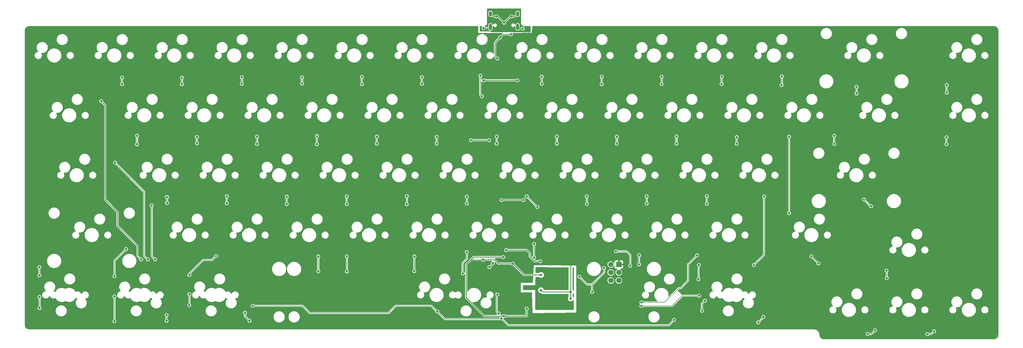
<source format=gtl>
%TF.GenerationSoftware,KiCad,Pcbnew,(6.0.10)*%
%TF.CreationDate,2023-05-22T00:42:52-07:00*%
%TF.ProjectId,LFK2,4c464b32-2e6b-4696-9361-645f70636258,rev?*%
%TF.SameCoordinates,Original*%
%TF.FileFunction,Copper,L1,Top*%
%TF.FilePolarity,Positive*%
%FSLAX46Y46*%
G04 Gerber Fmt 4.6, Leading zero omitted, Abs format (unit mm)*
G04 Created by KiCad (PCBNEW (6.0.10)) date 2023-05-22 00:42:52*
%MOMM*%
%LPD*%
G01*
G04 APERTURE LIST*
%TA.AperFunction,ComponentPad*%
%ADD10C,1.700000*%
%TD*%
%TA.AperFunction,ComponentPad*%
%ADD11R,1.700000X1.700000*%
%TD*%
%TA.AperFunction,ComponentPad*%
%ADD12O,1.000000X1.600000*%
%TD*%
%TA.AperFunction,ComponentPad*%
%ADD13O,1.000000X2.100000*%
%TD*%
%TA.AperFunction,ViaPad*%
%ADD14C,0.800000*%
%TD*%
%TA.AperFunction,Conductor*%
%ADD15C,0.200000*%
%TD*%
%TA.AperFunction,Conductor*%
%ADD16C,0.250000*%
%TD*%
%TA.AperFunction,Conductor*%
%ADD17C,0.381000*%
%TD*%
G04 APERTURE END LIST*
D10*
X241874731Y-128746250D03*
X244414731Y-128746250D03*
X241874731Y-126206250D03*
X244414731Y-126206250D03*
X241874731Y-123666250D03*
D11*
X244414731Y-123666250D03*
D12*
X203642500Y-43875000D03*
D13*
X203642500Y-48055000D03*
X212282500Y-48055000D03*
D12*
X212282500Y-43875000D03*
D14*
X361180295Y-127207500D03*
X361180295Y-105207500D03*
X339180295Y-105207500D03*
X339180295Y-61207500D03*
X317180295Y-61207500D03*
X295180295Y-127207500D03*
X295180295Y-105207500D03*
X295180295Y-61207500D03*
X273180295Y-127207500D03*
X273180295Y-61207500D03*
X251180295Y-105207500D03*
X229180295Y-105207500D03*
X229180295Y-61207500D03*
X185180295Y-127207500D03*
X185180295Y-105207500D03*
X163180295Y-105207500D03*
X163180295Y-61207500D03*
X141180295Y-105207500D03*
X141180295Y-61207500D03*
X97180295Y-61207500D03*
X75180295Y-105207500D03*
X75180295Y-61207500D03*
X100751048Y-141561339D03*
X100749286Y-139726817D03*
X198569959Y-84931250D03*
X206646728Y-64116823D03*
X213294570Y-103941196D03*
X205873315Y-65847797D03*
X219697457Y-48916117D03*
X205281362Y-123860418D03*
X216466388Y-119368470D03*
X211387658Y-118086508D03*
X215298823Y-105561276D03*
X205832622Y-56865542D03*
X211746650Y-108383686D03*
X202406250Y-83343750D03*
X219681330Y-131864373D03*
X236680586Y-121442425D03*
X202644619Y-65847797D03*
X213158537Y-105724153D03*
X212626211Y-119957979D03*
X202406250Y-84963957D03*
X212000213Y-102208843D03*
X218703107Y-119984586D03*
X202669172Y-64251864D03*
X208141422Y-103849723D03*
X205996862Y-55128057D03*
X211219170Y-125005636D03*
X208770547Y-65835521D03*
X208165975Y-102253790D03*
X209850688Y-103943447D03*
X204309333Y-54039248D03*
X211139894Y-65823244D03*
X194383620Y-122034918D03*
X211595819Y-122444585D03*
X211164447Y-64227311D03*
X207968023Y-136360384D03*
X208636935Y-57633452D03*
X206527322Y-133908088D03*
X229112967Y-132410672D03*
X211442242Y-50401479D03*
X198428394Y-48610689D03*
X206170719Y-122114440D03*
X209239831Y-106559759D03*
X198569959Y-83343750D03*
X210527817Y-105375503D03*
X211305815Y-119897961D03*
X215831420Y-117298384D03*
X212034790Y-103920396D03*
X214527141Y-106410755D03*
X209762397Y-102273494D03*
X207510990Y-104830919D03*
X214840740Y-118246103D03*
X209329123Y-64001562D03*
X229141651Y-134518928D03*
X213821259Y-109677436D03*
X215370035Y-120538251D03*
X213319123Y-102345263D03*
X213821259Y-107262821D03*
X207959096Y-54687203D03*
X201314191Y-122154374D03*
X207679638Y-121296110D03*
X207862770Y-140116598D03*
X210767998Y-123435822D03*
X219710000Y-127000000D03*
X215148694Y-137702554D03*
X79990330Y-71701082D03*
X92695347Y-122064264D03*
X201416137Y-65087500D03*
X212207101Y-65087500D03*
X197432190Y-84137500D03*
X84384323Y-91235444D03*
X94805605Y-122053706D03*
X203200000Y-84137500D03*
X207130992Y-103187500D03*
X97114074Y-122025267D03*
X214139030Y-103187500D03*
X96037672Y-104867878D03*
X203334206Y-124513912D03*
X204402133Y-123233312D03*
X208663250Y-119062500D03*
X219448368Y-122638257D03*
X205811001Y-133211030D03*
X206229015Y-139234889D03*
X128072463Y-136843069D03*
X261937500Y-141287500D03*
X207130173Y-140855678D03*
X186781071Y-138672941D03*
X210137519Y-50438780D03*
X206679268Y-51451629D03*
X205829860Y-58142243D03*
X239725486Y-124791636D03*
X231886677Y-127560365D03*
X235942956Y-132402434D03*
X60383750Y-127121152D03*
X60381378Y-134006842D03*
X60410261Y-137501702D03*
X60352557Y-124486749D03*
X86623586Y-64178217D03*
X84196250Y-133849683D03*
X86623586Y-66251554D03*
X91366839Y-85432996D03*
X100887573Y-102201698D03*
X84201753Y-127398247D03*
X87900543Y-118778426D03*
X84193758Y-141713993D03*
X100906828Y-104088729D03*
X91371359Y-82671215D03*
X119882922Y-104195859D03*
X127114157Y-141603465D03*
X105624282Y-64202344D03*
X107989220Y-136605222D03*
X108008750Y-126964041D03*
X110409254Y-85132989D03*
X116507605Y-120956098D03*
X119882105Y-101956434D03*
X108008750Y-133174901D03*
X105624282Y-66291878D03*
X110389998Y-83111170D03*
X125659149Y-139040849D03*
X124667895Y-66195280D03*
X148932033Y-125840910D03*
X129491379Y-85328752D03*
X124667895Y-64086811D03*
X129478542Y-82966754D03*
X138932955Y-102119482D03*
X148946304Y-121087918D03*
X138965000Y-104462873D03*
X143804708Y-66062882D03*
X158020199Y-121053703D03*
X143778776Y-64130903D03*
X158034379Y-125905741D03*
X148520488Y-82812899D03*
X157989846Y-101998998D03*
X148508235Y-85398885D03*
X158019021Y-104420456D03*
X177065000Y-104526314D03*
X177086745Y-101927395D03*
X162825465Y-66289787D03*
X162806016Y-63994751D03*
X179446250Y-125806425D03*
X179496546Y-121084096D03*
X167551057Y-82984169D03*
X167551057Y-85227340D03*
X186579939Y-85205900D03*
X196115380Y-119732316D03*
X196116653Y-102125844D03*
X181847239Y-66174607D03*
X194820909Y-126508650D03*
X181847239Y-64022200D03*
X196129619Y-104252318D03*
X186579939Y-83079426D03*
X218514466Y-105353815D03*
X205617031Y-85218176D03*
X217497185Y-121433586D03*
X200885153Y-70124362D03*
X205655930Y-82962038D03*
X217508755Y-117146083D03*
X215186165Y-101983609D03*
X200398916Y-63569894D03*
X248018146Y-124096919D03*
X219937198Y-66147771D03*
X243466973Y-119516572D03*
X219924231Y-63930533D03*
X224723383Y-82934273D03*
X224723383Y-85180685D03*
X234263342Y-104406475D03*
X234234168Y-102014192D03*
X250838720Y-123630941D03*
X243774126Y-85195271D03*
X253265462Y-102019052D03*
X253265462Y-104275190D03*
X238977500Y-66365279D03*
X250877619Y-120732972D03*
X243774126Y-83016931D03*
X238997667Y-63839769D03*
X262756794Y-85248754D03*
X251590701Y-135709987D03*
X272364827Y-104348122D03*
X272364827Y-101916940D03*
X258006272Y-66225569D03*
X269270259Y-120743629D03*
X262737344Y-82934268D03*
X258019238Y-63891634D03*
X287272022Y-123881047D03*
X281849678Y-83151452D03*
X281849678Y-85251994D03*
X290583292Y-102014994D03*
X270837353Y-138398519D03*
X269920671Y-133610638D03*
X269862323Y-123808111D03*
X251575906Y-136829542D03*
X277125087Y-63893253D03*
X277077500Y-66235876D03*
X271760948Y-135168345D03*
X269716452Y-128417633D03*
X296127500Y-66598415D03*
X296205006Y-63815455D03*
X288696679Y-142086363D03*
X298472407Y-107320000D03*
X305575238Y-121050776D03*
X290349883Y-140355361D03*
X307821650Y-123326363D03*
X298476730Y-82994131D03*
X329527246Y-128023407D03*
X324509286Y-105150844D03*
X325790035Y-144586696D03*
X312868788Y-85326984D03*
X323432055Y-145786076D03*
X319933346Y-69261303D03*
X329468898Y-125601950D03*
X322292048Y-102962780D03*
X312839613Y-82701307D03*
X319913896Y-67102413D03*
X344581720Y-144909229D03*
X348582264Y-68977361D03*
X348582264Y-66608944D03*
X348484916Y-83177166D03*
X348484916Y-85372284D03*
X342429313Y-145829837D03*
X213909814Y-48618535D03*
X205486000Y-44704000D03*
X207962500Y-46736000D03*
X201423250Y-48440686D03*
X210312000Y-44704000D03*
D15*
X125659149Y-140148457D02*
X127114157Y-141603465D01*
X125659149Y-139040849D02*
X125659149Y-140148457D01*
X84202275Y-141705476D02*
X84202275Y-133855708D01*
X84193758Y-141713993D02*
X84202275Y-141705476D01*
X84202275Y-133855708D02*
X84196250Y-133849683D01*
X100749286Y-139726817D02*
X100749286Y-141559577D01*
X100749286Y-141559577D02*
X100751048Y-141561339D01*
X84201753Y-122477216D02*
X84201753Y-127398247D01*
X87900543Y-118778426D02*
X84201753Y-122477216D01*
D16*
X91587210Y-117759026D02*
X91587210Y-120956127D01*
X85210131Y-111381947D02*
X91587210Y-117759026D01*
X85210131Y-107018938D02*
X85210131Y-111381947D01*
X81245470Y-103054277D02*
X85210131Y-107018938D01*
X79990330Y-71701082D02*
X81245470Y-72956222D01*
X81245470Y-72956222D02*
X81245470Y-103054277D01*
X220227629Y-132410672D02*
X229112967Y-132410672D01*
D17*
X218703107Y-119984586D02*
X218720494Y-119984586D01*
D16*
X211001196Y-106410755D02*
X214527141Y-106410755D01*
X214527141Y-115994105D02*
X215831420Y-117298384D01*
X219681330Y-131864373D02*
X220227629Y-132410672D01*
X194396951Y-122021587D02*
X194396951Y-105735960D01*
X229803421Y-121442425D02*
X236680586Y-121442425D01*
X228283846Y-122962000D02*
X229803421Y-121442425D01*
X214527141Y-106410755D02*
X214527141Y-115994105D01*
X194383620Y-122034918D02*
X194396951Y-122021587D01*
X194396951Y-105735960D02*
X210326401Y-105735960D01*
X229112967Y-123791121D02*
X228283846Y-122962000D01*
X206952382Y-136360384D02*
X207968023Y-136360384D01*
X206527322Y-133908088D02*
X206527322Y-135935324D01*
X218703107Y-119984586D02*
X221680521Y-122962000D01*
X229112967Y-134490244D02*
X229141651Y-134518928D01*
X229112967Y-132410672D02*
X229112967Y-134490244D01*
X206527322Y-135935324D02*
X206952382Y-136360384D01*
X221680521Y-122962000D02*
X228283846Y-122962000D01*
X229112967Y-132410672D02*
X229112967Y-123791121D01*
X210326401Y-105735960D02*
X211001196Y-106410755D01*
X201796283Y-140090666D02*
X195943027Y-134237410D01*
X215149021Y-137702881D02*
X215148694Y-137702554D01*
X206246111Y-123435822D02*
X210767998Y-123435822D01*
X197490572Y-122112858D02*
X197410904Y-122192526D01*
X204964663Y-122154374D02*
X206246111Y-123435822D01*
X201314191Y-122154374D02*
X201276039Y-122192526D01*
X207836838Y-140090666D02*
X201796283Y-140090666D01*
X195943027Y-134237410D02*
X195943027Y-123660403D01*
X219710000Y-127000000D02*
X214332176Y-127000000D01*
X207862770Y-140116598D02*
X215149021Y-140116598D01*
X215149021Y-140116598D02*
X215149021Y-137702881D01*
X214332176Y-127000000D02*
X210767998Y-123435822D01*
X201314191Y-122154374D02*
X204964663Y-122154374D01*
X207679638Y-121296110D02*
X198307320Y-121296110D01*
X195943027Y-123660403D02*
X197490572Y-122112858D01*
X198307320Y-121296110D02*
X197490572Y-122112858D01*
X207862770Y-140116598D02*
X207836838Y-140090666D01*
X201276039Y-122192526D02*
X197410904Y-122192526D01*
X212207101Y-65087500D02*
X201416137Y-65087500D01*
D15*
X92695347Y-122064264D02*
X91587210Y-120956127D01*
X93604268Y-100455389D02*
X84384323Y-91235444D01*
X93604268Y-120852369D02*
X93604268Y-100455389D01*
X94805605Y-122053706D02*
X93604268Y-120852369D01*
D16*
X197432190Y-84137500D02*
X203200000Y-84137500D01*
D15*
X97114074Y-122025267D02*
X96043750Y-120954943D01*
D16*
X207130992Y-103187500D02*
X207193769Y-103124723D01*
D15*
X96043750Y-120954943D02*
X96043750Y-104873956D01*
X96043750Y-104873956D02*
X96037672Y-104867878D01*
D16*
X207193769Y-103124723D02*
X214076253Y-103124723D01*
X214076253Y-103124723D02*
X214139030Y-103187500D01*
X215135113Y-119062500D02*
X208663250Y-119062500D01*
X216166083Y-121127789D02*
X216166083Y-120093470D01*
X219448368Y-122638257D02*
X217676551Y-122638257D01*
X216166083Y-120093470D02*
X215135113Y-119062500D01*
X204402133Y-123445985D02*
X203334206Y-124513912D01*
X217676551Y-122638257D02*
X216166083Y-121127789D01*
X204402133Y-123233312D02*
X204402133Y-123445985D01*
D15*
X146247737Y-139103987D02*
X143986819Y-136843069D01*
X205811001Y-133211030D02*
X205619680Y-133402351D01*
X205619680Y-133402351D02*
X205619680Y-138625554D01*
X189146716Y-141038586D02*
X186781071Y-138672941D01*
X207130173Y-140855678D02*
X209313368Y-143038873D01*
X260186127Y-143038873D02*
X261937500Y-141287500D01*
X184951199Y-136843069D02*
X173513181Y-136843069D01*
X205619680Y-138625554D02*
X206229015Y-139234889D01*
X186781071Y-138672941D02*
X184951199Y-136843069D01*
X209313368Y-143038873D02*
X260186127Y-143038873D01*
X207130173Y-140855678D02*
X206947265Y-141038586D01*
X206947265Y-141038586D02*
X189146716Y-141038586D01*
X143986819Y-136843069D02*
X128072463Y-136843069D01*
X171252263Y-139103987D02*
X146247737Y-139103987D01*
X173513181Y-136843069D02*
X171252263Y-139103987D01*
D16*
X207692117Y-50438780D02*
X210137519Y-50438780D01*
X205816894Y-58142243D02*
X205829860Y-58142243D01*
X206679268Y-51451629D02*
X207692117Y-50438780D01*
X206679268Y-51483930D02*
X205194511Y-52968687D01*
X205051882Y-57377231D02*
X205816894Y-58142243D01*
X205194511Y-52968687D02*
X205051882Y-53111316D01*
X206679268Y-51451629D02*
X206679268Y-51483930D01*
X205051882Y-53111316D02*
X205051882Y-57377231D01*
D15*
X239725486Y-124791636D02*
X239725486Y-126227746D01*
X235942956Y-130010276D02*
X235942956Y-132402434D01*
X239725486Y-126227746D02*
X235942956Y-130010276D01*
X235942956Y-130010276D02*
X234336588Y-130010276D01*
X234336588Y-130010276D02*
X231886677Y-127560365D01*
X60383750Y-127121152D02*
X60352557Y-127089959D01*
X60352557Y-127089959D02*
X60352557Y-124486749D01*
X60381378Y-134006842D02*
X60410261Y-134035725D01*
X60410261Y-134035725D02*
X60410261Y-137501702D01*
X91371359Y-82671215D02*
X91366839Y-82675735D01*
X100887573Y-102201698D02*
X100887573Y-104069474D01*
X100887573Y-104069474D02*
X100906828Y-104088729D01*
X91366839Y-82675735D02*
X91366839Y-85432996D01*
X86623586Y-66251554D02*
X86623586Y-64178217D01*
X115178981Y-122284722D02*
X116507605Y-120956098D01*
X110409254Y-83130426D02*
X110409254Y-85132989D01*
X108008750Y-126605150D02*
X112329178Y-122284722D01*
X108008750Y-126964041D02*
X108008750Y-126605150D01*
X119882105Y-104195042D02*
X119882922Y-104195859D01*
X105624282Y-66291878D02*
X105624282Y-64202344D01*
X112329178Y-122284722D02*
X115178981Y-122284722D01*
X110389998Y-83111170D02*
X110409254Y-83130426D01*
X108008750Y-133174901D02*
X107989220Y-133194431D01*
X107989220Y-133194431D02*
X107989220Y-136605222D01*
X119882105Y-101956434D02*
X119882105Y-104195042D01*
X129478542Y-82966754D02*
X129478542Y-85315915D01*
X138932955Y-102119482D02*
X138932955Y-104430828D01*
X138932955Y-104430828D02*
X138965000Y-104462873D01*
X148946304Y-125826639D02*
X148946304Y-121087918D01*
X129478542Y-85315915D02*
X129491379Y-85328752D01*
X124667895Y-64086811D02*
X124667895Y-66195280D01*
X148932033Y-125840910D02*
X148946304Y-125826639D01*
X143778776Y-66036950D02*
X143804708Y-66062882D01*
X148520488Y-82812899D02*
X148508235Y-82825152D01*
X158020199Y-125891561D02*
X158034379Y-125905741D01*
X143778776Y-64130903D02*
X143778776Y-66036950D01*
X158020199Y-121053703D02*
X158020199Y-125891561D01*
X157989846Y-104391281D02*
X158019021Y-104420456D01*
X157989846Y-101998998D02*
X157989846Y-104391281D01*
X148508235Y-82825152D02*
X148508235Y-85398885D01*
X167551057Y-82984169D02*
X167551057Y-85227340D01*
X177065000Y-101949140D02*
X177086745Y-101927395D01*
X162806016Y-66270338D02*
X162825465Y-66289787D01*
X162806016Y-63994751D02*
X162806016Y-66270338D01*
X179496546Y-125756129D02*
X179496546Y-121084096D01*
X179446250Y-125806425D02*
X179496546Y-125756129D01*
X177065000Y-104526314D02*
X177065000Y-101949140D01*
X181847239Y-64022200D02*
X181847239Y-66174607D01*
X196115380Y-119732316D02*
X196115380Y-121922181D01*
X186579939Y-85205900D02*
X186579939Y-83079426D01*
X196116653Y-102125844D02*
X196116653Y-104239352D01*
X196115380Y-121922181D02*
X194820909Y-123216652D01*
X196116653Y-104239352D02*
X196129619Y-104252318D01*
X194820909Y-123216652D02*
X194820909Y-126508650D01*
X205655930Y-82962038D02*
X205655930Y-85179277D01*
X205655930Y-85179277D02*
X205617031Y-85218176D01*
X218514466Y-105353815D02*
X215186165Y-102025514D01*
X200398916Y-69638125D02*
X200885153Y-70124362D01*
X215186165Y-102025514D02*
X215186165Y-101983609D01*
X200398916Y-63569894D02*
X200398916Y-69638125D01*
X217497185Y-117157653D02*
X217497185Y-121433586D01*
X217508755Y-117146083D02*
X217497185Y-117157653D01*
X246970087Y-119516572D02*
X248018146Y-120564631D01*
X234234168Y-104377301D02*
X234263342Y-104406475D01*
X219924231Y-66134804D02*
X219937198Y-66147771D01*
X224723383Y-82934273D02*
X224723383Y-85180685D01*
X248018146Y-120564631D02*
X248018146Y-124096919D01*
X234234168Y-102014192D02*
X234234168Y-104377301D01*
X243466973Y-119516572D02*
X246970087Y-119516572D01*
X219924231Y-63930533D02*
X219924231Y-66134804D01*
X238997667Y-66345112D02*
X238977500Y-66365279D01*
X253265462Y-102019052D02*
X253265462Y-104275190D01*
X250838720Y-120771871D02*
X250838720Y-123630941D01*
X238997667Y-63839769D02*
X238997667Y-66345112D01*
X243774126Y-83016931D02*
X243774126Y-85195271D01*
X250877619Y-120732972D02*
X250838720Y-120771871D01*
X269270259Y-120743629D02*
X266440362Y-123573526D01*
X263464170Y-131202166D02*
X258956349Y-135709987D01*
X272364827Y-101916940D02*
X272364827Y-104348122D01*
X266440362Y-123573526D02*
X266440362Y-128798329D01*
X258019238Y-66212603D02*
X258006272Y-66225569D01*
X258956349Y-135709987D02*
X251590701Y-135709987D01*
X258019238Y-63891634D02*
X258019238Y-66212603D01*
X264036525Y-131202166D02*
X263464170Y-131202166D01*
X262737344Y-85229304D02*
X262756794Y-85248754D01*
X266440362Y-128798329D02*
X264036525Y-131202166D01*
X262737344Y-82934268D02*
X262737344Y-85229304D01*
X269920671Y-133610638D02*
X269917411Y-133613898D01*
X269917411Y-133613898D02*
X264517266Y-133613898D01*
X264517266Y-133613898D02*
X261301622Y-136829542D01*
X290583292Y-120569777D02*
X290583292Y-102014994D01*
X281849678Y-83151452D02*
X281849678Y-85251994D01*
X287272022Y-123881047D02*
X290583292Y-120569777D01*
X270837353Y-136091940D02*
X271760948Y-135168345D01*
X277125087Y-63893253D02*
X277125087Y-66188289D01*
X277125087Y-66188289D02*
X277077500Y-66235876D01*
X269716452Y-123953982D02*
X269716452Y-128417633D01*
X269862323Y-123808111D02*
X269716452Y-123953982D01*
X270837353Y-138398519D02*
X270837353Y-136091940D01*
X261301622Y-136829542D02*
X251575906Y-136829542D01*
X296205006Y-66520909D02*
X296205006Y-63815455D01*
X305575238Y-121050776D02*
X307821650Y-123297188D01*
X290349883Y-140355361D02*
X290349883Y-140433159D01*
X298476730Y-82994131D02*
X298476730Y-107315677D01*
X296127500Y-66598415D02*
X296205006Y-66520909D01*
X290349883Y-140433159D02*
X288696679Y-142086363D01*
X298476730Y-107315677D02*
X298472407Y-107320000D01*
X307821650Y-123297188D02*
X307821650Y-123326363D01*
X319913896Y-69241853D02*
X319933346Y-69261303D01*
X324590655Y-145786076D02*
X325790035Y-144586696D01*
X312839613Y-85297809D02*
X312868788Y-85326984D01*
X323432055Y-145786076D02*
X324590655Y-145786076D01*
X329468898Y-125601950D02*
X329468898Y-127965059D01*
X312839613Y-82701307D02*
X312839613Y-85297809D01*
X322292048Y-102962780D02*
X324480112Y-105150844D01*
X324480112Y-105150844D02*
X324509286Y-105150844D01*
X329468898Y-127965059D02*
X329527246Y-128023407D01*
X319913896Y-67102413D02*
X319913896Y-69241853D01*
X343661112Y-145829837D02*
X342429313Y-145829837D01*
X348484916Y-83177166D02*
X348484916Y-85372284D01*
X344581720Y-144909229D02*
X343661112Y-145829837D01*
X348582264Y-66608944D02*
X348582264Y-68977361D01*
D16*
X205486000Y-44704000D02*
X204471500Y-44704000D01*
X203256814Y-48440686D02*
X203642500Y-48055000D01*
X205930500Y-44704000D02*
X207962500Y-46736000D01*
X201423250Y-48440686D02*
X203256814Y-48440686D01*
X210312000Y-44704000D02*
X211453500Y-44704000D01*
X205486000Y-44704000D02*
X205930500Y-44704000D01*
X210312000Y-44704000D02*
X209994500Y-44704000D01*
X213909814Y-48618535D02*
X212846035Y-48618535D01*
X212846035Y-48618535D02*
X212282500Y-48055000D01*
X209994500Y-44704000D02*
X207962500Y-46736000D01*
X211453500Y-44704000D02*
X212282500Y-43875000D01*
X204471500Y-44704000D02*
X203642500Y-43875000D01*
%TA.AperFunction,NonConductor*%
G36*
X230028433Y-124620020D02*
G01*
X230096321Y-124640795D01*
X230142201Y-124694976D01*
X230153000Y-124745788D01*
X230165524Y-131792459D01*
X230165798Y-131946767D01*
X230145917Y-132014923D01*
X230092344Y-132061511D01*
X230022088Y-132071740D01*
X229957455Y-132042362D01*
X229930679Y-132009991D01*
X229855308Y-131879446D01*
X229852007Y-131873728D01*
X229778830Y-131792457D01*
X229748114Y-131728451D01*
X229746467Y-131708148D01*
X229746467Y-124744255D01*
X229766469Y-124676134D01*
X229820125Y-124629641D01*
X229873898Y-124618263D01*
X230028433Y-124620020D01*
G37*
%TD.AperFunction*%
%TA.AperFunction,NonConductor*%
G36*
X230119329Y-132772464D02*
G01*
X230160511Y-132830297D01*
X230167441Y-132871282D01*
X230169299Y-133916381D01*
X230169468Y-134011697D01*
X230149587Y-134079853D01*
X230096014Y-134126441D01*
X230025758Y-134136670D01*
X229961125Y-134107292D01*
X229934349Y-134074922D01*
X229926009Y-134060476D01*
X229880691Y-133981984D01*
X229778831Y-133868857D01*
X229748114Y-133804850D01*
X229746467Y-133784547D01*
X229746467Y-133113196D01*
X229766469Y-133045075D01*
X229778825Y-133028893D01*
X229852007Y-132947616D01*
X229932322Y-132808507D01*
X229983705Y-132759514D01*
X230053418Y-132746078D01*
X230119329Y-132772464D01*
G37*
%TD.AperFunction*%
%TA.AperFunction,NonConductor*%
G36*
X225386013Y-124567238D02*
G01*
X228354899Y-124600993D01*
X228422788Y-124621768D01*
X228468668Y-124675949D01*
X228479467Y-124726985D01*
X228479467Y-131651172D01*
X228459465Y-131719293D01*
X228405809Y-131765786D01*
X228353467Y-131777172D01*
X220698035Y-131777172D01*
X220629914Y-131757170D01*
X220583421Y-131703514D01*
X220575362Y-131679106D01*
X220574872Y-131674445D01*
X220515857Y-131492817D01*
X220420370Y-131327429D01*
X220292583Y-131185507D01*
X220138082Y-131073255D01*
X220132054Y-131070571D01*
X220132052Y-131070570D01*
X219969649Y-130998264D01*
X219969648Y-130998264D01*
X219963618Y-130995579D01*
X219870217Y-130975726D01*
X219783274Y-130957245D01*
X219783269Y-130957245D01*
X219776817Y-130955873D01*
X219585843Y-130955873D01*
X219579391Y-130957245D01*
X219579386Y-130957245D01*
X219492443Y-130975726D01*
X219399042Y-130995579D01*
X219393012Y-130998264D01*
X219393011Y-130998264D01*
X219230608Y-131070570D01*
X219230606Y-131070571D01*
X219224578Y-131073255D01*
X219070077Y-131185507D01*
X218942290Y-131327429D01*
X218846803Y-131492817D01*
X218787788Y-131674445D01*
X218767826Y-131864373D01*
X218787788Y-132054301D01*
X218846803Y-132235929D01*
X218942290Y-132401317D01*
X219070077Y-132543239D01*
X219224578Y-132655491D01*
X219230606Y-132658175D01*
X219230608Y-132658176D01*
X219393011Y-132730482D01*
X219399042Y-132733167D01*
X219492442Y-132753020D01*
X219579386Y-132771501D01*
X219579391Y-132771501D01*
X219585843Y-132772873D01*
X219640551Y-132772873D01*
X219708672Y-132792875D01*
X219734305Y-132815604D01*
X219735629Y-132817690D01*
X219741404Y-132823113D01*
X219785296Y-132864330D01*
X219788138Y-132867085D01*
X219807859Y-132886806D01*
X219811054Y-132889284D01*
X219820076Y-132896990D01*
X219852308Y-132927258D01*
X219859257Y-132931078D01*
X219870061Y-132937018D01*
X219886585Y-132947871D01*
X219902588Y-132960285D01*
X219943172Y-132977848D01*
X219953802Y-132983055D01*
X219992569Y-133004367D01*
X220000246Y-133006338D01*
X220000251Y-133006340D01*
X220012187Y-133009404D01*
X220030895Y-133015809D01*
X220049484Y-133023853D01*
X220057309Y-133025092D01*
X220057311Y-133025093D01*
X220093148Y-133030769D01*
X220104769Y-133033176D01*
X220139918Y-133042200D01*
X220147599Y-133044172D01*
X220167860Y-133044172D01*
X220187569Y-133045723D01*
X220207572Y-133048891D01*
X220215464Y-133048145D01*
X220220691Y-133047651D01*
X220251583Y-133044731D01*
X220263440Y-133044172D01*
X228353467Y-133044172D01*
X228421588Y-133064174D01*
X228468081Y-133117830D01*
X228479467Y-133170172D01*
X228479467Y-133848260D01*
X228459465Y-133916381D01*
X228447104Y-133932569D01*
X228402611Y-133981984D01*
X228399308Y-133987705D01*
X228319209Y-134126441D01*
X228307124Y-134147372D01*
X228248109Y-134329000D01*
X228228147Y-134518928D01*
X228248109Y-134708856D01*
X228307124Y-134890484D01*
X228402611Y-135055872D01*
X228530398Y-135197794D01*
X228684899Y-135310046D01*
X228690927Y-135312730D01*
X228690929Y-135312731D01*
X228853332Y-135385037D01*
X228859363Y-135387722D01*
X228952764Y-135407575D01*
X229039707Y-135426056D01*
X229039712Y-135426056D01*
X229046164Y-135427428D01*
X229237138Y-135427428D01*
X229243590Y-135426056D01*
X229243595Y-135426056D01*
X229330538Y-135407575D01*
X229423939Y-135387722D01*
X229429970Y-135385037D01*
X229592373Y-135312731D01*
X229592375Y-135312730D01*
X229598403Y-135310046D01*
X229752904Y-135197794D01*
X229880691Y-135055872D01*
X229936145Y-134959823D01*
X229987528Y-134910830D01*
X230057241Y-134897394D01*
X230123152Y-134923780D01*
X230164334Y-134981613D01*
X230171264Y-135022599D01*
X230176612Y-138031375D01*
X230176618Y-138034885D01*
X230156737Y-138103041D01*
X230103164Y-138149629D01*
X230050580Y-138161109D01*
X221811194Y-138158553D01*
X218016129Y-138157375D01*
X217948014Y-138137352D01*
X217901538Y-138083682D01*
X217890168Y-138031375D01*
X217890168Y-131807336D01*
X214079168Y-131807336D01*
X214011047Y-131787334D01*
X213964554Y-131733678D01*
X213953168Y-131681336D01*
X213953168Y-130409336D01*
X213973170Y-130341215D01*
X214026826Y-130294722D01*
X214079168Y-130283336D01*
X217890168Y-130283336D01*
X217897946Y-129461648D01*
X217914071Y-127758307D01*
X217934717Y-127690379D01*
X217988810Y-127644396D01*
X218040065Y-127633500D01*
X219001800Y-127633500D01*
X219069921Y-127653502D01*
X219089147Y-127669843D01*
X219089420Y-127669540D01*
X219094332Y-127673963D01*
X219098747Y-127678866D01*
X219253248Y-127791118D01*
X219259276Y-127793802D01*
X219259278Y-127793803D01*
X219421681Y-127866109D01*
X219427712Y-127868794D01*
X219521112Y-127888647D01*
X219608056Y-127907128D01*
X219608061Y-127907128D01*
X219614513Y-127908500D01*
X219805487Y-127908500D01*
X219811939Y-127907128D01*
X219811944Y-127907128D01*
X219898888Y-127888647D01*
X219992288Y-127868794D01*
X219998319Y-127866109D01*
X220160722Y-127793803D01*
X220160724Y-127793802D01*
X220166752Y-127791118D01*
X220321253Y-127678866D01*
X220362101Y-127633500D01*
X220444621Y-127541852D01*
X220444622Y-127541851D01*
X220449040Y-127536944D01*
X220544527Y-127371556D01*
X220603542Y-127189928D01*
X220623504Y-127000000D01*
X220603542Y-126810072D01*
X220544527Y-126628444D01*
X220449040Y-126463056D01*
X220321253Y-126321134D01*
X220166752Y-126208882D01*
X220160724Y-126206198D01*
X220160722Y-126206197D01*
X219998319Y-126133891D01*
X219998318Y-126133891D01*
X219992288Y-126131206D01*
X219898887Y-126111353D01*
X219811944Y-126092872D01*
X219811939Y-126092872D01*
X219805487Y-126091500D01*
X219614513Y-126091500D01*
X219608061Y-126092872D01*
X219608056Y-126092872D01*
X219521113Y-126111353D01*
X219427712Y-126131206D01*
X219421682Y-126133891D01*
X219421681Y-126133891D01*
X219259278Y-126206197D01*
X219259276Y-126206198D01*
X219253248Y-126208882D01*
X219098747Y-126321134D01*
X219094332Y-126326037D01*
X219089420Y-126330460D01*
X219088295Y-126329211D01*
X219034986Y-126362051D01*
X219001800Y-126366500D01*
X218054443Y-126366500D01*
X217986322Y-126346498D01*
X217939829Y-126292842D01*
X217928449Y-126239307D01*
X217928763Y-126206197D01*
X217943883Y-124608872D01*
X217964529Y-124540944D01*
X218018622Y-124494961D01*
X218071308Y-124484073D01*
X225386013Y-124567238D01*
G37*
%TD.AperFunction*%
%TA.AperFunction,Conductor*%
G36*
X199649326Y-47797902D02*
G01*
X199695819Y-47851558D01*
X199707205Y-47903900D01*
X199707205Y-49987586D01*
X199720824Y-49987554D01*
X199720825Y-49987554D01*
X203948200Y-49977541D01*
X207393825Y-49969380D01*
X207461991Y-49989221D01*
X207508611Y-50042766D01*
X207518882Y-50113016D01*
X207489542Y-50177667D01*
X207484129Y-50183007D01*
X207479662Y-50185586D01*
X207472579Y-50194027D01*
X207472578Y-50194028D01*
X207455432Y-50214462D01*
X207448006Y-50222565D01*
X206851651Y-50818920D01*
X206789339Y-50852946D01*
X206746111Y-50854747D01*
X206679268Y-50845947D01*
X206522506Y-50866585D01*
X206376427Y-50927093D01*
X206250986Y-51023347D01*
X206154732Y-51148788D01*
X206094224Y-51294867D01*
X206073586Y-51451629D01*
X206086144Y-51547014D01*
X206075205Y-51617161D01*
X206050317Y-51652554D01*
X204984483Y-52718389D01*
X204835667Y-52867205D01*
X204827563Y-52874632D01*
X204798688Y-52898861D01*
X204793175Y-52908410D01*
X204779843Y-52931501D01*
X204773937Y-52940772D01*
X204752328Y-52971632D01*
X204749474Y-52982282D01*
X204747997Y-52985450D01*
X204746805Y-52988726D01*
X204741294Y-52998271D01*
X204736068Y-53027913D01*
X204734752Y-53035374D01*
X204732374Y-53046101D01*
X204722618Y-53082509D01*
X204723579Y-53093494D01*
X204723579Y-53093496D01*
X204725902Y-53120044D01*
X204726382Y-53131026D01*
X204726382Y-56513473D01*
X204706380Y-56581594D01*
X204652724Y-56628087D01*
X204582450Y-56638191D01*
X204517870Y-56608697D01*
X204497612Y-56586373D01*
X204376840Y-56416116D01*
X204376839Y-56416115D01*
X204373374Y-56411230D01*
X204369051Y-56407091D01*
X204369047Y-56407087D01*
X204222565Y-56266861D01*
X204222564Y-56266861D01*
X204218235Y-56262716D01*
X204037811Y-56146218D01*
X203838613Y-56065939D01*
X203704650Y-56039778D01*
X203632275Y-56025644D01*
X203632272Y-56025644D01*
X203627829Y-56024776D01*
X203622186Y-56024500D01*
X203463836Y-56024500D01*
X203303705Y-56039778D01*
X203297949Y-56041467D01*
X203297947Y-56041467D01*
X203226569Y-56062407D01*
X203097624Y-56100235D01*
X203092297Y-56102979D01*
X203092296Y-56102979D01*
X202912024Y-56195825D01*
X202912021Y-56195827D01*
X202906693Y-56198571D01*
X202737802Y-56331237D01*
X202597045Y-56493446D01*
X202489499Y-56679345D01*
X202419047Y-56882226D01*
X202418187Y-56888159D01*
X202418186Y-56888162D01*
X202389091Y-57088829D01*
X202388230Y-57094769D01*
X202398159Y-57309306D01*
X202448478Y-57518094D01*
X202450960Y-57523552D01*
X202450961Y-57523556D01*
X202495422Y-57621342D01*
X202537369Y-57713600D01*
X202661626Y-57888770D01*
X202665949Y-57892909D01*
X202665953Y-57892913D01*
X202754907Y-57978068D01*
X202816765Y-58037284D01*
X202997189Y-58153782D01*
X203196387Y-58234061D01*
X203300758Y-58254443D01*
X203402725Y-58274356D01*
X203402728Y-58274356D01*
X203407171Y-58275224D01*
X203412814Y-58275500D01*
X203571164Y-58275500D01*
X203731295Y-58260222D01*
X203737051Y-58258533D01*
X203737053Y-58258533D01*
X203828120Y-58231817D01*
X203937376Y-58199765D01*
X203942704Y-58197021D01*
X204122976Y-58104175D01*
X204122979Y-58104173D01*
X204128307Y-58101429D01*
X204297198Y-57968763D01*
X204437955Y-57806554D01*
X204545501Y-57620655D01*
X204556922Y-57587766D01*
X204598163Y-57529976D01*
X204664101Y-57503656D01*
X204733801Y-57517164D01*
X204785069Y-57566098D01*
X204793174Y-57580137D01*
X204793177Y-57580141D01*
X204798688Y-57589686D01*
X204807133Y-57596772D01*
X204827563Y-57613915D01*
X204835667Y-57621342D01*
X205195642Y-57981317D01*
X205229668Y-58043629D01*
X205231469Y-58086857D01*
X205225256Y-58134052D01*
X205224178Y-58142243D01*
X205225256Y-58150431D01*
X205241722Y-58275500D01*
X205244816Y-58299005D01*
X205305324Y-58445084D01*
X205401578Y-58570525D01*
X205527019Y-58666779D01*
X205673098Y-58727287D01*
X205829860Y-58747925D01*
X205838048Y-58746847D01*
X205978434Y-58728365D01*
X205986622Y-58727287D01*
X206132701Y-58666779D01*
X206258142Y-58570525D01*
X206354396Y-58445084D01*
X206414904Y-58299005D01*
X206417999Y-58275500D01*
X206434464Y-58150431D01*
X206435542Y-58142243D01*
X206414904Y-57985481D01*
X206354396Y-57839402D01*
X206258142Y-57713961D01*
X206250563Y-57708145D01*
X206139252Y-57622734D01*
X206132701Y-57617707D01*
X205986622Y-57557199D01*
X205969760Y-57554979D01*
X205838048Y-57537639D01*
X205829860Y-57536561D01*
X205751561Y-57546869D01*
X205681413Y-57535930D01*
X205646021Y-57511043D01*
X205414287Y-57279310D01*
X205380262Y-57216997D01*
X205377382Y-57190214D01*
X205377382Y-57094769D01*
X211278230Y-57094769D01*
X211288159Y-57309306D01*
X211338478Y-57518094D01*
X211340960Y-57523552D01*
X211340961Y-57523556D01*
X211385422Y-57621342D01*
X211427369Y-57713600D01*
X211551626Y-57888770D01*
X211555949Y-57892909D01*
X211555953Y-57892913D01*
X211644907Y-57978068D01*
X211706765Y-58037284D01*
X211887189Y-58153782D01*
X212086387Y-58234061D01*
X212190758Y-58254443D01*
X212292725Y-58274356D01*
X212292728Y-58274356D01*
X212297171Y-58275224D01*
X212302814Y-58275500D01*
X212461164Y-58275500D01*
X212621295Y-58260222D01*
X212627051Y-58258533D01*
X212627053Y-58258533D01*
X212718120Y-58231817D01*
X212827376Y-58199765D01*
X212832704Y-58197021D01*
X213012976Y-58104175D01*
X213012979Y-58104173D01*
X213018307Y-58101429D01*
X213187198Y-57968763D01*
X213327955Y-57806554D01*
X213435501Y-57620655D01*
X213505953Y-57417774D01*
X213513893Y-57363017D01*
X213535909Y-57211171D01*
X213535909Y-57211168D01*
X213536770Y-57205231D01*
X213536394Y-57197108D01*
X215238570Y-57197108D01*
X215238933Y-57201256D01*
X215238933Y-57201260D01*
X215264191Y-57489964D01*
X215264192Y-57489972D01*
X215264556Y-57494130D01*
X215265470Y-57498219D01*
X215315158Y-57720507D01*
X215329597Y-57785105D01*
X215432550Y-58064923D01*
X215434497Y-58068616D01*
X215434498Y-58068618D01*
X215451797Y-58101429D01*
X215571606Y-58328666D01*
X215744322Y-58571701D01*
X215747166Y-58574751D01*
X215747171Y-58574757D01*
X215889408Y-58727287D01*
X215947664Y-58789759D01*
X216178059Y-58979008D01*
X216431460Y-59136123D01*
X216435272Y-59137836D01*
X216699597Y-59256629D01*
X216699603Y-59256631D01*
X216703414Y-59258344D01*
X216707420Y-59259538D01*
X216707422Y-59259539D01*
X216846279Y-59300933D01*
X216989144Y-59343523D01*
X217283629Y-59390165D01*
X217328901Y-59392221D01*
X217375469Y-59394336D01*
X217375488Y-59394336D01*
X217376888Y-59394400D01*
X217563125Y-59394400D01*
X217785001Y-59379663D01*
X218077274Y-59320730D01*
X218359186Y-59223660D01*
X218362919Y-59221791D01*
X218362923Y-59221789D01*
X218622040Y-59092033D01*
X218622042Y-59092032D01*
X218625784Y-59090158D01*
X218872383Y-58922570D01*
X219094651Y-58723839D01*
X219140849Y-58669939D01*
X219285964Y-58500631D01*
X219285967Y-58500627D01*
X219288684Y-58497457D01*
X219290958Y-58493955D01*
X219290962Y-58493950D01*
X219448792Y-58250913D01*
X219448795Y-58250908D01*
X219451071Y-58247403D01*
X219578961Y-57978068D01*
X219606302Y-57892913D01*
X219668826Y-57698172D01*
X219668826Y-57698171D01*
X219670106Y-57694185D01*
X219688908Y-57589686D01*
X219722165Y-57404850D01*
X219722166Y-57404845D01*
X219722904Y-57400741D01*
X219724618Y-57363017D01*
X219736241Y-57107062D01*
X219736241Y-57107056D01*
X219736430Y-57102892D01*
X219736067Y-57098740D01*
X219735720Y-57094769D01*
X221438230Y-57094769D01*
X221448159Y-57309306D01*
X221498478Y-57518094D01*
X221500960Y-57523552D01*
X221500961Y-57523556D01*
X221545422Y-57621342D01*
X221587369Y-57713600D01*
X221711626Y-57888770D01*
X221715949Y-57892909D01*
X221715953Y-57892913D01*
X221804907Y-57978068D01*
X221866765Y-58037284D01*
X222047189Y-58153782D01*
X222246387Y-58234061D01*
X222350758Y-58254443D01*
X222452725Y-58274356D01*
X222452728Y-58274356D01*
X222457171Y-58275224D01*
X222462814Y-58275500D01*
X222621164Y-58275500D01*
X222781295Y-58260222D01*
X222787051Y-58258533D01*
X222787053Y-58258533D01*
X222878120Y-58231817D01*
X222987376Y-58199765D01*
X222992704Y-58197021D01*
X223172976Y-58104175D01*
X223172979Y-58104173D01*
X223178307Y-58101429D01*
X223347198Y-57968763D01*
X223487955Y-57806554D01*
X223595501Y-57620655D01*
X223665953Y-57417774D01*
X223673893Y-57363017D01*
X223695909Y-57211171D01*
X223695909Y-57211168D01*
X223696770Y-57205231D01*
X223691658Y-57094769D01*
X230328230Y-57094769D01*
X230338159Y-57309306D01*
X230388478Y-57518094D01*
X230390960Y-57523552D01*
X230390961Y-57523556D01*
X230435422Y-57621342D01*
X230477369Y-57713600D01*
X230601626Y-57888770D01*
X230605949Y-57892909D01*
X230605953Y-57892913D01*
X230694907Y-57978068D01*
X230756765Y-58037284D01*
X230937189Y-58153782D01*
X231136387Y-58234061D01*
X231240758Y-58254443D01*
X231342725Y-58274356D01*
X231342728Y-58274356D01*
X231347171Y-58275224D01*
X231352814Y-58275500D01*
X231511164Y-58275500D01*
X231671295Y-58260222D01*
X231677051Y-58258533D01*
X231677053Y-58258533D01*
X231768120Y-58231817D01*
X231877376Y-58199765D01*
X231882704Y-58197021D01*
X232062976Y-58104175D01*
X232062979Y-58104173D01*
X232068307Y-58101429D01*
X232237198Y-57968763D01*
X232377955Y-57806554D01*
X232485501Y-57620655D01*
X232555953Y-57417774D01*
X232563893Y-57363017D01*
X232585909Y-57211171D01*
X232585909Y-57211168D01*
X232586770Y-57205231D01*
X232586394Y-57197108D01*
X234288570Y-57197108D01*
X234288933Y-57201256D01*
X234288933Y-57201260D01*
X234314191Y-57489964D01*
X234314192Y-57489972D01*
X234314556Y-57494130D01*
X234315470Y-57498219D01*
X234365158Y-57720507D01*
X234379597Y-57785105D01*
X234482550Y-58064923D01*
X234484497Y-58068616D01*
X234484498Y-58068618D01*
X234501797Y-58101429D01*
X234621606Y-58328666D01*
X234794322Y-58571701D01*
X234797166Y-58574751D01*
X234797171Y-58574757D01*
X234939408Y-58727287D01*
X234997664Y-58789759D01*
X235228059Y-58979008D01*
X235481460Y-59136123D01*
X235485272Y-59137836D01*
X235749597Y-59256629D01*
X235749603Y-59256631D01*
X235753414Y-59258344D01*
X235757420Y-59259538D01*
X235757422Y-59259539D01*
X235896279Y-59300933D01*
X236039144Y-59343523D01*
X236333629Y-59390165D01*
X236378901Y-59392221D01*
X236425469Y-59394336D01*
X236425488Y-59394336D01*
X236426888Y-59394400D01*
X236613125Y-59394400D01*
X236835001Y-59379663D01*
X237127274Y-59320730D01*
X237409186Y-59223660D01*
X237412919Y-59221791D01*
X237412923Y-59221789D01*
X237672040Y-59092033D01*
X237672042Y-59092032D01*
X237675784Y-59090158D01*
X237922383Y-58922570D01*
X238144651Y-58723839D01*
X238190849Y-58669939D01*
X238335964Y-58500631D01*
X238335967Y-58500627D01*
X238338684Y-58497457D01*
X238340958Y-58493955D01*
X238340962Y-58493950D01*
X238498792Y-58250913D01*
X238498795Y-58250908D01*
X238501071Y-58247403D01*
X238628961Y-57978068D01*
X238656302Y-57892913D01*
X238718826Y-57698172D01*
X238718826Y-57698171D01*
X238720106Y-57694185D01*
X238738908Y-57589686D01*
X238772165Y-57404850D01*
X238772166Y-57404845D01*
X238772904Y-57400741D01*
X238774618Y-57363017D01*
X238786241Y-57107062D01*
X238786241Y-57107056D01*
X238786430Y-57102892D01*
X238786067Y-57098740D01*
X238785720Y-57094769D01*
X240488230Y-57094769D01*
X240498159Y-57309306D01*
X240548478Y-57518094D01*
X240550960Y-57523552D01*
X240550961Y-57523556D01*
X240595422Y-57621342D01*
X240637369Y-57713600D01*
X240761626Y-57888770D01*
X240765949Y-57892909D01*
X240765953Y-57892913D01*
X240854907Y-57978068D01*
X240916765Y-58037284D01*
X241097189Y-58153782D01*
X241296387Y-58234061D01*
X241400758Y-58254443D01*
X241502725Y-58274356D01*
X241502728Y-58274356D01*
X241507171Y-58275224D01*
X241512814Y-58275500D01*
X241671164Y-58275500D01*
X241831295Y-58260222D01*
X241837051Y-58258533D01*
X241837053Y-58258533D01*
X241928120Y-58231817D01*
X242037376Y-58199765D01*
X242042704Y-58197021D01*
X242222976Y-58104175D01*
X242222979Y-58104173D01*
X242228307Y-58101429D01*
X242397198Y-57968763D01*
X242537955Y-57806554D01*
X242645501Y-57620655D01*
X242715953Y-57417774D01*
X242723893Y-57363017D01*
X242745909Y-57211171D01*
X242745909Y-57211168D01*
X242746770Y-57205231D01*
X242741658Y-57094769D01*
X249378230Y-57094769D01*
X249388159Y-57309306D01*
X249438478Y-57518094D01*
X249440960Y-57523552D01*
X249440961Y-57523556D01*
X249485422Y-57621342D01*
X249527369Y-57713600D01*
X249651626Y-57888770D01*
X249655949Y-57892909D01*
X249655953Y-57892913D01*
X249744907Y-57978068D01*
X249806765Y-58037284D01*
X249987189Y-58153782D01*
X250186387Y-58234061D01*
X250290758Y-58254443D01*
X250392725Y-58274356D01*
X250392728Y-58274356D01*
X250397171Y-58275224D01*
X250402814Y-58275500D01*
X250561164Y-58275500D01*
X250721295Y-58260222D01*
X250727051Y-58258533D01*
X250727053Y-58258533D01*
X250818120Y-58231817D01*
X250927376Y-58199765D01*
X250932704Y-58197021D01*
X251112976Y-58104175D01*
X251112979Y-58104173D01*
X251118307Y-58101429D01*
X251287198Y-57968763D01*
X251427955Y-57806554D01*
X251535501Y-57620655D01*
X251605953Y-57417774D01*
X251613893Y-57363017D01*
X251635909Y-57211171D01*
X251635909Y-57211168D01*
X251636770Y-57205231D01*
X251636394Y-57197108D01*
X253338570Y-57197108D01*
X253338933Y-57201256D01*
X253338933Y-57201260D01*
X253364191Y-57489964D01*
X253364192Y-57489972D01*
X253364556Y-57494130D01*
X253365470Y-57498219D01*
X253415158Y-57720507D01*
X253429597Y-57785105D01*
X253532550Y-58064923D01*
X253534497Y-58068616D01*
X253534498Y-58068618D01*
X253551797Y-58101429D01*
X253671606Y-58328666D01*
X253844322Y-58571701D01*
X253847166Y-58574751D01*
X253847171Y-58574757D01*
X253989408Y-58727287D01*
X254047664Y-58789759D01*
X254278059Y-58979008D01*
X254531460Y-59136123D01*
X254535272Y-59137836D01*
X254799597Y-59256629D01*
X254799603Y-59256631D01*
X254803414Y-59258344D01*
X254807420Y-59259538D01*
X254807422Y-59259539D01*
X254946279Y-59300933D01*
X255089144Y-59343523D01*
X255383629Y-59390165D01*
X255428901Y-59392221D01*
X255475469Y-59394336D01*
X255475488Y-59394336D01*
X255476888Y-59394400D01*
X255663125Y-59394400D01*
X255885001Y-59379663D01*
X256177274Y-59320730D01*
X256459186Y-59223660D01*
X256462919Y-59221791D01*
X256462923Y-59221789D01*
X256722040Y-59092033D01*
X256722042Y-59092032D01*
X256725784Y-59090158D01*
X256972383Y-58922570D01*
X257194651Y-58723839D01*
X257240849Y-58669939D01*
X257385964Y-58500631D01*
X257385967Y-58500627D01*
X257388684Y-58497457D01*
X257390958Y-58493955D01*
X257390962Y-58493950D01*
X257548792Y-58250913D01*
X257548795Y-58250908D01*
X257551071Y-58247403D01*
X257678961Y-57978068D01*
X257706302Y-57892913D01*
X257768826Y-57698172D01*
X257768826Y-57698171D01*
X257770106Y-57694185D01*
X257788908Y-57589686D01*
X257822165Y-57404850D01*
X257822166Y-57404845D01*
X257822904Y-57400741D01*
X257824618Y-57363017D01*
X257836241Y-57107062D01*
X257836241Y-57107056D01*
X257836430Y-57102892D01*
X257836067Y-57098740D01*
X257835720Y-57094769D01*
X259538230Y-57094769D01*
X259548159Y-57309306D01*
X259598478Y-57518094D01*
X259600960Y-57523552D01*
X259600961Y-57523556D01*
X259645422Y-57621342D01*
X259687369Y-57713600D01*
X259811626Y-57888770D01*
X259815949Y-57892909D01*
X259815953Y-57892913D01*
X259904907Y-57978068D01*
X259966765Y-58037284D01*
X260147189Y-58153782D01*
X260346387Y-58234061D01*
X260450758Y-58254443D01*
X260552725Y-58274356D01*
X260552728Y-58274356D01*
X260557171Y-58275224D01*
X260562814Y-58275500D01*
X260721164Y-58275500D01*
X260881295Y-58260222D01*
X260887051Y-58258533D01*
X260887053Y-58258533D01*
X260978120Y-58231817D01*
X261087376Y-58199765D01*
X261092704Y-58197021D01*
X261272976Y-58104175D01*
X261272979Y-58104173D01*
X261278307Y-58101429D01*
X261447198Y-57968763D01*
X261587955Y-57806554D01*
X261695501Y-57620655D01*
X261765953Y-57417774D01*
X261773893Y-57363017D01*
X261795909Y-57211171D01*
X261795909Y-57211168D01*
X261796770Y-57205231D01*
X261791658Y-57094769D01*
X268428230Y-57094769D01*
X268438159Y-57309306D01*
X268488478Y-57518094D01*
X268490960Y-57523552D01*
X268490961Y-57523556D01*
X268535422Y-57621342D01*
X268577369Y-57713600D01*
X268701626Y-57888770D01*
X268705949Y-57892909D01*
X268705953Y-57892913D01*
X268794907Y-57978068D01*
X268856765Y-58037284D01*
X269037189Y-58153782D01*
X269236387Y-58234061D01*
X269340758Y-58254443D01*
X269442725Y-58274356D01*
X269442728Y-58274356D01*
X269447171Y-58275224D01*
X269452814Y-58275500D01*
X269611164Y-58275500D01*
X269771295Y-58260222D01*
X269777051Y-58258533D01*
X269777053Y-58258533D01*
X269868120Y-58231817D01*
X269977376Y-58199765D01*
X269982704Y-58197021D01*
X270162976Y-58104175D01*
X270162979Y-58104173D01*
X270168307Y-58101429D01*
X270337198Y-57968763D01*
X270477955Y-57806554D01*
X270585501Y-57620655D01*
X270655953Y-57417774D01*
X270663893Y-57363017D01*
X270685909Y-57211171D01*
X270685909Y-57211168D01*
X270686770Y-57205231D01*
X270686394Y-57197108D01*
X272388570Y-57197108D01*
X272388933Y-57201256D01*
X272388933Y-57201260D01*
X272414191Y-57489964D01*
X272414192Y-57489972D01*
X272414556Y-57494130D01*
X272415470Y-57498219D01*
X272465158Y-57720507D01*
X272479597Y-57785105D01*
X272582550Y-58064923D01*
X272584497Y-58068616D01*
X272584498Y-58068618D01*
X272601797Y-58101429D01*
X272721606Y-58328666D01*
X272894322Y-58571701D01*
X272897166Y-58574751D01*
X272897171Y-58574757D01*
X273039408Y-58727287D01*
X273097664Y-58789759D01*
X273328059Y-58979008D01*
X273581460Y-59136123D01*
X273585272Y-59137836D01*
X273849597Y-59256629D01*
X273849603Y-59256631D01*
X273853414Y-59258344D01*
X273857420Y-59259538D01*
X273857422Y-59259539D01*
X273996279Y-59300933D01*
X274139144Y-59343523D01*
X274433629Y-59390165D01*
X274478901Y-59392221D01*
X274525469Y-59394336D01*
X274525488Y-59394336D01*
X274526888Y-59394400D01*
X274713125Y-59394400D01*
X274935001Y-59379663D01*
X275227274Y-59320730D01*
X275509186Y-59223660D01*
X275512919Y-59221791D01*
X275512923Y-59221789D01*
X275772040Y-59092033D01*
X275772042Y-59092032D01*
X275775784Y-59090158D01*
X276022383Y-58922570D01*
X276244651Y-58723839D01*
X276290849Y-58669939D01*
X276435964Y-58500631D01*
X276435967Y-58500627D01*
X276438684Y-58497457D01*
X276440958Y-58493955D01*
X276440962Y-58493950D01*
X276598792Y-58250913D01*
X276598795Y-58250908D01*
X276601071Y-58247403D01*
X276728961Y-57978068D01*
X276756302Y-57892913D01*
X276818826Y-57698172D01*
X276818826Y-57698171D01*
X276820106Y-57694185D01*
X276838908Y-57589686D01*
X276872165Y-57404850D01*
X276872166Y-57404845D01*
X276872904Y-57400741D01*
X276874618Y-57363017D01*
X276886241Y-57107062D01*
X276886241Y-57107056D01*
X276886430Y-57102892D01*
X276886067Y-57098740D01*
X276885720Y-57094769D01*
X278588230Y-57094769D01*
X278598159Y-57309306D01*
X278648478Y-57518094D01*
X278650960Y-57523552D01*
X278650961Y-57523556D01*
X278695422Y-57621342D01*
X278737369Y-57713600D01*
X278861626Y-57888770D01*
X278865949Y-57892909D01*
X278865953Y-57892913D01*
X278954907Y-57978068D01*
X279016765Y-58037284D01*
X279197189Y-58153782D01*
X279396387Y-58234061D01*
X279500758Y-58254443D01*
X279602725Y-58274356D01*
X279602728Y-58274356D01*
X279607171Y-58275224D01*
X279612814Y-58275500D01*
X279771164Y-58275500D01*
X279931295Y-58260222D01*
X279937051Y-58258533D01*
X279937053Y-58258533D01*
X280028120Y-58231817D01*
X280137376Y-58199765D01*
X280142704Y-58197021D01*
X280322976Y-58104175D01*
X280322979Y-58104173D01*
X280328307Y-58101429D01*
X280497198Y-57968763D01*
X280637955Y-57806554D01*
X280745501Y-57620655D01*
X280815953Y-57417774D01*
X280823893Y-57363017D01*
X280845909Y-57211171D01*
X280845909Y-57211168D01*
X280846770Y-57205231D01*
X280841658Y-57094769D01*
X287478230Y-57094769D01*
X287488159Y-57309306D01*
X287538478Y-57518094D01*
X287540960Y-57523552D01*
X287540961Y-57523556D01*
X287585422Y-57621342D01*
X287627369Y-57713600D01*
X287751626Y-57888770D01*
X287755949Y-57892909D01*
X287755953Y-57892913D01*
X287844907Y-57978068D01*
X287906765Y-58037284D01*
X288087189Y-58153782D01*
X288286387Y-58234061D01*
X288390758Y-58254443D01*
X288492725Y-58274356D01*
X288492728Y-58274356D01*
X288497171Y-58275224D01*
X288502814Y-58275500D01*
X288661164Y-58275500D01*
X288821295Y-58260222D01*
X288827051Y-58258533D01*
X288827053Y-58258533D01*
X288918120Y-58231817D01*
X289027376Y-58199765D01*
X289032704Y-58197021D01*
X289212976Y-58104175D01*
X289212979Y-58104173D01*
X289218307Y-58101429D01*
X289387198Y-57968763D01*
X289527955Y-57806554D01*
X289635501Y-57620655D01*
X289705953Y-57417774D01*
X289713893Y-57363017D01*
X289735909Y-57211171D01*
X289735909Y-57211168D01*
X289736770Y-57205231D01*
X289736394Y-57197108D01*
X291438570Y-57197108D01*
X291438933Y-57201256D01*
X291438933Y-57201260D01*
X291464191Y-57489964D01*
X291464192Y-57489972D01*
X291464556Y-57494130D01*
X291465470Y-57498219D01*
X291515158Y-57720507D01*
X291529597Y-57785105D01*
X291632550Y-58064923D01*
X291634497Y-58068616D01*
X291634498Y-58068618D01*
X291651797Y-58101429D01*
X291771606Y-58328666D01*
X291944322Y-58571701D01*
X291947166Y-58574751D01*
X291947171Y-58574757D01*
X292089408Y-58727287D01*
X292147664Y-58789759D01*
X292378059Y-58979008D01*
X292631460Y-59136123D01*
X292635272Y-59137836D01*
X292899597Y-59256629D01*
X292899603Y-59256631D01*
X292903414Y-59258344D01*
X292907420Y-59259538D01*
X292907422Y-59259539D01*
X293046279Y-59300933D01*
X293189144Y-59343523D01*
X293483629Y-59390165D01*
X293528901Y-59392221D01*
X293575469Y-59394336D01*
X293575488Y-59394336D01*
X293576888Y-59394400D01*
X293763125Y-59394400D01*
X293985001Y-59379663D01*
X294277274Y-59320730D01*
X294559186Y-59223660D01*
X294562919Y-59221791D01*
X294562923Y-59221789D01*
X294822040Y-59092033D01*
X294822042Y-59092032D01*
X294825784Y-59090158D01*
X295072383Y-58922570D01*
X295294651Y-58723839D01*
X295340849Y-58669939D01*
X295485964Y-58500631D01*
X295485967Y-58500627D01*
X295488684Y-58497457D01*
X295490958Y-58493955D01*
X295490962Y-58493950D01*
X295648792Y-58250913D01*
X295648795Y-58250908D01*
X295651071Y-58247403D01*
X295778961Y-57978068D01*
X295806302Y-57892913D01*
X295868826Y-57698172D01*
X295868826Y-57698171D01*
X295870106Y-57694185D01*
X295888908Y-57589686D01*
X295922165Y-57404850D01*
X295922166Y-57404845D01*
X295922904Y-57400741D01*
X295924618Y-57363017D01*
X295936241Y-57107062D01*
X295936241Y-57107056D01*
X295936430Y-57102892D01*
X295936067Y-57098740D01*
X295935720Y-57094769D01*
X297638230Y-57094769D01*
X297648159Y-57309306D01*
X297698478Y-57518094D01*
X297700960Y-57523552D01*
X297700961Y-57523556D01*
X297745422Y-57621342D01*
X297787369Y-57713600D01*
X297911626Y-57888770D01*
X297915949Y-57892909D01*
X297915953Y-57892913D01*
X298004907Y-57978068D01*
X298066765Y-58037284D01*
X298247189Y-58153782D01*
X298446387Y-58234061D01*
X298550758Y-58254443D01*
X298652725Y-58274356D01*
X298652728Y-58274356D01*
X298657171Y-58275224D01*
X298662814Y-58275500D01*
X298821164Y-58275500D01*
X298981295Y-58260222D01*
X298987051Y-58258533D01*
X298987053Y-58258533D01*
X299078120Y-58231817D01*
X299187376Y-58199765D01*
X299192704Y-58197021D01*
X299372976Y-58104175D01*
X299372979Y-58104173D01*
X299378307Y-58101429D01*
X299547198Y-57968763D01*
X299687955Y-57806554D01*
X299795501Y-57620655D01*
X299865953Y-57417774D01*
X299873893Y-57363017D01*
X299895909Y-57211171D01*
X299895909Y-57211168D01*
X299896770Y-57205231D01*
X299891658Y-57094769D01*
X316053230Y-57094769D01*
X316063159Y-57309306D01*
X316113478Y-57518094D01*
X316115960Y-57523552D01*
X316115961Y-57523556D01*
X316160422Y-57621342D01*
X316202369Y-57713600D01*
X316326626Y-57888770D01*
X316330949Y-57892909D01*
X316330953Y-57892913D01*
X316419907Y-57978068D01*
X316481765Y-58037284D01*
X316662189Y-58153782D01*
X316861387Y-58234061D01*
X316965758Y-58254443D01*
X317067725Y-58274356D01*
X317067728Y-58274356D01*
X317072171Y-58275224D01*
X317077814Y-58275500D01*
X317236164Y-58275500D01*
X317396295Y-58260222D01*
X317402051Y-58258533D01*
X317402053Y-58258533D01*
X317493120Y-58231817D01*
X317602376Y-58199765D01*
X317607704Y-58197021D01*
X317787976Y-58104175D01*
X317787979Y-58104173D01*
X317793307Y-58101429D01*
X317962198Y-57968763D01*
X318102955Y-57806554D01*
X318210501Y-57620655D01*
X318280953Y-57417774D01*
X318288893Y-57363017D01*
X318310909Y-57211171D01*
X318310909Y-57211168D01*
X318311770Y-57205231D01*
X318311394Y-57197108D01*
X320013570Y-57197108D01*
X320013933Y-57201256D01*
X320013933Y-57201260D01*
X320039191Y-57489964D01*
X320039192Y-57489972D01*
X320039556Y-57494130D01*
X320040470Y-57498219D01*
X320090158Y-57720507D01*
X320104597Y-57785105D01*
X320207550Y-58064923D01*
X320209497Y-58068616D01*
X320209498Y-58068618D01*
X320226797Y-58101429D01*
X320346606Y-58328666D01*
X320519322Y-58571701D01*
X320522166Y-58574751D01*
X320522171Y-58574757D01*
X320664408Y-58727287D01*
X320722664Y-58789759D01*
X320953059Y-58979008D01*
X321206460Y-59136123D01*
X321210272Y-59137836D01*
X321474597Y-59256629D01*
X321474603Y-59256631D01*
X321478414Y-59258344D01*
X321482420Y-59259538D01*
X321482422Y-59259539D01*
X321621279Y-59300933D01*
X321764144Y-59343523D01*
X322058629Y-59390165D01*
X322103901Y-59392221D01*
X322150469Y-59394336D01*
X322150488Y-59394336D01*
X322151888Y-59394400D01*
X322338125Y-59394400D01*
X322560001Y-59379663D01*
X322852274Y-59320730D01*
X323134186Y-59223660D01*
X323137919Y-59221791D01*
X323137923Y-59221789D01*
X323397040Y-59092033D01*
X323397042Y-59092032D01*
X323400784Y-59090158D01*
X323647383Y-58922570D01*
X323869651Y-58723839D01*
X323915849Y-58669939D01*
X324060964Y-58500631D01*
X324060967Y-58500627D01*
X324063684Y-58497457D01*
X324065958Y-58493955D01*
X324065962Y-58493950D01*
X324223792Y-58250913D01*
X324223795Y-58250908D01*
X324226071Y-58247403D01*
X324353961Y-57978068D01*
X324381302Y-57892913D01*
X324443826Y-57698172D01*
X324443826Y-57698171D01*
X324445106Y-57694185D01*
X324463908Y-57589686D01*
X324497165Y-57404850D01*
X324497166Y-57404845D01*
X324497904Y-57400741D01*
X324499618Y-57363017D01*
X324511241Y-57107062D01*
X324511241Y-57107056D01*
X324511430Y-57102892D01*
X324511067Y-57098740D01*
X324510720Y-57094769D01*
X326213230Y-57094769D01*
X326223159Y-57309306D01*
X326273478Y-57518094D01*
X326275960Y-57523552D01*
X326275961Y-57523556D01*
X326320422Y-57621342D01*
X326362369Y-57713600D01*
X326486626Y-57888770D01*
X326490949Y-57892909D01*
X326490953Y-57892913D01*
X326579907Y-57978068D01*
X326641765Y-58037284D01*
X326822189Y-58153782D01*
X327021387Y-58234061D01*
X327125758Y-58254443D01*
X327227725Y-58274356D01*
X327227728Y-58274356D01*
X327232171Y-58275224D01*
X327237814Y-58275500D01*
X327396164Y-58275500D01*
X327556295Y-58260222D01*
X327562051Y-58258533D01*
X327562053Y-58258533D01*
X327653120Y-58231817D01*
X327762376Y-58199765D01*
X327767704Y-58197021D01*
X327947976Y-58104175D01*
X327947979Y-58104173D01*
X327953307Y-58101429D01*
X328122198Y-57968763D01*
X328262955Y-57806554D01*
X328370501Y-57620655D01*
X328440953Y-57417774D01*
X328448893Y-57363017D01*
X328470909Y-57211171D01*
X328470909Y-57211168D01*
X328471770Y-57205231D01*
X328466658Y-57094769D01*
X349390730Y-57094769D01*
X349400659Y-57309306D01*
X349450978Y-57518094D01*
X349453460Y-57523552D01*
X349453461Y-57523556D01*
X349497922Y-57621342D01*
X349539869Y-57713600D01*
X349664126Y-57888770D01*
X349668449Y-57892909D01*
X349668453Y-57892913D01*
X349757407Y-57978068D01*
X349819265Y-58037284D01*
X349999689Y-58153782D01*
X350198887Y-58234061D01*
X350303258Y-58254443D01*
X350405225Y-58274356D01*
X350405228Y-58274356D01*
X350409671Y-58275224D01*
X350415314Y-58275500D01*
X350573664Y-58275500D01*
X350733795Y-58260222D01*
X350739551Y-58258533D01*
X350739553Y-58258533D01*
X350830620Y-58231817D01*
X350939876Y-58199765D01*
X350945204Y-58197021D01*
X351125476Y-58104175D01*
X351125479Y-58104173D01*
X351130807Y-58101429D01*
X351299698Y-57968763D01*
X351440455Y-57806554D01*
X351548001Y-57620655D01*
X351618453Y-57417774D01*
X351626393Y-57363017D01*
X351648409Y-57211171D01*
X351648409Y-57211168D01*
X351649270Y-57205231D01*
X351648894Y-57197108D01*
X353351070Y-57197108D01*
X353351433Y-57201256D01*
X353351433Y-57201260D01*
X353376691Y-57489964D01*
X353376692Y-57489972D01*
X353377056Y-57494130D01*
X353377970Y-57498219D01*
X353427658Y-57720507D01*
X353442097Y-57785105D01*
X353545050Y-58064923D01*
X353546997Y-58068616D01*
X353546998Y-58068618D01*
X353564297Y-58101429D01*
X353684106Y-58328666D01*
X353856822Y-58571701D01*
X353859666Y-58574751D01*
X353859671Y-58574757D01*
X354001908Y-58727287D01*
X354060164Y-58789759D01*
X354290559Y-58979008D01*
X354543960Y-59136123D01*
X354547772Y-59137836D01*
X354812097Y-59256629D01*
X354812103Y-59256631D01*
X354815914Y-59258344D01*
X354819920Y-59259538D01*
X354819922Y-59259539D01*
X354958779Y-59300933D01*
X355101644Y-59343523D01*
X355396129Y-59390165D01*
X355441401Y-59392221D01*
X355487969Y-59394336D01*
X355487988Y-59394336D01*
X355489388Y-59394400D01*
X355675625Y-59394400D01*
X355897501Y-59379663D01*
X356189774Y-59320730D01*
X356471686Y-59223660D01*
X356475419Y-59221791D01*
X356475423Y-59221789D01*
X356734540Y-59092033D01*
X356734542Y-59092032D01*
X356738284Y-59090158D01*
X356984883Y-58922570D01*
X357207151Y-58723839D01*
X357253349Y-58669939D01*
X357398464Y-58500631D01*
X357398467Y-58500627D01*
X357401184Y-58497457D01*
X357403458Y-58493955D01*
X357403462Y-58493950D01*
X357561292Y-58250913D01*
X357561295Y-58250908D01*
X357563571Y-58247403D01*
X357691461Y-57978068D01*
X357718802Y-57892913D01*
X357781326Y-57698172D01*
X357781326Y-57698171D01*
X357782606Y-57694185D01*
X357801408Y-57589686D01*
X357834665Y-57404850D01*
X357834666Y-57404845D01*
X357835404Y-57400741D01*
X357837118Y-57363017D01*
X357848741Y-57107062D01*
X357848741Y-57107056D01*
X357848930Y-57102892D01*
X357848567Y-57098740D01*
X357848220Y-57094769D01*
X359550730Y-57094769D01*
X359560659Y-57309306D01*
X359610978Y-57518094D01*
X359613460Y-57523552D01*
X359613461Y-57523556D01*
X359657922Y-57621342D01*
X359699869Y-57713600D01*
X359824126Y-57888770D01*
X359828449Y-57892909D01*
X359828453Y-57892913D01*
X359917407Y-57978068D01*
X359979265Y-58037284D01*
X360159689Y-58153782D01*
X360358887Y-58234061D01*
X360463258Y-58254443D01*
X360565225Y-58274356D01*
X360565228Y-58274356D01*
X360569671Y-58275224D01*
X360575314Y-58275500D01*
X360733664Y-58275500D01*
X360893795Y-58260222D01*
X360899551Y-58258533D01*
X360899553Y-58258533D01*
X360990620Y-58231817D01*
X361099876Y-58199765D01*
X361105204Y-58197021D01*
X361285476Y-58104175D01*
X361285479Y-58104173D01*
X361290807Y-58101429D01*
X361459698Y-57968763D01*
X361600455Y-57806554D01*
X361708001Y-57620655D01*
X361778453Y-57417774D01*
X361786393Y-57363017D01*
X361808409Y-57211171D01*
X361808409Y-57211168D01*
X361809270Y-57205231D01*
X361799341Y-56990694D01*
X361776315Y-56895150D01*
X361750428Y-56787740D01*
X361749022Y-56781906D01*
X361702391Y-56679345D01*
X361668958Y-56605815D01*
X361660131Y-56586400D01*
X361535874Y-56411230D01*
X361531551Y-56407091D01*
X361531547Y-56407087D01*
X361385065Y-56266861D01*
X361385064Y-56266861D01*
X361380735Y-56262716D01*
X361200311Y-56146218D01*
X361001113Y-56065939D01*
X360867150Y-56039778D01*
X360794775Y-56025644D01*
X360794772Y-56025644D01*
X360790329Y-56024776D01*
X360784686Y-56024500D01*
X360626336Y-56024500D01*
X360466205Y-56039778D01*
X360460449Y-56041467D01*
X360460447Y-56041467D01*
X360389069Y-56062407D01*
X360260124Y-56100235D01*
X360254797Y-56102979D01*
X360254796Y-56102979D01*
X360074524Y-56195825D01*
X360074521Y-56195827D01*
X360069193Y-56198571D01*
X359900302Y-56331237D01*
X359759545Y-56493446D01*
X359651999Y-56679345D01*
X359581547Y-56882226D01*
X359580687Y-56888159D01*
X359580686Y-56888162D01*
X359551591Y-57088829D01*
X359550730Y-57094769D01*
X357848220Y-57094769D01*
X357823309Y-56810036D01*
X357823308Y-56810028D01*
X357822944Y-56805870D01*
X357779147Y-56609934D01*
X357758817Y-56518983D01*
X357758816Y-56518980D01*
X357757903Y-56514895D01*
X357654950Y-56235077D01*
X357637656Y-56202275D01*
X357544528Y-56025644D01*
X357515894Y-55971334D01*
X357343178Y-55728299D01*
X357340334Y-55725249D01*
X357340329Y-55725243D01*
X357142686Y-55513297D01*
X357142684Y-55513295D01*
X357139836Y-55510241D01*
X356909441Y-55320992D01*
X356656040Y-55163877D01*
X356465425Y-55078211D01*
X356387903Y-55043371D01*
X356387897Y-55043369D01*
X356384086Y-55041656D01*
X356380080Y-55040462D01*
X356380078Y-55040461D01*
X356160390Y-54974970D01*
X356098356Y-54956477D01*
X355803871Y-54909835D01*
X355758599Y-54907779D01*
X355712031Y-54905664D01*
X355712012Y-54905664D01*
X355710612Y-54905600D01*
X355524375Y-54905600D01*
X355302499Y-54920337D01*
X355010226Y-54979270D01*
X354728314Y-55076340D01*
X354724581Y-55078209D01*
X354724577Y-55078211D01*
X354465460Y-55207967D01*
X354461716Y-55209842D01*
X354215117Y-55377430D01*
X353992849Y-55576161D01*
X353990132Y-55579331D01*
X353990131Y-55579332D01*
X353871174Y-55718122D01*
X353798816Y-55802543D01*
X353796542Y-55806045D01*
X353796538Y-55806050D01*
X353638708Y-56049087D01*
X353636429Y-56052597D01*
X353508539Y-56321932D01*
X353507260Y-56325915D01*
X353507259Y-56325918D01*
X353423636Y-56586373D01*
X353417394Y-56605815D01*
X353416653Y-56609934D01*
X353366593Y-56888162D01*
X353364596Y-56899259D01*
X353364407Y-56903426D01*
X353364406Y-56903433D01*
X353355159Y-57107062D01*
X353351070Y-57197108D01*
X351648894Y-57197108D01*
X351639341Y-56990694D01*
X351616315Y-56895150D01*
X351590428Y-56787740D01*
X351589022Y-56781906D01*
X351542391Y-56679345D01*
X351508958Y-56605815D01*
X351500131Y-56586400D01*
X351496665Y-56581513D01*
X351496661Y-56581507D01*
X351472424Y-56547339D01*
X351449326Y-56480205D01*
X351466190Y-56411241D01*
X351517662Y-56362341D01*
X351587817Y-56349074D01*
X351701286Y-56360500D01*
X351856044Y-56360500D01*
X351858369Y-56360327D01*
X351858375Y-56360327D01*
X352044814Y-56346472D01*
X352044818Y-56346471D01*
X352049466Y-56346126D01*
X352303232Y-56288705D01*
X352307586Y-56287012D01*
X352541370Y-56196098D01*
X352541372Y-56196097D01*
X352545723Y-56194405D01*
X352771612Y-56065299D01*
X352975936Y-55904223D01*
X353154208Y-55714714D01*
X353302511Y-55500937D01*
X353320258Y-55464949D01*
X353415521Y-55271775D01*
X353415522Y-55271772D01*
X353417586Y-55267587D01*
X353496906Y-55019792D01*
X353538728Y-54762994D01*
X353542134Y-54502835D01*
X353507048Y-54245030D01*
X353434242Y-53995243D01*
X353325314Y-53758961D01*
X353296637Y-53715221D01*
X353185225Y-53545288D01*
X353185221Y-53545283D01*
X353182659Y-53541375D01*
X353009409Y-53347265D01*
X352809371Y-53180895D01*
X352586939Y-53045920D01*
X352561790Y-53035374D01*
X352351314Y-52947114D01*
X352351309Y-52947112D01*
X352346999Y-52945305D01*
X352342467Y-52944154D01*
X352342464Y-52944153D01*
X352201723Y-52908410D01*
X352094823Y-52881261D01*
X351878714Y-52859500D01*
X351723956Y-52859500D01*
X351721631Y-52859673D01*
X351721625Y-52859673D01*
X351535186Y-52873528D01*
X351535182Y-52873529D01*
X351530534Y-52873874D01*
X351276768Y-52931295D01*
X351272416Y-52932987D01*
X351272414Y-52932988D01*
X351038630Y-53023902D01*
X351038628Y-53023903D01*
X351034277Y-53025595D01*
X351030223Y-53027912D01*
X351030221Y-53027913D01*
X350998390Y-53046106D01*
X350808388Y-53154701D01*
X350604064Y-53315777D01*
X350425792Y-53505286D01*
X350277489Y-53719063D01*
X350275423Y-53723253D01*
X350275421Y-53723256D01*
X350255720Y-53763207D01*
X350162414Y-53952413D01*
X350083094Y-54200208D01*
X350041272Y-54457006D01*
X350037866Y-54717165D01*
X350072952Y-54974970D01*
X350074260Y-54979456D01*
X350074260Y-54979458D01*
X350084674Y-55015186D01*
X350145758Y-55224757D01*
X350254686Y-55461039D01*
X350257246Y-55464944D01*
X350257249Y-55464949D01*
X350394775Y-55674712D01*
X350394779Y-55674717D01*
X350397341Y-55678625D01*
X350521500Y-55817733D01*
X350551938Y-55881874D01*
X350542867Y-55952288D01*
X350497166Y-56006621D01*
X350439465Y-56027064D01*
X350306205Y-56039778D01*
X350300449Y-56041467D01*
X350300447Y-56041467D01*
X350229069Y-56062407D01*
X350100124Y-56100235D01*
X350094797Y-56102979D01*
X350094796Y-56102979D01*
X349914524Y-56195825D01*
X349914521Y-56195827D01*
X349909193Y-56198571D01*
X349740302Y-56331237D01*
X349599545Y-56493446D01*
X349491999Y-56679345D01*
X349421547Y-56882226D01*
X349420687Y-56888159D01*
X349420686Y-56888162D01*
X349391591Y-57088829D01*
X349390730Y-57094769D01*
X328466658Y-57094769D01*
X328461841Y-56990694D01*
X328438815Y-56895150D01*
X328412928Y-56787740D01*
X328411522Y-56781906D01*
X328364891Y-56679345D01*
X328331458Y-56605815D01*
X328322631Y-56586400D01*
X328198374Y-56411230D01*
X328194051Y-56407091D01*
X328194047Y-56407087D01*
X328047565Y-56266861D01*
X328047564Y-56266861D01*
X328043235Y-56262716D01*
X327862811Y-56146218D01*
X327663613Y-56065939D01*
X327529650Y-56039778D01*
X327457275Y-56025644D01*
X327457272Y-56025644D01*
X327452829Y-56024776D01*
X327447186Y-56024500D01*
X327288836Y-56024500D01*
X327128705Y-56039778D01*
X327122949Y-56041467D01*
X327122947Y-56041467D01*
X327051569Y-56062407D01*
X326922624Y-56100235D01*
X326917297Y-56102979D01*
X326917296Y-56102979D01*
X326737024Y-56195825D01*
X326737021Y-56195827D01*
X326731693Y-56198571D01*
X326562802Y-56331237D01*
X326422045Y-56493446D01*
X326314499Y-56679345D01*
X326244047Y-56882226D01*
X326243187Y-56888159D01*
X326243186Y-56888162D01*
X326214091Y-57088829D01*
X326213230Y-57094769D01*
X324510720Y-57094769D01*
X324485809Y-56810036D01*
X324485808Y-56810028D01*
X324485444Y-56805870D01*
X324441647Y-56609934D01*
X324421317Y-56518983D01*
X324421316Y-56518980D01*
X324420403Y-56514895D01*
X324317450Y-56235077D01*
X324300156Y-56202275D01*
X324207028Y-56025644D01*
X324178394Y-55971334D01*
X324005678Y-55728299D01*
X324002834Y-55725249D01*
X324002829Y-55725243D01*
X323805186Y-55513297D01*
X323805184Y-55513295D01*
X323802336Y-55510241D01*
X323571941Y-55320992D01*
X323318540Y-55163877D01*
X323127925Y-55078211D01*
X323050403Y-55043371D01*
X323050397Y-55043369D01*
X323046586Y-55041656D01*
X323042580Y-55040462D01*
X323042578Y-55040461D01*
X322822890Y-54974970D01*
X322760856Y-54956477D01*
X322466371Y-54909835D01*
X322421099Y-54907779D01*
X322374531Y-54905664D01*
X322374512Y-54905664D01*
X322373112Y-54905600D01*
X322186875Y-54905600D01*
X321964999Y-54920337D01*
X321672726Y-54979270D01*
X321390814Y-55076340D01*
X321387081Y-55078209D01*
X321387077Y-55078211D01*
X321127960Y-55207967D01*
X321124216Y-55209842D01*
X320877617Y-55377430D01*
X320655349Y-55576161D01*
X320652632Y-55579331D01*
X320652631Y-55579332D01*
X320533674Y-55718122D01*
X320461316Y-55802543D01*
X320459042Y-55806045D01*
X320459038Y-55806050D01*
X320301208Y-56049087D01*
X320298929Y-56052597D01*
X320171039Y-56321932D01*
X320169760Y-56325915D01*
X320169759Y-56325918D01*
X320086136Y-56586373D01*
X320079894Y-56605815D01*
X320079153Y-56609934D01*
X320029093Y-56888162D01*
X320027096Y-56899259D01*
X320026907Y-56903426D01*
X320026906Y-56903433D01*
X320017659Y-57107062D01*
X320013570Y-57197108D01*
X318311394Y-57197108D01*
X318301841Y-56990694D01*
X318278815Y-56895150D01*
X318252928Y-56787740D01*
X318251522Y-56781906D01*
X318204891Y-56679345D01*
X318171458Y-56605815D01*
X318162631Y-56586400D01*
X318159165Y-56581513D01*
X318159161Y-56581507D01*
X318134924Y-56547339D01*
X318111826Y-56480205D01*
X318128690Y-56411241D01*
X318180162Y-56362341D01*
X318250317Y-56349074D01*
X318363786Y-56360500D01*
X318518544Y-56360500D01*
X318520869Y-56360327D01*
X318520875Y-56360327D01*
X318707314Y-56346472D01*
X318707318Y-56346471D01*
X318711966Y-56346126D01*
X318965732Y-56288705D01*
X318970086Y-56287012D01*
X319203870Y-56196098D01*
X319203872Y-56196097D01*
X319208223Y-56194405D01*
X319434112Y-56065299D01*
X319638436Y-55904223D01*
X319816708Y-55714714D01*
X319965011Y-55500937D01*
X319982758Y-55464949D01*
X320078021Y-55271775D01*
X320078022Y-55271772D01*
X320080086Y-55267587D01*
X320159406Y-55019792D01*
X320201228Y-54762994D01*
X320204634Y-54502835D01*
X320169548Y-54245030D01*
X320096742Y-53995243D01*
X319987814Y-53758961D01*
X319959137Y-53715221D01*
X319847725Y-53545288D01*
X319847721Y-53545283D01*
X319845159Y-53541375D01*
X319671909Y-53347265D01*
X319471871Y-53180895D01*
X319249439Y-53045920D01*
X319224290Y-53035374D01*
X319013814Y-52947114D01*
X319013809Y-52947112D01*
X319009499Y-52945305D01*
X319004967Y-52944154D01*
X319004964Y-52944153D01*
X318864223Y-52908410D01*
X318757323Y-52881261D01*
X318541214Y-52859500D01*
X318386456Y-52859500D01*
X318384131Y-52859673D01*
X318384125Y-52859673D01*
X318197686Y-52873528D01*
X318197682Y-52873529D01*
X318193034Y-52873874D01*
X317939268Y-52931295D01*
X317934916Y-52932987D01*
X317934914Y-52932988D01*
X317701130Y-53023902D01*
X317701128Y-53023903D01*
X317696777Y-53025595D01*
X317692723Y-53027912D01*
X317692721Y-53027913D01*
X317660890Y-53046106D01*
X317470888Y-53154701D01*
X317266564Y-53315777D01*
X317088292Y-53505286D01*
X316939989Y-53719063D01*
X316937923Y-53723253D01*
X316937921Y-53723256D01*
X316918220Y-53763207D01*
X316824914Y-53952413D01*
X316745594Y-54200208D01*
X316703772Y-54457006D01*
X316700366Y-54717165D01*
X316735452Y-54974970D01*
X316736760Y-54979456D01*
X316736760Y-54979458D01*
X316747174Y-55015186D01*
X316808258Y-55224757D01*
X316917186Y-55461039D01*
X316919746Y-55464944D01*
X316919749Y-55464949D01*
X317057275Y-55674712D01*
X317057279Y-55674717D01*
X317059841Y-55678625D01*
X317184000Y-55817733D01*
X317214438Y-55881874D01*
X317205367Y-55952288D01*
X317159666Y-56006621D01*
X317101965Y-56027064D01*
X316968705Y-56039778D01*
X316962949Y-56041467D01*
X316962947Y-56041467D01*
X316891569Y-56062407D01*
X316762624Y-56100235D01*
X316757297Y-56102979D01*
X316757296Y-56102979D01*
X316577024Y-56195825D01*
X316577021Y-56195827D01*
X316571693Y-56198571D01*
X316402802Y-56331237D01*
X316262045Y-56493446D01*
X316154499Y-56679345D01*
X316084047Y-56882226D01*
X316083187Y-56888159D01*
X316083186Y-56888162D01*
X316054091Y-57088829D01*
X316053230Y-57094769D01*
X299891658Y-57094769D01*
X299886841Y-56990694D01*
X299863815Y-56895150D01*
X299837928Y-56787740D01*
X299836522Y-56781906D01*
X299789891Y-56679345D01*
X299756458Y-56605815D01*
X299747631Y-56586400D01*
X299623374Y-56411230D01*
X299619051Y-56407091D01*
X299619047Y-56407087D01*
X299472565Y-56266861D01*
X299472564Y-56266861D01*
X299468235Y-56262716D01*
X299287811Y-56146218D01*
X299088613Y-56065939D01*
X298954650Y-56039778D01*
X298882275Y-56025644D01*
X298882272Y-56025644D01*
X298877829Y-56024776D01*
X298872186Y-56024500D01*
X298713836Y-56024500D01*
X298553705Y-56039778D01*
X298547949Y-56041467D01*
X298547947Y-56041467D01*
X298476569Y-56062407D01*
X298347624Y-56100235D01*
X298342297Y-56102979D01*
X298342296Y-56102979D01*
X298162024Y-56195825D01*
X298162021Y-56195827D01*
X298156693Y-56198571D01*
X297987802Y-56331237D01*
X297847045Y-56493446D01*
X297739499Y-56679345D01*
X297669047Y-56882226D01*
X297668187Y-56888159D01*
X297668186Y-56888162D01*
X297639091Y-57088829D01*
X297638230Y-57094769D01*
X295935720Y-57094769D01*
X295910809Y-56810036D01*
X295910808Y-56810028D01*
X295910444Y-56805870D01*
X295866647Y-56609934D01*
X295846317Y-56518983D01*
X295846316Y-56518980D01*
X295845403Y-56514895D01*
X295742450Y-56235077D01*
X295725156Y-56202275D01*
X295632028Y-56025644D01*
X295603394Y-55971334D01*
X295430678Y-55728299D01*
X295427834Y-55725249D01*
X295427829Y-55725243D01*
X295230186Y-55513297D01*
X295230184Y-55513295D01*
X295227336Y-55510241D01*
X294996941Y-55320992D01*
X294743540Y-55163877D01*
X294552925Y-55078211D01*
X294475403Y-55043371D01*
X294475397Y-55043369D01*
X294471586Y-55041656D01*
X294467580Y-55040462D01*
X294467578Y-55040461D01*
X294247890Y-54974970D01*
X294185856Y-54956477D01*
X293891371Y-54909835D01*
X293846099Y-54907779D01*
X293799531Y-54905664D01*
X293799512Y-54905664D01*
X293798112Y-54905600D01*
X293611875Y-54905600D01*
X293389999Y-54920337D01*
X293097726Y-54979270D01*
X292815814Y-55076340D01*
X292812081Y-55078209D01*
X292812077Y-55078211D01*
X292552960Y-55207967D01*
X292549216Y-55209842D01*
X292302617Y-55377430D01*
X292080349Y-55576161D01*
X292077632Y-55579331D01*
X292077631Y-55579332D01*
X291958674Y-55718122D01*
X291886316Y-55802543D01*
X291884042Y-55806045D01*
X291884038Y-55806050D01*
X291726208Y-56049087D01*
X291723929Y-56052597D01*
X291596039Y-56321932D01*
X291594760Y-56325915D01*
X291594759Y-56325918D01*
X291511136Y-56586373D01*
X291504894Y-56605815D01*
X291504153Y-56609934D01*
X291454093Y-56888162D01*
X291452096Y-56899259D01*
X291451907Y-56903426D01*
X291451906Y-56903433D01*
X291442659Y-57107062D01*
X291438570Y-57197108D01*
X289736394Y-57197108D01*
X289726841Y-56990694D01*
X289703815Y-56895150D01*
X289677928Y-56787740D01*
X289676522Y-56781906D01*
X289629891Y-56679345D01*
X289596458Y-56605815D01*
X289587631Y-56586400D01*
X289584165Y-56581513D01*
X289584161Y-56581507D01*
X289559924Y-56547339D01*
X289536826Y-56480205D01*
X289553690Y-56411241D01*
X289605162Y-56362341D01*
X289675317Y-56349074D01*
X289788786Y-56360500D01*
X289943544Y-56360500D01*
X289945869Y-56360327D01*
X289945875Y-56360327D01*
X290132314Y-56346472D01*
X290132318Y-56346471D01*
X290136966Y-56346126D01*
X290390732Y-56288705D01*
X290395086Y-56287012D01*
X290628870Y-56196098D01*
X290628872Y-56196097D01*
X290633223Y-56194405D01*
X290859112Y-56065299D01*
X291063436Y-55904223D01*
X291241708Y-55714714D01*
X291390011Y-55500937D01*
X291407758Y-55464949D01*
X291503021Y-55271775D01*
X291503022Y-55271772D01*
X291505086Y-55267587D01*
X291584406Y-55019792D01*
X291626228Y-54762994D01*
X291629634Y-54502835D01*
X291594548Y-54245030D01*
X291521742Y-53995243D01*
X291412814Y-53758961D01*
X291384137Y-53715221D01*
X291272725Y-53545288D01*
X291272721Y-53545283D01*
X291270159Y-53541375D01*
X291096909Y-53347265D01*
X290896871Y-53180895D01*
X290674439Y-53045920D01*
X290649290Y-53035374D01*
X290438814Y-52947114D01*
X290438809Y-52947112D01*
X290434499Y-52945305D01*
X290429967Y-52944154D01*
X290429964Y-52944153D01*
X290289223Y-52908410D01*
X290182323Y-52881261D01*
X289966214Y-52859500D01*
X289811456Y-52859500D01*
X289809131Y-52859673D01*
X289809125Y-52859673D01*
X289622686Y-52873528D01*
X289622682Y-52873529D01*
X289618034Y-52873874D01*
X289364268Y-52931295D01*
X289359916Y-52932987D01*
X289359914Y-52932988D01*
X289126130Y-53023902D01*
X289126128Y-53023903D01*
X289121777Y-53025595D01*
X289117723Y-53027912D01*
X289117721Y-53027913D01*
X289085890Y-53046106D01*
X288895888Y-53154701D01*
X288691564Y-53315777D01*
X288513292Y-53505286D01*
X288364989Y-53719063D01*
X288362923Y-53723253D01*
X288362921Y-53723256D01*
X288343220Y-53763207D01*
X288249914Y-53952413D01*
X288170594Y-54200208D01*
X288128772Y-54457006D01*
X288125366Y-54717165D01*
X288160452Y-54974970D01*
X288161760Y-54979456D01*
X288161760Y-54979458D01*
X288172174Y-55015186D01*
X288233258Y-55224757D01*
X288342186Y-55461039D01*
X288344746Y-55464944D01*
X288344749Y-55464949D01*
X288482275Y-55674712D01*
X288482279Y-55674717D01*
X288484841Y-55678625D01*
X288609000Y-55817733D01*
X288639438Y-55881874D01*
X288630367Y-55952288D01*
X288584666Y-56006621D01*
X288526965Y-56027064D01*
X288393705Y-56039778D01*
X288387949Y-56041467D01*
X288387947Y-56041467D01*
X288316569Y-56062407D01*
X288187624Y-56100235D01*
X288182297Y-56102979D01*
X288182296Y-56102979D01*
X288002024Y-56195825D01*
X288002021Y-56195827D01*
X287996693Y-56198571D01*
X287827802Y-56331237D01*
X287687045Y-56493446D01*
X287579499Y-56679345D01*
X287509047Y-56882226D01*
X287508187Y-56888159D01*
X287508186Y-56888162D01*
X287479091Y-57088829D01*
X287478230Y-57094769D01*
X280841658Y-57094769D01*
X280836841Y-56990694D01*
X280813815Y-56895150D01*
X280787928Y-56787740D01*
X280786522Y-56781906D01*
X280739891Y-56679345D01*
X280706458Y-56605815D01*
X280697631Y-56586400D01*
X280573374Y-56411230D01*
X280569051Y-56407091D01*
X280569047Y-56407087D01*
X280422565Y-56266861D01*
X280422564Y-56266861D01*
X280418235Y-56262716D01*
X280237811Y-56146218D01*
X280038613Y-56065939D01*
X279904650Y-56039778D01*
X279832275Y-56025644D01*
X279832272Y-56025644D01*
X279827829Y-56024776D01*
X279822186Y-56024500D01*
X279663836Y-56024500D01*
X279503705Y-56039778D01*
X279497949Y-56041467D01*
X279497947Y-56041467D01*
X279426569Y-56062407D01*
X279297624Y-56100235D01*
X279292297Y-56102979D01*
X279292296Y-56102979D01*
X279112024Y-56195825D01*
X279112021Y-56195827D01*
X279106693Y-56198571D01*
X278937802Y-56331237D01*
X278797045Y-56493446D01*
X278689499Y-56679345D01*
X278619047Y-56882226D01*
X278618187Y-56888159D01*
X278618186Y-56888162D01*
X278589091Y-57088829D01*
X278588230Y-57094769D01*
X276885720Y-57094769D01*
X276860809Y-56810036D01*
X276860808Y-56810028D01*
X276860444Y-56805870D01*
X276816647Y-56609934D01*
X276796317Y-56518983D01*
X276796316Y-56518980D01*
X276795403Y-56514895D01*
X276692450Y-56235077D01*
X276675156Y-56202275D01*
X276582028Y-56025644D01*
X276553394Y-55971334D01*
X276380678Y-55728299D01*
X276377834Y-55725249D01*
X276377829Y-55725243D01*
X276180186Y-55513297D01*
X276180184Y-55513295D01*
X276177336Y-55510241D01*
X275946941Y-55320992D01*
X275693540Y-55163877D01*
X275502925Y-55078211D01*
X275425403Y-55043371D01*
X275425397Y-55043369D01*
X275421586Y-55041656D01*
X275417580Y-55040462D01*
X275417578Y-55040461D01*
X275197890Y-54974970D01*
X275135856Y-54956477D01*
X274841371Y-54909835D01*
X274796099Y-54907779D01*
X274749531Y-54905664D01*
X274749512Y-54905664D01*
X274748112Y-54905600D01*
X274561875Y-54905600D01*
X274339999Y-54920337D01*
X274047726Y-54979270D01*
X273765814Y-55076340D01*
X273762081Y-55078209D01*
X273762077Y-55078211D01*
X273502960Y-55207967D01*
X273499216Y-55209842D01*
X273252617Y-55377430D01*
X273030349Y-55576161D01*
X273027632Y-55579331D01*
X273027631Y-55579332D01*
X272908674Y-55718122D01*
X272836316Y-55802543D01*
X272834042Y-55806045D01*
X272834038Y-55806050D01*
X272676208Y-56049087D01*
X272673929Y-56052597D01*
X272546039Y-56321932D01*
X272544760Y-56325915D01*
X272544759Y-56325918D01*
X272461136Y-56586373D01*
X272454894Y-56605815D01*
X272454153Y-56609934D01*
X272404093Y-56888162D01*
X272402096Y-56899259D01*
X272401907Y-56903426D01*
X272401906Y-56903433D01*
X272392659Y-57107062D01*
X272388570Y-57197108D01*
X270686394Y-57197108D01*
X270676841Y-56990694D01*
X270653815Y-56895150D01*
X270627928Y-56787740D01*
X270626522Y-56781906D01*
X270579891Y-56679345D01*
X270546458Y-56605815D01*
X270537631Y-56586400D01*
X270534165Y-56581513D01*
X270534161Y-56581507D01*
X270509924Y-56547339D01*
X270486826Y-56480205D01*
X270503690Y-56411241D01*
X270555162Y-56362341D01*
X270625317Y-56349074D01*
X270738786Y-56360500D01*
X270893544Y-56360500D01*
X270895869Y-56360327D01*
X270895875Y-56360327D01*
X271082314Y-56346472D01*
X271082318Y-56346471D01*
X271086966Y-56346126D01*
X271340732Y-56288705D01*
X271345086Y-56287012D01*
X271578870Y-56196098D01*
X271578872Y-56196097D01*
X271583223Y-56194405D01*
X271809112Y-56065299D01*
X272013436Y-55904223D01*
X272191708Y-55714714D01*
X272340011Y-55500937D01*
X272357758Y-55464949D01*
X272453021Y-55271775D01*
X272453022Y-55271772D01*
X272455086Y-55267587D01*
X272534406Y-55019792D01*
X272576228Y-54762994D01*
X272579634Y-54502835D01*
X272544548Y-54245030D01*
X272471742Y-53995243D01*
X272362814Y-53758961D01*
X272334137Y-53715221D01*
X272222725Y-53545288D01*
X272222721Y-53545283D01*
X272220159Y-53541375D01*
X272046909Y-53347265D01*
X271846871Y-53180895D01*
X271624439Y-53045920D01*
X271599290Y-53035374D01*
X271388814Y-52947114D01*
X271388809Y-52947112D01*
X271384499Y-52945305D01*
X271379967Y-52944154D01*
X271379964Y-52944153D01*
X271239223Y-52908410D01*
X271132323Y-52881261D01*
X270916214Y-52859500D01*
X270761456Y-52859500D01*
X270759131Y-52859673D01*
X270759125Y-52859673D01*
X270572686Y-52873528D01*
X270572682Y-52873529D01*
X270568034Y-52873874D01*
X270314268Y-52931295D01*
X270309916Y-52932987D01*
X270309914Y-52932988D01*
X270076130Y-53023902D01*
X270076128Y-53023903D01*
X270071777Y-53025595D01*
X270067723Y-53027912D01*
X270067721Y-53027913D01*
X270035890Y-53046106D01*
X269845888Y-53154701D01*
X269641564Y-53315777D01*
X269463292Y-53505286D01*
X269314989Y-53719063D01*
X269312923Y-53723253D01*
X269312921Y-53723256D01*
X269293220Y-53763207D01*
X269199914Y-53952413D01*
X269120594Y-54200208D01*
X269078772Y-54457006D01*
X269075366Y-54717165D01*
X269110452Y-54974970D01*
X269111760Y-54979456D01*
X269111760Y-54979458D01*
X269122174Y-55015186D01*
X269183258Y-55224757D01*
X269292186Y-55461039D01*
X269294746Y-55464944D01*
X269294749Y-55464949D01*
X269432275Y-55674712D01*
X269432279Y-55674717D01*
X269434841Y-55678625D01*
X269559000Y-55817733D01*
X269589438Y-55881874D01*
X269580367Y-55952288D01*
X269534666Y-56006621D01*
X269476965Y-56027064D01*
X269343705Y-56039778D01*
X269337949Y-56041467D01*
X269337947Y-56041467D01*
X269266569Y-56062407D01*
X269137624Y-56100235D01*
X269132297Y-56102979D01*
X269132296Y-56102979D01*
X268952024Y-56195825D01*
X268952021Y-56195827D01*
X268946693Y-56198571D01*
X268777802Y-56331237D01*
X268637045Y-56493446D01*
X268529499Y-56679345D01*
X268459047Y-56882226D01*
X268458187Y-56888159D01*
X268458186Y-56888162D01*
X268429091Y-57088829D01*
X268428230Y-57094769D01*
X261791658Y-57094769D01*
X261786841Y-56990694D01*
X261763815Y-56895150D01*
X261737928Y-56787740D01*
X261736522Y-56781906D01*
X261689891Y-56679345D01*
X261656458Y-56605815D01*
X261647631Y-56586400D01*
X261523374Y-56411230D01*
X261519051Y-56407091D01*
X261519047Y-56407087D01*
X261372565Y-56266861D01*
X261372564Y-56266861D01*
X261368235Y-56262716D01*
X261187811Y-56146218D01*
X260988613Y-56065939D01*
X260854650Y-56039778D01*
X260782275Y-56025644D01*
X260782272Y-56025644D01*
X260777829Y-56024776D01*
X260772186Y-56024500D01*
X260613836Y-56024500D01*
X260453705Y-56039778D01*
X260447949Y-56041467D01*
X260447947Y-56041467D01*
X260376569Y-56062407D01*
X260247624Y-56100235D01*
X260242297Y-56102979D01*
X260242296Y-56102979D01*
X260062024Y-56195825D01*
X260062021Y-56195827D01*
X260056693Y-56198571D01*
X259887802Y-56331237D01*
X259747045Y-56493446D01*
X259639499Y-56679345D01*
X259569047Y-56882226D01*
X259568187Y-56888159D01*
X259568186Y-56888162D01*
X259539091Y-57088829D01*
X259538230Y-57094769D01*
X257835720Y-57094769D01*
X257810809Y-56810036D01*
X257810808Y-56810028D01*
X257810444Y-56805870D01*
X257766647Y-56609934D01*
X257746317Y-56518983D01*
X257746316Y-56518980D01*
X257745403Y-56514895D01*
X257642450Y-56235077D01*
X257625156Y-56202275D01*
X257532028Y-56025644D01*
X257503394Y-55971334D01*
X257330678Y-55728299D01*
X257327834Y-55725249D01*
X257327829Y-55725243D01*
X257130186Y-55513297D01*
X257130184Y-55513295D01*
X257127336Y-55510241D01*
X256896941Y-55320992D01*
X256643540Y-55163877D01*
X256452925Y-55078211D01*
X256375403Y-55043371D01*
X256375397Y-55043369D01*
X256371586Y-55041656D01*
X256367580Y-55040462D01*
X256367578Y-55040461D01*
X256147890Y-54974970D01*
X256085856Y-54956477D01*
X255791371Y-54909835D01*
X255746099Y-54907779D01*
X255699531Y-54905664D01*
X255699512Y-54905664D01*
X255698112Y-54905600D01*
X255511875Y-54905600D01*
X255289999Y-54920337D01*
X254997726Y-54979270D01*
X254715814Y-55076340D01*
X254712081Y-55078209D01*
X254712077Y-55078211D01*
X254452960Y-55207967D01*
X254449216Y-55209842D01*
X254202617Y-55377430D01*
X253980349Y-55576161D01*
X253977632Y-55579331D01*
X253977631Y-55579332D01*
X253858674Y-55718122D01*
X253786316Y-55802543D01*
X253784042Y-55806045D01*
X253784038Y-55806050D01*
X253626208Y-56049087D01*
X253623929Y-56052597D01*
X253496039Y-56321932D01*
X253494760Y-56325915D01*
X253494759Y-56325918D01*
X253411136Y-56586373D01*
X253404894Y-56605815D01*
X253404153Y-56609934D01*
X253354093Y-56888162D01*
X253352096Y-56899259D01*
X253351907Y-56903426D01*
X253351906Y-56903433D01*
X253342659Y-57107062D01*
X253338570Y-57197108D01*
X251636394Y-57197108D01*
X251626841Y-56990694D01*
X251603815Y-56895150D01*
X251577928Y-56787740D01*
X251576522Y-56781906D01*
X251529891Y-56679345D01*
X251496458Y-56605815D01*
X251487631Y-56586400D01*
X251484165Y-56581513D01*
X251484161Y-56581507D01*
X251459924Y-56547339D01*
X251436826Y-56480205D01*
X251453690Y-56411241D01*
X251505162Y-56362341D01*
X251575317Y-56349074D01*
X251688786Y-56360500D01*
X251843544Y-56360500D01*
X251845869Y-56360327D01*
X251845875Y-56360327D01*
X252032314Y-56346472D01*
X252032318Y-56346471D01*
X252036966Y-56346126D01*
X252290732Y-56288705D01*
X252295086Y-56287012D01*
X252528870Y-56196098D01*
X252528872Y-56196097D01*
X252533223Y-56194405D01*
X252759112Y-56065299D01*
X252963436Y-55904223D01*
X253141708Y-55714714D01*
X253290011Y-55500937D01*
X253307758Y-55464949D01*
X253403021Y-55271775D01*
X253403022Y-55271772D01*
X253405086Y-55267587D01*
X253484406Y-55019792D01*
X253526228Y-54762994D01*
X253529634Y-54502835D01*
X253494548Y-54245030D01*
X253421742Y-53995243D01*
X253312814Y-53758961D01*
X253284137Y-53715221D01*
X253172725Y-53545288D01*
X253172721Y-53545283D01*
X253170159Y-53541375D01*
X252996909Y-53347265D01*
X252796871Y-53180895D01*
X252574439Y-53045920D01*
X252549290Y-53035374D01*
X252338814Y-52947114D01*
X252338809Y-52947112D01*
X252334499Y-52945305D01*
X252329967Y-52944154D01*
X252329964Y-52944153D01*
X252189223Y-52908410D01*
X252082323Y-52881261D01*
X251866214Y-52859500D01*
X251711456Y-52859500D01*
X251709131Y-52859673D01*
X251709125Y-52859673D01*
X251522686Y-52873528D01*
X251522682Y-52873529D01*
X251518034Y-52873874D01*
X251264268Y-52931295D01*
X251259916Y-52932987D01*
X251259914Y-52932988D01*
X251026130Y-53023902D01*
X251026128Y-53023903D01*
X251021777Y-53025595D01*
X251017723Y-53027912D01*
X251017721Y-53027913D01*
X250985890Y-53046106D01*
X250795888Y-53154701D01*
X250591564Y-53315777D01*
X250413292Y-53505286D01*
X250264989Y-53719063D01*
X250262923Y-53723253D01*
X250262921Y-53723256D01*
X250243220Y-53763207D01*
X250149914Y-53952413D01*
X250070594Y-54200208D01*
X250028772Y-54457006D01*
X250025366Y-54717165D01*
X250060452Y-54974970D01*
X250061760Y-54979456D01*
X250061760Y-54979458D01*
X250072174Y-55015186D01*
X250133258Y-55224757D01*
X250242186Y-55461039D01*
X250244746Y-55464944D01*
X250244749Y-55464949D01*
X250382275Y-55674712D01*
X250382279Y-55674717D01*
X250384841Y-55678625D01*
X250509000Y-55817733D01*
X250539438Y-55881874D01*
X250530367Y-55952288D01*
X250484666Y-56006621D01*
X250426965Y-56027064D01*
X250293705Y-56039778D01*
X250287949Y-56041467D01*
X250287947Y-56041467D01*
X250216569Y-56062407D01*
X250087624Y-56100235D01*
X250082297Y-56102979D01*
X250082296Y-56102979D01*
X249902024Y-56195825D01*
X249902021Y-56195827D01*
X249896693Y-56198571D01*
X249727802Y-56331237D01*
X249587045Y-56493446D01*
X249479499Y-56679345D01*
X249409047Y-56882226D01*
X249408187Y-56888159D01*
X249408186Y-56888162D01*
X249379091Y-57088829D01*
X249378230Y-57094769D01*
X242741658Y-57094769D01*
X242736841Y-56990694D01*
X242713815Y-56895150D01*
X242687928Y-56787740D01*
X242686522Y-56781906D01*
X242639891Y-56679345D01*
X242606458Y-56605815D01*
X242597631Y-56586400D01*
X242473374Y-56411230D01*
X242469051Y-56407091D01*
X242469047Y-56407087D01*
X242322565Y-56266861D01*
X242322564Y-56266861D01*
X242318235Y-56262716D01*
X242137811Y-56146218D01*
X241938613Y-56065939D01*
X241804650Y-56039778D01*
X241732275Y-56025644D01*
X241732272Y-56025644D01*
X241727829Y-56024776D01*
X241722186Y-56024500D01*
X241563836Y-56024500D01*
X241403705Y-56039778D01*
X241397949Y-56041467D01*
X241397947Y-56041467D01*
X241326569Y-56062407D01*
X241197624Y-56100235D01*
X241192297Y-56102979D01*
X241192296Y-56102979D01*
X241012024Y-56195825D01*
X241012021Y-56195827D01*
X241006693Y-56198571D01*
X240837802Y-56331237D01*
X240697045Y-56493446D01*
X240589499Y-56679345D01*
X240519047Y-56882226D01*
X240518187Y-56888159D01*
X240518186Y-56888162D01*
X240489091Y-57088829D01*
X240488230Y-57094769D01*
X238785720Y-57094769D01*
X238760809Y-56810036D01*
X238760808Y-56810028D01*
X238760444Y-56805870D01*
X238716647Y-56609934D01*
X238696317Y-56518983D01*
X238696316Y-56518980D01*
X238695403Y-56514895D01*
X238592450Y-56235077D01*
X238575156Y-56202275D01*
X238482028Y-56025644D01*
X238453394Y-55971334D01*
X238280678Y-55728299D01*
X238277834Y-55725249D01*
X238277829Y-55725243D01*
X238080186Y-55513297D01*
X238080184Y-55513295D01*
X238077336Y-55510241D01*
X237846941Y-55320992D01*
X237593540Y-55163877D01*
X237402925Y-55078211D01*
X237325403Y-55043371D01*
X237325397Y-55043369D01*
X237321586Y-55041656D01*
X237317580Y-55040462D01*
X237317578Y-55040461D01*
X237097890Y-54974970D01*
X237035856Y-54956477D01*
X236741371Y-54909835D01*
X236696099Y-54907779D01*
X236649531Y-54905664D01*
X236649512Y-54905664D01*
X236648112Y-54905600D01*
X236461875Y-54905600D01*
X236239999Y-54920337D01*
X235947726Y-54979270D01*
X235665814Y-55076340D01*
X235662081Y-55078209D01*
X235662077Y-55078211D01*
X235402960Y-55207967D01*
X235399216Y-55209842D01*
X235152617Y-55377430D01*
X234930349Y-55576161D01*
X234927632Y-55579331D01*
X234927631Y-55579332D01*
X234808674Y-55718122D01*
X234736316Y-55802543D01*
X234734042Y-55806045D01*
X234734038Y-55806050D01*
X234576208Y-56049087D01*
X234573929Y-56052597D01*
X234446039Y-56321932D01*
X234444760Y-56325915D01*
X234444759Y-56325918D01*
X234361136Y-56586373D01*
X234354894Y-56605815D01*
X234354153Y-56609934D01*
X234304093Y-56888162D01*
X234302096Y-56899259D01*
X234301907Y-56903426D01*
X234301906Y-56903433D01*
X234292659Y-57107062D01*
X234288570Y-57197108D01*
X232586394Y-57197108D01*
X232576841Y-56990694D01*
X232553815Y-56895150D01*
X232527928Y-56787740D01*
X232526522Y-56781906D01*
X232479891Y-56679345D01*
X232446458Y-56605815D01*
X232437631Y-56586400D01*
X232434165Y-56581513D01*
X232434161Y-56581507D01*
X232409924Y-56547339D01*
X232386826Y-56480205D01*
X232403690Y-56411241D01*
X232455162Y-56362341D01*
X232525317Y-56349074D01*
X232638786Y-56360500D01*
X232793544Y-56360500D01*
X232795869Y-56360327D01*
X232795875Y-56360327D01*
X232982314Y-56346472D01*
X232982318Y-56346471D01*
X232986966Y-56346126D01*
X233240732Y-56288705D01*
X233245086Y-56287012D01*
X233478870Y-56196098D01*
X233478872Y-56196097D01*
X233483223Y-56194405D01*
X233709112Y-56065299D01*
X233913436Y-55904223D01*
X234091708Y-55714714D01*
X234240011Y-55500937D01*
X234257758Y-55464949D01*
X234353021Y-55271775D01*
X234353022Y-55271772D01*
X234355086Y-55267587D01*
X234434406Y-55019792D01*
X234476228Y-54762994D01*
X234479634Y-54502835D01*
X234444548Y-54245030D01*
X234371742Y-53995243D01*
X234262814Y-53758961D01*
X234234137Y-53715221D01*
X234122725Y-53545288D01*
X234122721Y-53545283D01*
X234120159Y-53541375D01*
X233946909Y-53347265D01*
X233746871Y-53180895D01*
X233524439Y-53045920D01*
X233499290Y-53035374D01*
X233288814Y-52947114D01*
X233288809Y-52947112D01*
X233284499Y-52945305D01*
X233279967Y-52944154D01*
X233279964Y-52944153D01*
X233139223Y-52908410D01*
X233032323Y-52881261D01*
X232816214Y-52859500D01*
X232661456Y-52859500D01*
X232659131Y-52859673D01*
X232659125Y-52859673D01*
X232472686Y-52873528D01*
X232472682Y-52873529D01*
X232468034Y-52873874D01*
X232214268Y-52931295D01*
X232209916Y-52932987D01*
X232209914Y-52932988D01*
X231976130Y-53023902D01*
X231976128Y-53023903D01*
X231971777Y-53025595D01*
X231967723Y-53027912D01*
X231967721Y-53027913D01*
X231935890Y-53046106D01*
X231745888Y-53154701D01*
X231541564Y-53315777D01*
X231363292Y-53505286D01*
X231214989Y-53719063D01*
X231212923Y-53723253D01*
X231212921Y-53723256D01*
X231193220Y-53763207D01*
X231099914Y-53952413D01*
X231020594Y-54200208D01*
X230978772Y-54457006D01*
X230975366Y-54717165D01*
X231010452Y-54974970D01*
X231011760Y-54979456D01*
X231011760Y-54979458D01*
X231022174Y-55015186D01*
X231083258Y-55224757D01*
X231192186Y-55461039D01*
X231194746Y-55464944D01*
X231194749Y-55464949D01*
X231332275Y-55674712D01*
X231332279Y-55674717D01*
X231334841Y-55678625D01*
X231459000Y-55817733D01*
X231489438Y-55881874D01*
X231480367Y-55952288D01*
X231434666Y-56006621D01*
X231376965Y-56027064D01*
X231243705Y-56039778D01*
X231237949Y-56041467D01*
X231237947Y-56041467D01*
X231166569Y-56062407D01*
X231037624Y-56100235D01*
X231032297Y-56102979D01*
X231032296Y-56102979D01*
X230852024Y-56195825D01*
X230852021Y-56195827D01*
X230846693Y-56198571D01*
X230677802Y-56331237D01*
X230537045Y-56493446D01*
X230429499Y-56679345D01*
X230359047Y-56882226D01*
X230358187Y-56888159D01*
X230358186Y-56888162D01*
X230329091Y-57088829D01*
X230328230Y-57094769D01*
X223691658Y-57094769D01*
X223686841Y-56990694D01*
X223663815Y-56895150D01*
X223637928Y-56787740D01*
X223636522Y-56781906D01*
X223589891Y-56679345D01*
X223556458Y-56605815D01*
X223547631Y-56586400D01*
X223423374Y-56411230D01*
X223419051Y-56407091D01*
X223419047Y-56407087D01*
X223272565Y-56266861D01*
X223272564Y-56266861D01*
X223268235Y-56262716D01*
X223087811Y-56146218D01*
X222888613Y-56065939D01*
X222754650Y-56039778D01*
X222682275Y-56025644D01*
X222682272Y-56025644D01*
X222677829Y-56024776D01*
X222672186Y-56024500D01*
X222513836Y-56024500D01*
X222353705Y-56039778D01*
X222347949Y-56041467D01*
X222347947Y-56041467D01*
X222276569Y-56062407D01*
X222147624Y-56100235D01*
X222142297Y-56102979D01*
X222142296Y-56102979D01*
X221962024Y-56195825D01*
X221962021Y-56195827D01*
X221956693Y-56198571D01*
X221787802Y-56331237D01*
X221647045Y-56493446D01*
X221539499Y-56679345D01*
X221469047Y-56882226D01*
X221468187Y-56888159D01*
X221468186Y-56888162D01*
X221439091Y-57088829D01*
X221438230Y-57094769D01*
X219735720Y-57094769D01*
X219710809Y-56810036D01*
X219710808Y-56810028D01*
X219710444Y-56805870D01*
X219666647Y-56609934D01*
X219646317Y-56518983D01*
X219646316Y-56518980D01*
X219645403Y-56514895D01*
X219542450Y-56235077D01*
X219525156Y-56202275D01*
X219432028Y-56025644D01*
X219403394Y-55971334D01*
X219230678Y-55728299D01*
X219227834Y-55725249D01*
X219227829Y-55725243D01*
X219030186Y-55513297D01*
X219030184Y-55513295D01*
X219027336Y-55510241D01*
X218796941Y-55320992D01*
X218543540Y-55163877D01*
X218352925Y-55078211D01*
X218275403Y-55043371D01*
X218275397Y-55043369D01*
X218271586Y-55041656D01*
X218267580Y-55040462D01*
X218267578Y-55040461D01*
X218047890Y-54974970D01*
X217985856Y-54956477D01*
X217691371Y-54909835D01*
X217646099Y-54907779D01*
X217599531Y-54905664D01*
X217599512Y-54905664D01*
X217598112Y-54905600D01*
X217411875Y-54905600D01*
X217189999Y-54920337D01*
X216897726Y-54979270D01*
X216615814Y-55076340D01*
X216612081Y-55078209D01*
X216612077Y-55078211D01*
X216352960Y-55207967D01*
X216349216Y-55209842D01*
X216102617Y-55377430D01*
X215880349Y-55576161D01*
X215877632Y-55579331D01*
X215877631Y-55579332D01*
X215758674Y-55718122D01*
X215686316Y-55802543D01*
X215684042Y-55806045D01*
X215684038Y-55806050D01*
X215526208Y-56049087D01*
X215523929Y-56052597D01*
X215396039Y-56321932D01*
X215394760Y-56325915D01*
X215394759Y-56325918D01*
X215311136Y-56586373D01*
X215304894Y-56605815D01*
X215304153Y-56609934D01*
X215254093Y-56888162D01*
X215252096Y-56899259D01*
X215251907Y-56903426D01*
X215251906Y-56903433D01*
X215242659Y-57107062D01*
X215238570Y-57197108D01*
X213536394Y-57197108D01*
X213526841Y-56990694D01*
X213503815Y-56895150D01*
X213477928Y-56787740D01*
X213476522Y-56781906D01*
X213429891Y-56679345D01*
X213396458Y-56605815D01*
X213387631Y-56586400D01*
X213384165Y-56581513D01*
X213384161Y-56581507D01*
X213359924Y-56547339D01*
X213336826Y-56480205D01*
X213353690Y-56411241D01*
X213405162Y-56362341D01*
X213475317Y-56349074D01*
X213588786Y-56360500D01*
X213743544Y-56360500D01*
X213745869Y-56360327D01*
X213745875Y-56360327D01*
X213932314Y-56346472D01*
X213932318Y-56346471D01*
X213936966Y-56346126D01*
X214190732Y-56288705D01*
X214195086Y-56287012D01*
X214428870Y-56196098D01*
X214428872Y-56196097D01*
X214433223Y-56194405D01*
X214659112Y-56065299D01*
X214863436Y-55904223D01*
X215041708Y-55714714D01*
X215190011Y-55500937D01*
X215207758Y-55464949D01*
X215303021Y-55271775D01*
X215303022Y-55271772D01*
X215305086Y-55267587D01*
X215384406Y-55019792D01*
X215426228Y-54762994D01*
X215429634Y-54502835D01*
X215394548Y-54245030D01*
X215321742Y-53995243D01*
X215212814Y-53758961D01*
X215184137Y-53715221D01*
X215072725Y-53545288D01*
X215072721Y-53545283D01*
X215070159Y-53541375D01*
X214896909Y-53347265D01*
X214696871Y-53180895D01*
X214474439Y-53045920D01*
X214449290Y-53035374D01*
X214238814Y-52947114D01*
X214238809Y-52947112D01*
X214234499Y-52945305D01*
X214229967Y-52944154D01*
X214229964Y-52944153D01*
X214089223Y-52908410D01*
X213982323Y-52881261D01*
X213766214Y-52859500D01*
X213611456Y-52859500D01*
X213609131Y-52859673D01*
X213609125Y-52859673D01*
X213422686Y-52873528D01*
X213422682Y-52873529D01*
X213418034Y-52873874D01*
X213164268Y-52931295D01*
X213159916Y-52932987D01*
X213159914Y-52932988D01*
X212926130Y-53023902D01*
X212926128Y-53023903D01*
X212921777Y-53025595D01*
X212917723Y-53027912D01*
X212917721Y-53027913D01*
X212885890Y-53046106D01*
X212695888Y-53154701D01*
X212491564Y-53315777D01*
X212313292Y-53505286D01*
X212164989Y-53719063D01*
X212162923Y-53723253D01*
X212162921Y-53723256D01*
X212143220Y-53763207D01*
X212049914Y-53952413D01*
X211970594Y-54200208D01*
X211928772Y-54457006D01*
X211925366Y-54717165D01*
X211960452Y-54974970D01*
X211961760Y-54979456D01*
X211961760Y-54979458D01*
X211972174Y-55015186D01*
X212033258Y-55224757D01*
X212142186Y-55461039D01*
X212144746Y-55464944D01*
X212144749Y-55464949D01*
X212282275Y-55674712D01*
X212282279Y-55674717D01*
X212284841Y-55678625D01*
X212409000Y-55817733D01*
X212439438Y-55881874D01*
X212430367Y-55952288D01*
X212384666Y-56006621D01*
X212326965Y-56027064D01*
X212193705Y-56039778D01*
X212187949Y-56041467D01*
X212187947Y-56041467D01*
X212116569Y-56062407D01*
X211987624Y-56100235D01*
X211982297Y-56102979D01*
X211982296Y-56102979D01*
X211802024Y-56195825D01*
X211802021Y-56195827D01*
X211796693Y-56198571D01*
X211627802Y-56331237D01*
X211487045Y-56493446D01*
X211379499Y-56679345D01*
X211309047Y-56882226D01*
X211308187Y-56888159D01*
X211308186Y-56888162D01*
X211279091Y-57088829D01*
X211278230Y-57094769D01*
X205377382Y-57094769D01*
X205377382Y-53298332D01*
X205397384Y-53230211D01*
X205414287Y-53209237D01*
X205444809Y-53178715D01*
X206446360Y-52177165D01*
X218275366Y-52177165D01*
X218310452Y-52434970D01*
X218383258Y-52684757D01*
X218492186Y-52921039D01*
X218494746Y-52924944D01*
X218494749Y-52924949D01*
X218632275Y-53134712D01*
X218632279Y-53134717D01*
X218634841Y-53138625D01*
X218808091Y-53332735D01*
X219008129Y-53499105D01*
X219230561Y-53634080D01*
X219234875Y-53635889D01*
X219234877Y-53635890D01*
X219466186Y-53732886D01*
X219466191Y-53732888D01*
X219470501Y-53734695D01*
X219475033Y-53735846D01*
X219475036Y-53735847D01*
X219566049Y-53758961D01*
X219722677Y-53798739D01*
X219938786Y-53820500D01*
X220093544Y-53820500D01*
X220095869Y-53820327D01*
X220095875Y-53820327D01*
X220282314Y-53806472D01*
X220282318Y-53806471D01*
X220286966Y-53806126D01*
X220540732Y-53748705D01*
X220545086Y-53747012D01*
X220778870Y-53656098D01*
X220778872Y-53656097D01*
X220783223Y-53654405D01*
X220818785Y-53634080D01*
X220974138Y-53545288D01*
X221009112Y-53525299D01*
X221213436Y-53364223D01*
X221391708Y-53174714D01*
X221506582Y-53009125D01*
X221537346Y-52964779D01*
X221537348Y-52964776D01*
X221540011Y-52960937D01*
X221549955Y-52940772D01*
X221653021Y-52731775D01*
X221653022Y-52731772D01*
X221655086Y-52727587D01*
X221734406Y-52479792D01*
X221776228Y-52222994D01*
X221776828Y-52177165D01*
X237325366Y-52177165D01*
X237360452Y-52434970D01*
X237433258Y-52684757D01*
X237542186Y-52921039D01*
X237544746Y-52924944D01*
X237544749Y-52924949D01*
X237682275Y-53134712D01*
X237682279Y-53134717D01*
X237684841Y-53138625D01*
X237858091Y-53332735D01*
X238058129Y-53499105D01*
X238280561Y-53634080D01*
X238284875Y-53635889D01*
X238284877Y-53635890D01*
X238516186Y-53732886D01*
X238516191Y-53732888D01*
X238520501Y-53734695D01*
X238525033Y-53735846D01*
X238525036Y-53735847D01*
X238616049Y-53758961D01*
X238772677Y-53798739D01*
X238988786Y-53820500D01*
X239143544Y-53820500D01*
X239145869Y-53820327D01*
X239145875Y-53820327D01*
X239332314Y-53806472D01*
X239332318Y-53806471D01*
X239336966Y-53806126D01*
X239590732Y-53748705D01*
X239595086Y-53747012D01*
X239828870Y-53656098D01*
X239828872Y-53656097D01*
X239833223Y-53654405D01*
X239868785Y-53634080D01*
X240024138Y-53545288D01*
X240059112Y-53525299D01*
X240263436Y-53364223D01*
X240441708Y-53174714D01*
X240556582Y-53009125D01*
X240587346Y-52964779D01*
X240587348Y-52964776D01*
X240590011Y-52960937D01*
X240599955Y-52940772D01*
X240703021Y-52731775D01*
X240703022Y-52731772D01*
X240705086Y-52727587D01*
X240784406Y-52479792D01*
X240826228Y-52222994D01*
X240826828Y-52177165D01*
X256375366Y-52177165D01*
X256410452Y-52434970D01*
X256483258Y-52684757D01*
X256592186Y-52921039D01*
X256594746Y-52924944D01*
X256594749Y-52924949D01*
X256732275Y-53134712D01*
X256732279Y-53134717D01*
X256734841Y-53138625D01*
X256908091Y-53332735D01*
X257108129Y-53499105D01*
X257330561Y-53634080D01*
X257334875Y-53635889D01*
X257334877Y-53635890D01*
X257566186Y-53732886D01*
X257566191Y-53732888D01*
X257570501Y-53734695D01*
X257575033Y-53735846D01*
X257575036Y-53735847D01*
X257666049Y-53758961D01*
X257822677Y-53798739D01*
X258038786Y-53820500D01*
X258193544Y-53820500D01*
X258195869Y-53820327D01*
X258195875Y-53820327D01*
X258382314Y-53806472D01*
X258382318Y-53806471D01*
X258386966Y-53806126D01*
X258640732Y-53748705D01*
X258645086Y-53747012D01*
X258878870Y-53656098D01*
X258878872Y-53656097D01*
X258883223Y-53654405D01*
X258918785Y-53634080D01*
X259074138Y-53545288D01*
X259109112Y-53525299D01*
X259313436Y-53364223D01*
X259491708Y-53174714D01*
X259606582Y-53009125D01*
X259637346Y-52964779D01*
X259637348Y-52964776D01*
X259640011Y-52960937D01*
X259649955Y-52940772D01*
X259753021Y-52731775D01*
X259753022Y-52731772D01*
X259755086Y-52727587D01*
X259834406Y-52479792D01*
X259876228Y-52222994D01*
X259876828Y-52177165D01*
X275425366Y-52177165D01*
X275460452Y-52434970D01*
X275533258Y-52684757D01*
X275642186Y-52921039D01*
X275644746Y-52924944D01*
X275644749Y-52924949D01*
X275782275Y-53134712D01*
X275782279Y-53134717D01*
X275784841Y-53138625D01*
X275958091Y-53332735D01*
X276158129Y-53499105D01*
X276380561Y-53634080D01*
X276384875Y-53635889D01*
X276384877Y-53635890D01*
X276616186Y-53732886D01*
X276616191Y-53732888D01*
X276620501Y-53734695D01*
X276625033Y-53735846D01*
X276625036Y-53735847D01*
X276716049Y-53758961D01*
X276872677Y-53798739D01*
X277088786Y-53820500D01*
X277243544Y-53820500D01*
X277245869Y-53820327D01*
X277245875Y-53820327D01*
X277432314Y-53806472D01*
X277432318Y-53806471D01*
X277436966Y-53806126D01*
X277690732Y-53748705D01*
X277695086Y-53747012D01*
X277928870Y-53656098D01*
X277928872Y-53656097D01*
X277933223Y-53654405D01*
X277968785Y-53634080D01*
X278124138Y-53545288D01*
X278159112Y-53525299D01*
X278363436Y-53364223D01*
X278541708Y-53174714D01*
X278656582Y-53009125D01*
X278687346Y-52964779D01*
X278687348Y-52964776D01*
X278690011Y-52960937D01*
X278699955Y-52940772D01*
X278803021Y-52731775D01*
X278803022Y-52731772D01*
X278805086Y-52727587D01*
X278884406Y-52479792D01*
X278926228Y-52222994D01*
X278926828Y-52177165D01*
X294475366Y-52177165D01*
X294510452Y-52434970D01*
X294583258Y-52684757D01*
X294692186Y-52921039D01*
X294694746Y-52924944D01*
X294694749Y-52924949D01*
X294832275Y-53134712D01*
X294832279Y-53134717D01*
X294834841Y-53138625D01*
X295008091Y-53332735D01*
X295208129Y-53499105D01*
X295430561Y-53634080D01*
X295434875Y-53635889D01*
X295434877Y-53635890D01*
X295666186Y-53732886D01*
X295666191Y-53732888D01*
X295670501Y-53734695D01*
X295675033Y-53735846D01*
X295675036Y-53735847D01*
X295766049Y-53758961D01*
X295922677Y-53798739D01*
X296138786Y-53820500D01*
X296293544Y-53820500D01*
X296295869Y-53820327D01*
X296295875Y-53820327D01*
X296482314Y-53806472D01*
X296482318Y-53806471D01*
X296486966Y-53806126D01*
X296740732Y-53748705D01*
X296745086Y-53747012D01*
X296978870Y-53656098D01*
X296978872Y-53656097D01*
X296983223Y-53654405D01*
X297018785Y-53634080D01*
X297174138Y-53545288D01*
X297209112Y-53525299D01*
X297413436Y-53364223D01*
X297591708Y-53174714D01*
X297706582Y-53009125D01*
X297737346Y-52964779D01*
X297737348Y-52964776D01*
X297740011Y-52960937D01*
X297749955Y-52940772D01*
X297853021Y-52731775D01*
X297853022Y-52731772D01*
X297855086Y-52727587D01*
X297934406Y-52479792D01*
X297976228Y-52222994D01*
X297976828Y-52177165D01*
X323050366Y-52177165D01*
X323085452Y-52434970D01*
X323158258Y-52684757D01*
X323267186Y-52921039D01*
X323269746Y-52924944D01*
X323269749Y-52924949D01*
X323407275Y-53134712D01*
X323407279Y-53134717D01*
X323409841Y-53138625D01*
X323583091Y-53332735D01*
X323783129Y-53499105D01*
X324005561Y-53634080D01*
X324009875Y-53635889D01*
X324009877Y-53635890D01*
X324241186Y-53732886D01*
X324241191Y-53732888D01*
X324245501Y-53734695D01*
X324250033Y-53735846D01*
X324250036Y-53735847D01*
X324341049Y-53758961D01*
X324497677Y-53798739D01*
X324713786Y-53820500D01*
X324868544Y-53820500D01*
X324870869Y-53820327D01*
X324870875Y-53820327D01*
X325057314Y-53806472D01*
X325057318Y-53806471D01*
X325061966Y-53806126D01*
X325315732Y-53748705D01*
X325320086Y-53747012D01*
X325553870Y-53656098D01*
X325553872Y-53656097D01*
X325558223Y-53654405D01*
X325593785Y-53634080D01*
X325749138Y-53545288D01*
X325784112Y-53525299D01*
X325988436Y-53364223D01*
X326166708Y-53174714D01*
X326281582Y-53009125D01*
X326312346Y-52964779D01*
X326312348Y-52964776D01*
X326315011Y-52960937D01*
X326324955Y-52940772D01*
X326428021Y-52731775D01*
X326428022Y-52731772D01*
X326430086Y-52727587D01*
X326509406Y-52479792D01*
X326551228Y-52222994D01*
X326551828Y-52177165D01*
X356387866Y-52177165D01*
X356422952Y-52434970D01*
X356495758Y-52684757D01*
X356604686Y-52921039D01*
X356607246Y-52924944D01*
X356607249Y-52924949D01*
X356744775Y-53134712D01*
X356744779Y-53134717D01*
X356747341Y-53138625D01*
X356920591Y-53332735D01*
X357120629Y-53499105D01*
X357343061Y-53634080D01*
X357347375Y-53635889D01*
X357347377Y-53635890D01*
X357578686Y-53732886D01*
X357578691Y-53732888D01*
X357583001Y-53734695D01*
X357587533Y-53735846D01*
X357587536Y-53735847D01*
X357678549Y-53758961D01*
X357835177Y-53798739D01*
X358051286Y-53820500D01*
X358206044Y-53820500D01*
X358208369Y-53820327D01*
X358208375Y-53820327D01*
X358394814Y-53806472D01*
X358394818Y-53806471D01*
X358399466Y-53806126D01*
X358653232Y-53748705D01*
X358657586Y-53747012D01*
X358891370Y-53656098D01*
X358891372Y-53656097D01*
X358895723Y-53654405D01*
X358931285Y-53634080D01*
X359086638Y-53545288D01*
X359121612Y-53525299D01*
X359325936Y-53364223D01*
X359504208Y-53174714D01*
X359619082Y-53009125D01*
X359649846Y-52964779D01*
X359649848Y-52964776D01*
X359652511Y-52960937D01*
X359662455Y-52940772D01*
X359765521Y-52731775D01*
X359765522Y-52731772D01*
X359767586Y-52727587D01*
X359846906Y-52479792D01*
X359888728Y-52222994D01*
X359891918Y-51979325D01*
X359892073Y-51967512D01*
X359892073Y-51967509D01*
X359892134Y-51962835D01*
X359857048Y-51705030D01*
X359784242Y-51455243D01*
X359675314Y-51218961D01*
X359646637Y-51175221D01*
X359535225Y-51005288D01*
X359535221Y-51005283D01*
X359532659Y-51001375D01*
X359409027Y-50862857D01*
X359362526Y-50810757D01*
X359362524Y-50810755D01*
X359359409Y-50807265D01*
X359159371Y-50640895D01*
X358936939Y-50505920D01*
X358932623Y-50504110D01*
X358701314Y-50407114D01*
X358701309Y-50407112D01*
X358696999Y-50405305D01*
X358692467Y-50404154D01*
X358692464Y-50404153D01*
X358567185Y-50372337D01*
X358444823Y-50341261D01*
X358228714Y-50319500D01*
X358073956Y-50319500D01*
X358071631Y-50319673D01*
X358071625Y-50319673D01*
X357885186Y-50333528D01*
X357885182Y-50333529D01*
X357880534Y-50333874D01*
X357626768Y-50391295D01*
X357622416Y-50392987D01*
X357622414Y-50392988D01*
X357388630Y-50483902D01*
X357388628Y-50483903D01*
X357384277Y-50485595D01*
X357380223Y-50487912D01*
X357380221Y-50487913D01*
X357344467Y-50508348D01*
X357158388Y-50614701D01*
X356954064Y-50775777D01*
X356775792Y-50965286D01*
X356670369Y-51117252D01*
X356648492Y-51148788D01*
X356627489Y-51179063D01*
X356625423Y-51183253D01*
X356625421Y-51183256D01*
X356526038Y-51384787D01*
X356512414Y-51412413D01*
X356433094Y-51660208D01*
X356391272Y-51917006D01*
X356387866Y-52177165D01*
X326551828Y-52177165D01*
X326554418Y-51979325D01*
X326554573Y-51967512D01*
X326554573Y-51967509D01*
X326554634Y-51962835D01*
X326519548Y-51705030D01*
X326446742Y-51455243D01*
X326337814Y-51218961D01*
X326309137Y-51175221D01*
X326197725Y-51005288D01*
X326197721Y-51005283D01*
X326195159Y-51001375D01*
X326071527Y-50862857D01*
X326025026Y-50810757D01*
X326025024Y-50810755D01*
X326021909Y-50807265D01*
X325821871Y-50640895D01*
X325599439Y-50505920D01*
X325595123Y-50504110D01*
X325363814Y-50407114D01*
X325363809Y-50407112D01*
X325359499Y-50405305D01*
X325354967Y-50404154D01*
X325354964Y-50404153D01*
X325229685Y-50372337D01*
X325107323Y-50341261D01*
X324891214Y-50319500D01*
X324736456Y-50319500D01*
X324734131Y-50319673D01*
X324734125Y-50319673D01*
X324547686Y-50333528D01*
X324547682Y-50333529D01*
X324543034Y-50333874D01*
X324289268Y-50391295D01*
X324284916Y-50392987D01*
X324284914Y-50392988D01*
X324051130Y-50483902D01*
X324051128Y-50483903D01*
X324046777Y-50485595D01*
X324042723Y-50487912D01*
X324042721Y-50487913D01*
X324006967Y-50508348D01*
X323820888Y-50614701D01*
X323616564Y-50775777D01*
X323438292Y-50965286D01*
X323332869Y-51117252D01*
X323310992Y-51148788D01*
X323289989Y-51179063D01*
X323287923Y-51183253D01*
X323287921Y-51183256D01*
X323188538Y-51384787D01*
X323174914Y-51412413D01*
X323095594Y-51660208D01*
X323053772Y-51917006D01*
X323050366Y-52177165D01*
X297976828Y-52177165D01*
X297979418Y-51979325D01*
X297979573Y-51967512D01*
X297979573Y-51967509D01*
X297979634Y-51962835D01*
X297944548Y-51705030D01*
X297871742Y-51455243D01*
X297762814Y-51218961D01*
X297734137Y-51175221D01*
X297622725Y-51005288D01*
X297622721Y-51005283D01*
X297620159Y-51001375D01*
X297496527Y-50862857D01*
X297450026Y-50810757D01*
X297450024Y-50810755D01*
X297446909Y-50807265D01*
X297246871Y-50640895D01*
X297024439Y-50505920D01*
X297020123Y-50504110D01*
X296788814Y-50407114D01*
X296788809Y-50407112D01*
X296784499Y-50405305D01*
X296779967Y-50404154D01*
X296779964Y-50404153D01*
X296654685Y-50372337D01*
X296532323Y-50341261D01*
X296316214Y-50319500D01*
X296161456Y-50319500D01*
X296159131Y-50319673D01*
X296159125Y-50319673D01*
X295972686Y-50333528D01*
X295972682Y-50333529D01*
X295968034Y-50333874D01*
X295714268Y-50391295D01*
X295709916Y-50392987D01*
X295709914Y-50392988D01*
X295476130Y-50483902D01*
X295476128Y-50483903D01*
X295471777Y-50485595D01*
X295467723Y-50487912D01*
X295467721Y-50487913D01*
X295431967Y-50508348D01*
X295245888Y-50614701D01*
X295041564Y-50775777D01*
X294863292Y-50965286D01*
X294757869Y-51117252D01*
X294735992Y-51148788D01*
X294714989Y-51179063D01*
X294712923Y-51183253D01*
X294712921Y-51183256D01*
X294613538Y-51384787D01*
X294599914Y-51412413D01*
X294520594Y-51660208D01*
X294478772Y-51917006D01*
X294475366Y-52177165D01*
X278926828Y-52177165D01*
X278929418Y-51979325D01*
X278929573Y-51967512D01*
X278929573Y-51967509D01*
X278929634Y-51962835D01*
X278894548Y-51705030D01*
X278821742Y-51455243D01*
X278712814Y-51218961D01*
X278684137Y-51175221D01*
X278572725Y-51005288D01*
X278572721Y-51005283D01*
X278570159Y-51001375D01*
X278446527Y-50862857D01*
X278400026Y-50810757D01*
X278400024Y-50810755D01*
X278396909Y-50807265D01*
X278196871Y-50640895D01*
X277974439Y-50505920D01*
X277970123Y-50504110D01*
X277738814Y-50407114D01*
X277738809Y-50407112D01*
X277734499Y-50405305D01*
X277729967Y-50404154D01*
X277729964Y-50404153D01*
X277604685Y-50372337D01*
X277482323Y-50341261D01*
X277266214Y-50319500D01*
X277111456Y-50319500D01*
X277109131Y-50319673D01*
X277109125Y-50319673D01*
X276922686Y-50333528D01*
X276922682Y-50333529D01*
X276918034Y-50333874D01*
X276664268Y-50391295D01*
X276659916Y-50392987D01*
X276659914Y-50392988D01*
X276426130Y-50483902D01*
X276426128Y-50483903D01*
X276421777Y-50485595D01*
X276417723Y-50487912D01*
X276417721Y-50487913D01*
X276381967Y-50508348D01*
X276195888Y-50614701D01*
X275991564Y-50775777D01*
X275813292Y-50965286D01*
X275707869Y-51117252D01*
X275685992Y-51148788D01*
X275664989Y-51179063D01*
X275662923Y-51183253D01*
X275662921Y-51183256D01*
X275563538Y-51384787D01*
X275549914Y-51412413D01*
X275470594Y-51660208D01*
X275428772Y-51917006D01*
X275425366Y-52177165D01*
X259876828Y-52177165D01*
X259879418Y-51979325D01*
X259879573Y-51967512D01*
X259879573Y-51967509D01*
X259879634Y-51962835D01*
X259844548Y-51705030D01*
X259771742Y-51455243D01*
X259662814Y-51218961D01*
X259634137Y-51175221D01*
X259522725Y-51005288D01*
X259522721Y-51005283D01*
X259520159Y-51001375D01*
X259396527Y-50862857D01*
X259350026Y-50810757D01*
X259350024Y-50810755D01*
X259346909Y-50807265D01*
X259146871Y-50640895D01*
X258924439Y-50505920D01*
X258920123Y-50504110D01*
X258688814Y-50407114D01*
X258688809Y-50407112D01*
X258684499Y-50405305D01*
X258679967Y-50404154D01*
X258679964Y-50404153D01*
X258554685Y-50372337D01*
X258432323Y-50341261D01*
X258216214Y-50319500D01*
X258061456Y-50319500D01*
X258059131Y-50319673D01*
X258059125Y-50319673D01*
X257872686Y-50333528D01*
X257872682Y-50333529D01*
X257868034Y-50333874D01*
X257614268Y-50391295D01*
X257609916Y-50392987D01*
X257609914Y-50392988D01*
X257376130Y-50483902D01*
X257376128Y-50483903D01*
X257371777Y-50485595D01*
X257367723Y-50487912D01*
X257367721Y-50487913D01*
X257331967Y-50508348D01*
X257145888Y-50614701D01*
X256941564Y-50775777D01*
X256763292Y-50965286D01*
X256657869Y-51117252D01*
X256635992Y-51148788D01*
X256614989Y-51179063D01*
X256612923Y-51183253D01*
X256612921Y-51183256D01*
X256513538Y-51384787D01*
X256499914Y-51412413D01*
X256420594Y-51660208D01*
X256378772Y-51917006D01*
X256375366Y-52177165D01*
X240826828Y-52177165D01*
X240829418Y-51979325D01*
X240829573Y-51967512D01*
X240829573Y-51967509D01*
X240829634Y-51962835D01*
X240794548Y-51705030D01*
X240721742Y-51455243D01*
X240612814Y-51218961D01*
X240584137Y-51175221D01*
X240472725Y-51005288D01*
X240472721Y-51005283D01*
X240470159Y-51001375D01*
X240346527Y-50862857D01*
X240300026Y-50810757D01*
X240300024Y-50810755D01*
X240296909Y-50807265D01*
X240096871Y-50640895D01*
X239874439Y-50505920D01*
X239870123Y-50504110D01*
X239638814Y-50407114D01*
X239638809Y-50407112D01*
X239634499Y-50405305D01*
X239629967Y-50404154D01*
X239629964Y-50404153D01*
X239504685Y-50372337D01*
X239382323Y-50341261D01*
X239166214Y-50319500D01*
X239011456Y-50319500D01*
X239009131Y-50319673D01*
X239009125Y-50319673D01*
X238822686Y-50333528D01*
X238822682Y-50333529D01*
X238818034Y-50333874D01*
X238564268Y-50391295D01*
X238559916Y-50392987D01*
X238559914Y-50392988D01*
X238326130Y-50483902D01*
X238326128Y-50483903D01*
X238321777Y-50485595D01*
X238317723Y-50487912D01*
X238317721Y-50487913D01*
X238281967Y-50508348D01*
X238095888Y-50614701D01*
X237891564Y-50775777D01*
X237713292Y-50965286D01*
X237607869Y-51117252D01*
X237585992Y-51148788D01*
X237564989Y-51179063D01*
X237562923Y-51183253D01*
X237562921Y-51183256D01*
X237463538Y-51384787D01*
X237449914Y-51412413D01*
X237370594Y-51660208D01*
X237328772Y-51917006D01*
X237325366Y-52177165D01*
X221776828Y-52177165D01*
X221779418Y-51979325D01*
X221779573Y-51967512D01*
X221779573Y-51967509D01*
X221779634Y-51962835D01*
X221744548Y-51705030D01*
X221671742Y-51455243D01*
X221562814Y-51218961D01*
X221534137Y-51175221D01*
X221422725Y-51005288D01*
X221422721Y-51005283D01*
X221420159Y-51001375D01*
X221296527Y-50862857D01*
X221250026Y-50810757D01*
X221250024Y-50810755D01*
X221246909Y-50807265D01*
X221046871Y-50640895D01*
X220824439Y-50505920D01*
X220820123Y-50504110D01*
X220588814Y-50407114D01*
X220588809Y-50407112D01*
X220584499Y-50405305D01*
X220579967Y-50404154D01*
X220579964Y-50404153D01*
X220454685Y-50372337D01*
X220332323Y-50341261D01*
X220116214Y-50319500D01*
X219961456Y-50319500D01*
X219959131Y-50319673D01*
X219959125Y-50319673D01*
X219772686Y-50333528D01*
X219772682Y-50333529D01*
X219768034Y-50333874D01*
X219514268Y-50391295D01*
X219509916Y-50392987D01*
X219509914Y-50392988D01*
X219276130Y-50483902D01*
X219276128Y-50483903D01*
X219271777Y-50485595D01*
X219267723Y-50487912D01*
X219267721Y-50487913D01*
X219231967Y-50508348D01*
X219045888Y-50614701D01*
X218841564Y-50775777D01*
X218663292Y-50965286D01*
X218557869Y-51117252D01*
X218535992Y-51148788D01*
X218514989Y-51179063D01*
X218512923Y-51183253D01*
X218512921Y-51183256D01*
X218413538Y-51384787D01*
X218399914Y-51412413D01*
X218320594Y-51660208D01*
X218278772Y-51917006D01*
X218275366Y-52177165D01*
X206446360Y-52177165D01*
X206535429Y-52088096D01*
X206597741Y-52054070D01*
X206640969Y-52052269D01*
X206679268Y-52057311D01*
X206687456Y-52056233D01*
X206827842Y-52037751D01*
X206836030Y-52036673D01*
X206982109Y-51976165D01*
X207107550Y-51879911D01*
X207203804Y-51754470D01*
X207264312Y-51608391D01*
X207284950Y-51451629D01*
X207276150Y-51384786D01*
X207287089Y-51314639D01*
X207311977Y-51279246D01*
X207790038Y-50801185D01*
X207852350Y-50767159D01*
X207879133Y-50764280D01*
X209568233Y-50764280D01*
X209636354Y-50784282D01*
X209668196Y-50813576D01*
X209709237Y-50867062D01*
X209834678Y-50963316D01*
X209980757Y-51023824D01*
X210137519Y-51044462D01*
X210145707Y-51043384D01*
X210286093Y-51024902D01*
X210294281Y-51023824D01*
X210440360Y-50963316D01*
X210565801Y-50867062D01*
X210662055Y-50741621D01*
X210722563Y-50595542D01*
X210743201Y-50438780D01*
X210722563Y-50282018D01*
X210719090Y-50273634D01*
X308548343Y-50273634D01*
X308583910Y-50534974D01*
X308657714Y-50788186D01*
X308659674Y-50792439D01*
X308659675Y-50792440D01*
X308668119Y-50810757D01*
X308768135Y-51027707D01*
X308770698Y-51031616D01*
X308910181Y-51244363D01*
X308910185Y-51244368D01*
X308912747Y-51248276D01*
X308915864Y-51251768D01*
X309063212Y-51416858D01*
X309088372Y-51445048D01*
X309291153Y-51613699D01*
X309375388Y-51664814D01*
X309512638Y-51748100D01*
X309512643Y-51748102D01*
X309516635Y-51750525D01*
X309759864Y-51852519D01*
X310015497Y-51917442D01*
X310199576Y-51935977D01*
X310231420Y-51939184D01*
X310231421Y-51939184D01*
X310234559Y-51939500D01*
X310391460Y-51939500D01*
X310393785Y-51939327D01*
X310393791Y-51939327D01*
X310582871Y-51925276D01*
X310582875Y-51925275D01*
X310587523Y-51924930D01*
X310592071Y-51923901D01*
X310592077Y-51923900D01*
X310815406Y-51873365D01*
X310844768Y-51866721D01*
X310881289Y-51852519D01*
X311086226Y-51772824D01*
X311086229Y-51772822D01*
X311090584Y-51771129D01*
X311094638Y-51768812D01*
X311094642Y-51768810D01*
X311198130Y-51709661D01*
X311319570Y-51640252D01*
X311526697Y-51476967D01*
X311707413Y-51284861D01*
X311753129Y-51218961D01*
X311855086Y-51071990D01*
X311855089Y-51071985D01*
X311857748Y-51068152D01*
X311879787Y-51023461D01*
X311972336Y-50835791D01*
X311972337Y-50835788D01*
X311974401Y-50831603D01*
X312054809Y-50580410D01*
X312067236Y-50504110D01*
X312093834Y-50340792D01*
X312097205Y-50320092D01*
X312097813Y-50273634D01*
X332424343Y-50273634D01*
X332459910Y-50534974D01*
X332533714Y-50788186D01*
X332535674Y-50792439D01*
X332535675Y-50792440D01*
X332544119Y-50810757D01*
X332644135Y-51027707D01*
X332646698Y-51031616D01*
X332786181Y-51244363D01*
X332786185Y-51244368D01*
X332788747Y-51248276D01*
X332791864Y-51251768D01*
X332939212Y-51416858D01*
X332964372Y-51445048D01*
X333167153Y-51613699D01*
X333251388Y-51664814D01*
X333388638Y-51748100D01*
X333388643Y-51748102D01*
X333392635Y-51750525D01*
X333635864Y-51852519D01*
X333891497Y-51917442D01*
X334075576Y-51935977D01*
X334107420Y-51939184D01*
X334107421Y-51939184D01*
X334110559Y-51939500D01*
X334267460Y-51939500D01*
X334269785Y-51939327D01*
X334269791Y-51939327D01*
X334458871Y-51925276D01*
X334458875Y-51925275D01*
X334463523Y-51924930D01*
X334468071Y-51923901D01*
X334468077Y-51923900D01*
X334691406Y-51873365D01*
X334720768Y-51866721D01*
X334757289Y-51852519D01*
X334962226Y-51772824D01*
X334962229Y-51772822D01*
X334966584Y-51771129D01*
X334970638Y-51768812D01*
X334970642Y-51768810D01*
X335074130Y-51709661D01*
X335195570Y-51640252D01*
X335402697Y-51476967D01*
X335583413Y-51284861D01*
X335629129Y-51218961D01*
X335731086Y-51071990D01*
X335731089Y-51071985D01*
X335733748Y-51068152D01*
X335755787Y-51023461D01*
X335848336Y-50835791D01*
X335848337Y-50835788D01*
X335850401Y-50831603D01*
X335930809Y-50580410D01*
X335943236Y-50504110D01*
X335969834Y-50340792D01*
X335973205Y-50320092D01*
X335975248Y-50163993D01*
X335976596Y-50061043D01*
X335976596Y-50061040D01*
X335976657Y-50056366D01*
X335941090Y-49795026D01*
X335867286Y-49541814D01*
X335756865Y-49302293D01*
X335716585Y-49240856D01*
X335614819Y-49085637D01*
X335614815Y-49085632D01*
X335612253Y-49081724D01*
X335436628Y-48884952D01*
X335233847Y-48716301D01*
X335037984Y-48597448D01*
X335012362Y-48581900D01*
X335012357Y-48581898D01*
X335008365Y-48579475D01*
X334765136Y-48477481D01*
X334509503Y-48412558D01*
X334325424Y-48394023D01*
X334293580Y-48390816D01*
X334293579Y-48390816D01*
X334290441Y-48390500D01*
X334133540Y-48390500D01*
X334131215Y-48390673D01*
X334131209Y-48390673D01*
X333942129Y-48404724D01*
X333942125Y-48404725D01*
X333937477Y-48405070D01*
X333932929Y-48406099D01*
X333932923Y-48406100D01*
X333780078Y-48440686D01*
X333680232Y-48463279D01*
X333675880Y-48464971D01*
X333675878Y-48464972D01*
X333438774Y-48557176D01*
X333438771Y-48557178D01*
X333434416Y-48558871D01*
X333430362Y-48561188D01*
X333430358Y-48561190D01*
X333338632Y-48613616D01*
X333205430Y-48689748D01*
X332998303Y-48853033D01*
X332817587Y-49045139D01*
X332814921Y-49048982D01*
X332681815Y-49240856D01*
X332667252Y-49261848D01*
X332665186Y-49266037D01*
X332665185Y-49266039D01*
X332658254Y-49280095D01*
X332550599Y-49498397D01*
X332470191Y-49749590D01*
X332469441Y-49754197D01*
X332469440Y-49754200D01*
X332443375Y-49914244D01*
X332427795Y-50009908D01*
X332427734Y-50014584D01*
X332425118Y-50214462D01*
X332424343Y-50273634D01*
X312097813Y-50273634D01*
X312099248Y-50163993D01*
X312100596Y-50061043D01*
X312100596Y-50061040D01*
X312100657Y-50056366D01*
X312065090Y-49795026D01*
X311991286Y-49541814D01*
X311880865Y-49302293D01*
X311840585Y-49240856D01*
X311738819Y-49085637D01*
X311738815Y-49085632D01*
X311736253Y-49081724D01*
X311560628Y-48884952D01*
X311357847Y-48716301D01*
X311161984Y-48597448D01*
X311136362Y-48581900D01*
X311136357Y-48581898D01*
X311132365Y-48579475D01*
X310889136Y-48477481D01*
X310633503Y-48412558D01*
X310449424Y-48394023D01*
X310417580Y-48390816D01*
X310417579Y-48390816D01*
X310414441Y-48390500D01*
X310257540Y-48390500D01*
X310255215Y-48390673D01*
X310255209Y-48390673D01*
X310066129Y-48404724D01*
X310066125Y-48404725D01*
X310061477Y-48405070D01*
X310056929Y-48406099D01*
X310056923Y-48406100D01*
X309904078Y-48440686D01*
X309804232Y-48463279D01*
X309799880Y-48464971D01*
X309799878Y-48464972D01*
X309562774Y-48557176D01*
X309562771Y-48557178D01*
X309558416Y-48558871D01*
X309554362Y-48561188D01*
X309554358Y-48561190D01*
X309462632Y-48613616D01*
X309329430Y-48689748D01*
X309122303Y-48853033D01*
X308941587Y-49045139D01*
X308938921Y-49048982D01*
X308805815Y-49240856D01*
X308791252Y-49261848D01*
X308789186Y-49266037D01*
X308789185Y-49266039D01*
X308782254Y-49280095D01*
X308674599Y-49498397D01*
X308594191Y-49749590D01*
X308593441Y-49754197D01*
X308593440Y-49754200D01*
X308567375Y-49914244D01*
X308551795Y-50009908D01*
X308551734Y-50014584D01*
X308549118Y-50214462D01*
X308548343Y-50273634D01*
X210719090Y-50273634D01*
X210682620Y-50185586D01*
X210662055Y-50135939D01*
X210665329Y-50134583D01*
X210652395Y-50081492D01*
X210675550Y-50014378D01*
X210731314Y-49970436D01*
X210777960Y-49961365D01*
X216869555Y-49946937D01*
X216887669Y-49946894D01*
X216908242Y-47902632D01*
X216928929Y-47834716D01*
X216983050Y-47788765D01*
X217034236Y-47777900D01*
X363500780Y-47777900D01*
X363509144Y-47779001D01*
X363521479Y-47779001D01*
X363537500Y-47783294D01*
X363552628Y-47779241D01*
X363556424Y-47779390D01*
X363752034Y-47794784D01*
X363771563Y-47797877D01*
X363828945Y-47811653D01*
X363971180Y-47845801D01*
X363989974Y-47851907D01*
X364179638Y-47930469D01*
X364197249Y-47939443D01*
X364372282Y-48046704D01*
X364388278Y-48058325D01*
X364544375Y-48191645D01*
X364558355Y-48205625D01*
X364691675Y-48361722D01*
X364703296Y-48377718D01*
X364810557Y-48552751D01*
X364819531Y-48570362D01*
X364898091Y-48760021D01*
X364904199Y-48778820D01*
X364930518Y-48888444D01*
X364952123Y-48978437D01*
X364955216Y-48997966D01*
X364970610Y-49193576D01*
X364970759Y-49197372D01*
X364966706Y-49212500D01*
X364970999Y-49228521D01*
X364970999Y-49240856D01*
X364972100Y-49249220D01*
X364972100Y-146013280D01*
X364970999Y-146021644D01*
X364970999Y-146033979D01*
X364966706Y-146050000D01*
X364970759Y-146065128D01*
X364970610Y-146068924D01*
X364955216Y-146264534D01*
X364952123Y-146284063D01*
X364904201Y-146483675D01*
X364898093Y-146502474D01*
X364819531Y-146692138D01*
X364810557Y-146709749D01*
X364703296Y-146884782D01*
X364691675Y-146900778D01*
X364558355Y-147056875D01*
X364544375Y-147070855D01*
X364388278Y-147204175D01*
X364372282Y-147215796D01*
X364197249Y-147323057D01*
X364179638Y-147332031D01*
X363989974Y-147410593D01*
X363971180Y-147416699D01*
X363828945Y-147450847D01*
X363771563Y-147464623D01*
X363752034Y-147467716D01*
X363556424Y-147483110D01*
X363552628Y-147483259D01*
X363537500Y-147479206D01*
X363521479Y-147483499D01*
X363509144Y-147483499D01*
X363500780Y-147484600D01*
X309599220Y-147484600D01*
X309590856Y-147483499D01*
X309578521Y-147483499D01*
X309562500Y-147479206D01*
X309547372Y-147483259D01*
X309543576Y-147483110D01*
X309347966Y-147467716D01*
X309328437Y-147464623D01*
X309271055Y-147450847D01*
X309128820Y-147416699D01*
X309110026Y-147410593D01*
X308920362Y-147332031D01*
X308902751Y-147323057D01*
X308727718Y-147215796D01*
X308711722Y-147204175D01*
X308555625Y-147070855D01*
X308541645Y-147056875D01*
X308408325Y-146900778D01*
X308396704Y-146884782D01*
X308289443Y-146709749D01*
X308280469Y-146692138D01*
X308201907Y-146502474D01*
X308195799Y-146483675D01*
X308147877Y-146284063D01*
X308144784Y-146264534D01*
X308129390Y-146068924D01*
X308129241Y-146065128D01*
X308133294Y-146050000D01*
X308132001Y-146045174D01*
X308130907Y-146029869D01*
X308117185Y-145838025D01*
X308114586Y-145801683D01*
X308111191Y-145786076D01*
X322826373Y-145786076D01*
X322847011Y-145942838D01*
X322907519Y-146088917D01*
X323003773Y-146214358D01*
X323129214Y-146310612D01*
X323275293Y-146371120D01*
X323432055Y-146391758D01*
X323440243Y-146390680D01*
X323580629Y-146372198D01*
X323588817Y-146371120D01*
X323734896Y-146310612D01*
X323860337Y-146214358D01*
X323920562Y-146135872D01*
X323977899Y-146094005D01*
X324020524Y-146086576D01*
X324538289Y-146086576D01*
X324540962Y-146086772D01*
X324545997Y-146088501D01*
X324557619Y-146088065D01*
X324557621Y-146088065D01*
X324594910Y-146086665D01*
X324599636Y-146086576D01*
X324618603Y-146086576D01*
X324623338Y-146085694D01*
X324626864Y-146085466D01*
X324630604Y-146085325D01*
X324657863Y-146084302D01*
X324668548Y-146079712D01*
X324673148Y-146078675D01*
X324684869Y-146075114D01*
X324689272Y-146073415D01*
X324700708Y-146071285D01*
X324721696Y-146058348D01*
X324738066Y-146049845D01*
X324752543Y-146043625D01*
X324752547Y-146043623D01*
X324760718Y-146040112D01*
X324765604Y-146036098D01*
X324767789Y-146033913D01*
X324770052Y-146031861D01*
X324770197Y-146032021D01*
X324779204Y-146024901D01*
X324786099Y-146018649D01*
X324796003Y-146012544D01*
X324812571Y-145990756D01*
X324823765Y-145977937D01*
X324971865Y-145829837D01*
X341823631Y-145829837D01*
X341844269Y-145986599D01*
X341904777Y-146132678D01*
X342001031Y-146258119D01*
X342126472Y-146354373D01*
X342272551Y-146414881D01*
X342429313Y-146435519D01*
X342437501Y-146434441D01*
X342577887Y-146415959D01*
X342586075Y-146414881D01*
X342732154Y-146354373D01*
X342857595Y-146258119D01*
X342917820Y-146179633D01*
X342975157Y-146137766D01*
X343017782Y-146130337D01*
X343608746Y-146130337D01*
X343611419Y-146130533D01*
X343616454Y-146132262D01*
X343628076Y-146131826D01*
X343628078Y-146131826D01*
X343665367Y-146130426D01*
X343670093Y-146130337D01*
X343689060Y-146130337D01*
X343693795Y-146129455D01*
X343697321Y-146129227D01*
X343701061Y-146129086D01*
X343728320Y-146128063D01*
X343739005Y-146123473D01*
X343743605Y-146122436D01*
X343755326Y-146118875D01*
X343759729Y-146117176D01*
X343771165Y-146115046D01*
X343792153Y-146102109D01*
X343808523Y-146093606D01*
X343823000Y-146087386D01*
X343823004Y-146087384D01*
X343831175Y-146083873D01*
X343836061Y-146079859D01*
X343838246Y-146077674D01*
X343840509Y-146075622D01*
X343840654Y-146075782D01*
X343849661Y-146068662D01*
X343856556Y-146062410D01*
X343866460Y-146056305D01*
X343883028Y-146034517D01*
X343894222Y-146021698D01*
X344378095Y-145537825D01*
X344440407Y-145503799D01*
X344483636Y-145501998D01*
X344581720Y-145514911D01*
X344589908Y-145513833D01*
X344730294Y-145495351D01*
X344738482Y-145494273D01*
X344884561Y-145433765D01*
X345010002Y-145337511D01*
X345016244Y-145329377D01*
X345081974Y-145243715D01*
X345106256Y-145212070D01*
X345166764Y-145065991D01*
X345187402Y-144909229D01*
X345166764Y-144752467D01*
X345106256Y-144606388D01*
X345010002Y-144480947D01*
X344884561Y-144384693D01*
X344738482Y-144324185D01*
X344726390Y-144322593D01*
X344618392Y-144308375D01*
X344581720Y-144303547D01*
X344545048Y-144308375D01*
X344437051Y-144322593D01*
X344424958Y-144324185D01*
X344278879Y-144384693D01*
X344153438Y-144480947D01*
X344057184Y-144606388D01*
X343996676Y-144752467D01*
X343976038Y-144909229D01*
X343977116Y-144917417D01*
X343988951Y-145007313D01*
X343978012Y-145077461D01*
X343953124Y-145112854D01*
X343573546Y-145492432D01*
X343511234Y-145526458D01*
X343484451Y-145529337D01*
X343017782Y-145529337D01*
X342949661Y-145509335D01*
X342917819Y-145480041D01*
X342862618Y-145408101D01*
X342857595Y-145401555D01*
X342732154Y-145305301D01*
X342586075Y-145244793D01*
X342429313Y-145224155D01*
X342272551Y-145244793D01*
X342126472Y-145305301D01*
X342001031Y-145401555D01*
X341904777Y-145526996D01*
X341844269Y-145673075D01*
X341823631Y-145829837D01*
X324971865Y-145829837D01*
X325586410Y-145215292D01*
X325648722Y-145181266D01*
X325691951Y-145179465D01*
X325790035Y-145192378D01*
X325798223Y-145191300D01*
X325938609Y-145172818D01*
X325946797Y-145171740D01*
X326092876Y-145111232D01*
X326218317Y-145014978D01*
X326314571Y-144889537D01*
X326375079Y-144743458D01*
X326377031Y-144728635D01*
X326392120Y-144614018D01*
X326395717Y-144586696D01*
X326375079Y-144429934D01*
X326314571Y-144283855D01*
X326218317Y-144158414D01*
X326211572Y-144153238D01*
X326099427Y-144067187D01*
X326092876Y-144062160D01*
X325946797Y-144001652D01*
X325790035Y-143981014D01*
X325633273Y-144001652D01*
X325487194Y-144062160D01*
X325480643Y-144067187D01*
X325368499Y-144153238D01*
X325361753Y-144158414D01*
X325265499Y-144283855D01*
X325204991Y-144429934D01*
X325184353Y-144586696D01*
X325186946Y-144606388D01*
X325197266Y-144684780D01*
X325186327Y-144754928D01*
X325161439Y-144790321D01*
X324503089Y-145448671D01*
X324440777Y-145482697D01*
X324413994Y-145485576D01*
X324020524Y-145485576D01*
X323952403Y-145465574D01*
X323920561Y-145436280D01*
X323865360Y-145364340D01*
X323860337Y-145357794D01*
X323734896Y-145261540D01*
X323588817Y-145201032D01*
X323432055Y-145180394D01*
X323275293Y-145201032D01*
X323129214Y-145261540D01*
X323003773Y-145357794D01*
X322907519Y-145483235D01*
X322847011Y-145629314D01*
X322826373Y-145786076D01*
X308111191Y-145786076D01*
X308084949Y-145665446D01*
X308062626Y-145562827D01*
X308062625Y-145562823D01*
X308061667Y-145558420D01*
X308052793Y-145534626D01*
X307976239Y-145329377D01*
X307974668Y-145325165D01*
X307966567Y-145310328D01*
X307857517Y-145110619D01*
X307855358Y-145106665D01*
X307824910Y-145065991D01*
X307708865Y-144910972D01*
X307708859Y-144910965D01*
X307706167Y-144907369D01*
X307530131Y-144731333D01*
X307526535Y-144728641D01*
X307526528Y-144728635D01*
X307334443Y-144584843D01*
X307330835Y-144582142D01*
X307112335Y-144462832D01*
X307108123Y-144461261D01*
X306883301Y-144377407D01*
X306883297Y-144377406D01*
X306879080Y-144375833D01*
X306874677Y-144374875D01*
X306874673Y-144374874D01*
X306640221Y-144323872D01*
X306640220Y-144323872D01*
X306635817Y-144322914D01*
X306558485Y-144317383D01*
X306410536Y-144306801D01*
X306410534Y-144306801D01*
X306392326Y-144305499D01*
X306387500Y-144304206D01*
X306371478Y-144308499D01*
X306359144Y-144308499D01*
X306350780Y-144309600D01*
X57186720Y-144309600D01*
X57178356Y-144308499D01*
X57166021Y-144308499D01*
X57150000Y-144304206D01*
X57134872Y-144308259D01*
X57131076Y-144308110D01*
X56935466Y-144292716D01*
X56915937Y-144289623D01*
X56858555Y-144275847D01*
X56716320Y-144241699D01*
X56697526Y-144235593D01*
X56507862Y-144157031D01*
X56490251Y-144148057D01*
X56315218Y-144040796D01*
X56299222Y-144029175D01*
X56143125Y-143895855D01*
X56129145Y-143881875D01*
X55995825Y-143725778D01*
X55984204Y-143709782D01*
X55876943Y-143534749D01*
X55867969Y-143517138D01*
X55789407Y-143327474D01*
X55783299Y-143308675D01*
X55780358Y-143296422D01*
X55735377Y-143109063D01*
X55732284Y-143089534D01*
X55716890Y-142893924D01*
X55716741Y-142890128D01*
X55720794Y-142875000D01*
X55716501Y-142858979D01*
X55716501Y-142846644D01*
X55715400Y-142838280D01*
X55715400Y-141713993D01*
X83588076Y-141713993D01*
X83608714Y-141870755D01*
X83669222Y-142016834D01*
X83765476Y-142142275D01*
X83772022Y-142147298D01*
X83796321Y-142165943D01*
X83890917Y-142238529D01*
X84036996Y-142299037D01*
X84193758Y-142319675D01*
X84201946Y-142318597D01*
X84342332Y-142300115D01*
X84350520Y-142299037D01*
X84496599Y-142238529D01*
X84591195Y-142165943D01*
X84615494Y-142147298D01*
X84622040Y-142142275D01*
X84718294Y-142016834D01*
X84778802Y-141870755D01*
X84799440Y-141713993D01*
X84783161Y-141590341D01*
X84779880Y-141565419D01*
X84778802Y-141557231D01*
X84718294Y-141411152D01*
X84622040Y-141285711D01*
X84552071Y-141232022D01*
X84510204Y-141174684D01*
X84502775Y-141132059D01*
X84502775Y-138537165D01*
X89370366Y-138537165D01*
X89405452Y-138794970D01*
X89406760Y-138799456D01*
X89406760Y-138799458D01*
X89407380Y-138801584D01*
X89478258Y-139044757D01*
X89587186Y-139281039D01*
X89589746Y-139284944D01*
X89589749Y-139284949D01*
X89727275Y-139494712D01*
X89727279Y-139494717D01*
X89729841Y-139498625D01*
X89770590Y-139544280D01*
X89894664Y-139683293D01*
X89903091Y-139692735D01*
X90103129Y-139859105D01*
X90325561Y-139994080D01*
X90329875Y-139995889D01*
X90329877Y-139995890D01*
X90561186Y-140092886D01*
X90561191Y-140092888D01*
X90565501Y-140094695D01*
X90570033Y-140095846D01*
X90570036Y-140095847D01*
X90643472Y-140114497D01*
X90817677Y-140158739D01*
X91033786Y-140180500D01*
X91188544Y-140180500D01*
X91190869Y-140180327D01*
X91190875Y-140180327D01*
X91377314Y-140166472D01*
X91377318Y-140166471D01*
X91381966Y-140166126D01*
X91635732Y-140108705D01*
X91668169Y-140096091D01*
X91873870Y-140016098D01*
X91873872Y-140016097D01*
X91878223Y-140014405D01*
X91913785Y-139994080D01*
X91972471Y-139960538D01*
X92104112Y-139885299D01*
X92305146Y-139726817D01*
X100143604Y-139726817D01*
X100164242Y-139883579D01*
X100224750Y-140029658D01*
X100321004Y-140155099D01*
X100388366Y-140206787D01*
X100399490Y-140215323D01*
X100441357Y-140272661D01*
X100448786Y-140315286D01*
X100448786Y-140974222D01*
X100428784Y-141042343D01*
X100399491Y-141074184D01*
X100393307Y-141078929D01*
X100335731Y-141123109D01*
X100322766Y-141133057D01*
X100226512Y-141258498D01*
X100166004Y-141404577D01*
X100164926Y-141412765D01*
X100164134Y-141418782D01*
X100145366Y-141561339D01*
X100166004Y-141718101D01*
X100226512Y-141864180D01*
X100322766Y-141989621D01*
X100448207Y-142085875D01*
X100594286Y-142146383D01*
X100751048Y-142167021D01*
X100759236Y-142165943D01*
X100899622Y-142147461D01*
X100907810Y-142146383D01*
X101053889Y-142085875D01*
X101179330Y-141989621D01*
X101275584Y-141864180D01*
X101336092Y-141718101D01*
X101356730Y-141561339D01*
X101337962Y-141418782D01*
X101337170Y-141412765D01*
X101336092Y-141404577D01*
X101275584Y-141258498D01*
X101179330Y-141133057D01*
X101166366Y-141123109D01*
X101108789Y-141078929D01*
X101099082Y-141071480D01*
X101057215Y-141014143D01*
X101049786Y-140971518D01*
X101049786Y-140315286D01*
X101069788Y-140247165D01*
X101099082Y-140215323D01*
X101110207Y-140206787D01*
X101177568Y-140155099D01*
X101273822Y-140029658D01*
X101334330Y-139883579D01*
X101354968Y-139726817D01*
X101334330Y-139570055D01*
X101273822Y-139423976D01*
X101191540Y-139316744D01*
X101182591Y-139305081D01*
X101177568Y-139298535D01*
X101052127Y-139202281D01*
X100906048Y-139141773D01*
X100749286Y-139121135D01*
X100592524Y-139141773D01*
X100446445Y-139202281D01*
X100321004Y-139298535D01*
X100315981Y-139305081D01*
X100307032Y-139316744D01*
X100224750Y-139423976D01*
X100164242Y-139570055D01*
X100143604Y-139726817D01*
X92305146Y-139726817D01*
X92308436Y-139724223D01*
X92486708Y-139534714D01*
X92600465Y-139370735D01*
X92632346Y-139324779D01*
X92632348Y-139324776D01*
X92635011Y-139320937D01*
X92637079Y-139316744D01*
X92748021Y-139091775D01*
X92748022Y-139091772D01*
X92750086Y-139087587D01*
X92829406Y-138839792D01*
X92863526Y-138630285D01*
X92870477Y-138587606D01*
X92870477Y-138587605D01*
X92871228Y-138582994D01*
X92871828Y-138537165D01*
X113182866Y-138537165D01*
X113217952Y-138794970D01*
X113219260Y-138799456D01*
X113219260Y-138799458D01*
X113219880Y-138801584D01*
X113290758Y-139044757D01*
X113399686Y-139281039D01*
X113402246Y-139284944D01*
X113402249Y-139284949D01*
X113539775Y-139494712D01*
X113539779Y-139494717D01*
X113542341Y-139498625D01*
X113583090Y-139544280D01*
X113707164Y-139683293D01*
X113715591Y-139692735D01*
X113915629Y-139859105D01*
X114138061Y-139994080D01*
X114142375Y-139995889D01*
X114142377Y-139995890D01*
X114373686Y-140092886D01*
X114373691Y-140092888D01*
X114378001Y-140094695D01*
X114382533Y-140095846D01*
X114382536Y-140095847D01*
X114455972Y-140114497D01*
X114630177Y-140158739D01*
X114846286Y-140180500D01*
X115001044Y-140180500D01*
X115003369Y-140180327D01*
X115003375Y-140180327D01*
X115189814Y-140166472D01*
X115189818Y-140166471D01*
X115194466Y-140166126D01*
X115448232Y-140108705D01*
X115480669Y-140096091D01*
X115686370Y-140016098D01*
X115686372Y-140016097D01*
X115690723Y-140014405D01*
X115726285Y-139994080D01*
X115784971Y-139960538D01*
X115916612Y-139885299D01*
X116120936Y-139724223D01*
X116299208Y-139534714D01*
X116412965Y-139370735D01*
X116444846Y-139324779D01*
X116444848Y-139324776D01*
X116447511Y-139320937D01*
X116449579Y-139316744D01*
X116560521Y-139091775D01*
X116560522Y-139091772D01*
X116562586Y-139087587D01*
X116577547Y-139040849D01*
X125053467Y-139040849D01*
X125074105Y-139197611D01*
X125077265Y-139205240D01*
X125079955Y-139211733D01*
X125134613Y-139343690D01*
X125182407Y-139405976D01*
X125223828Y-139459957D01*
X125230867Y-139469131D01*
X125285323Y-139510916D01*
X125309353Y-139529355D01*
X125351220Y-139586693D01*
X125358649Y-139629318D01*
X125358649Y-140096091D01*
X125358453Y-140098764D01*
X125356724Y-140103799D01*
X125357160Y-140115421D01*
X125357160Y-140115423D01*
X125358560Y-140152712D01*
X125358649Y-140157438D01*
X125358649Y-140176405D01*
X125359531Y-140181140D01*
X125359759Y-140184666D01*
X125360923Y-140215665D01*
X125365513Y-140226350D01*
X125366550Y-140230950D01*
X125370111Y-140242671D01*
X125371810Y-140247074D01*
X125373940Y-140258510D01*
X125380044Y-140268412D01*
X125386876Y-140279496D01*
X125395380Y-140295868D01*
X125401600Y-140310345D01*
X125401602Y-140310349D01*
X125405113Y-140318520D01*
X125409127Y-140323406D01*
X125411312Y-140325591D01*
X125413364Y-140327854D01*
X125413204Y-140327999D01*
X125420324Y-140337006D01*
X125426576Y-140343901D01*
X125432681Y-140353805D01*
X125454469Y-140370373D01*
X125467288Y-140381567D01*
X126485561Y-141399840D01*
X126519587Y-141462152D01*
X126521388Y-141505381D01*
X126508475Y-141603465D01*
X126529113Y-141760227D01*
X126589621Y-141906306D01*
X126594648Y-141912857D01*
X126677408Y-142020712D01*
X126685875Y-142031747D01*
X126811316Y-142128001D01*
X126957395Y-142188509D01*
X127114157Y-142209147D01*
X127122345Y-142208069D01*
X127262731Y-142189587D01*
X127270919Y-142188509D01*
X127416998Y-142128001D01*
X127542439Y-142031747D01*
X127550907Y-142020712D01*
X127633666Y-141912857D01*
X127638693Y-141906306D01*
X127699201Y-141760227D01*
X127719839Y-141603465D01*
X127699201Y-141446703D01*
X127638693Y-141300624D01*
X127542439Y-141175183D01*
X127416998Y-141078929D01*
X127270919Y-141018421D01*
X127243271Y-141014781D01*
X127122345Y-140998861D01*
X127114157Y-140997783D01*
X127016073Y-141010696D01*
X126945925Y-140999757D01*
X126910532Y-140974869D01*
X126379297Y-140443634D01*
X134755193Y-140443634D01*
X134790760Y-140704974D01*
X134792068Y-140709460D01*
X134792068Y-140709462D01*
X134794581Y-140718084D01*
X134864564Y-140958186D01*
X134866524Y-140962439D01*
X134866525Y-140962440D01*
X134883315Y-140998861D01*
X134974985Y-141197707D01*
X134977548Y-141201616D01*
X135117031Y-141414363D01*
X135117035Y-141414368D01*
X135119597Y-141418276D01*
X135152250Y-141454861D01*
X135250927Y-141565419D01*
X135295222Y-141615048D01*
X135498003Y-141783699D01*
X135610744Y-141852112D01*
X135719488Y-141918100D01*
X135719493Y-141918102D01*
X135723485Y-141920525D01*
X135966714Y-142022519D01*
X136222347Y-142087442D01*
X136406426Y-142105977D01*
X136438270Y-142109184D01*
X136438271Y-142109184D01*
X136441409Y-142109500D01*
X136598310Y-142109500D01*
X136600635Y-142109327D01*
X136600641Y-142109327D01*
X136789721Y-142095276D01*
X136789725Y-142095275D01*
X136794373Y-142094930D01*
X136798921Y-142093901D01*
X136798927Y-142093900D01*
X136986956Y-142051353D01*
X137051618Y-142036721D01*
X137088139Y-142022519D01*
X137293076Y-141942824D01*
X137293079Y-141942822D01*
X137297434Y-141941129D01*
X137301488Y-141938812D01*
X137301492Y-141938810D01*
X137393218Y-141886384D01*
X137526420Y-141810252D01*
X137733547Y-141646967D01*
X137914263Y-141454861D01*
X137923324Y-141441800D01*
X138061936Y-141241990D01*
X138061939Y-141241985D01*
X138064598Y-141238152D01*
X138073128Y-141220855D01*
X138179186Y-141005791D01*
X138179187Y-141005788D01*
X138181251Y-141001603D01*
X138184233Y-140992289D01*
X138219198Y-140883057D01*
X138261659Y-140750410D01*
X138269602Y-140701642D01*
X138296377Y-140537239D01*
X138304055Y-140490092D01*
X138304663Y-140443634D01*
X139511343Y-140443634D01*
X139546910Y-140704974D01*
X139548218Y-140709460D01*
X139548218Y-140709462D01*
X139550731Y-140718084D01*
X139620714Y-140958186D01*
X139622674Y-140962439D01*
X139622675Y-140962440D01*
X139639465Y-140998861D01*
X139731135Y-141197707D01*
X139733698Y-141201616D01*
X139873181Y-141414363D01*
X139873185Y-141414368D01*
X139875747Y-141418276D01*
X139908400Y-141454861D01*
X140007077Y-141565419D01*
X140051372Y-141615048D01*
X140254153Y-141783699D01*
X140366894Y-141852112D01*
X140475638Y-141918100D01*
X140475643Y-141918102D01*
X140479635Y-141920525D01*
X140722864Y-142022519D01*
X140978497Y-142087442D01*
X141162576Y-142105977D01*
X141194420Y-142109184D01*
X141194421Y-142109184D01*
X141197559Y-142109500D01*
X141354460Y-142109500D01*
X141356785Y-142109327D01*
X141356791Y-142109327D01*
X141545871Y-142095276D01*
X141545875Y-142095275D01*
X141550523Y-142094930D01*
X141555071Y-142093901D01*
X141555077Y-142093900D01*
X141743106Y-142051353D01*
X141807768Y-142036721D01*
X141844289Y-142022519D01*
X142049226Y-141942824D01*
X142049229Y-141942822D01*
X142053584Y-141941129D01*
X142057638Y-141938812D01*
X142057642Y-141938810D01*
X142149368Y-141886384D01*
X142282570Y-141810252D01*
X142489697Y-141646967D01*
X142670413Y-141454861D01*
X142679474Y-141441800D01*
X142818086Y-141241990D01*
X142818089Y-141241985D01*
X142820748Y-141238152D01*
X142829278Y-141220855D01*
X142935336Y-141005791D01*
X142935337Y-141005788D01*
X142937401Y-141001603D01*
X142940383Y-140992289D01*
X142975348Y-140883057D01*
X143017809Y-140750410D01*
X143025752Y-140701642D01*
X143052527Y-140537239D01*
X143060205Y-140490092D01*
X143062220Y-140336140D01*
X143063596Y-140231043D01*
X143063596Y-140231040D01*
X143063657Y-140226366D01*
X143028090Y-139965026D01*
X143015566Y-139922056D01*
X142996346Y-139856115D01*
X142954286Y-139711814D01*
X142945491Y-139692735D01*
X142899079Y-139592062D01*
X142843865Y-139472293D01*
X142800523Y-139406185D01*
X142701819Y-139255637D01*
X142701815Y-139255632D01*
X142699253Y-139251724D01*
X142596684Y-139136805D01*
X142526745Y-139058444D01*
X142526743Y-139058442D01*
X142523628Y-139054952D01*
X142320847Y-138886301D01*
X142189516Y-138806607D01*
X142099362Y-138751900D01*
X142099357Y-138751898D01*
X142095365Y-138749475D01*
X141852136Y-138647481D01*
X141596503Y-138582558D01*
X141401375Y-138562910D01*
X141380580Y-138560816D01*
X141380579Y-138560816D01*
X141377441Y-138560500D01*
X141220540Y-138560500D01*
X141218215Y-138560673D01*
X141218209Y-138560673D01*
X141029129Y-138574724D01*
X141029125Y-138574725D01*
X141024477Y-138575070D01*
X141019929Y-138576099D01*
X141019923Y-138576100D01*
X140831894Y-138618647D01*
X140767232Y-138633279D01*
X140762880Y-138634971D01*
X140762878Y-138634972D01*
X140525774Y-138727176D01*
X140525771Y-138727178D01*
X140521416Y-138728871D01*
X140517362Y-138731188D01*
X140517358Y-138731190D01*
X140455436Y-138766582D01*
X140292430Y-138859748D01*
X140085303Y-139023033D01*
X139956907Y-139159521D01*
X139922064Y-139196561D01*
X139904587Y-139215139D01*
X139901921Y-139218982D01*
X139759713Y-139423976D01*
X139754252Y-139431848D01*
X139752186Y-139436037D01*
X139752185Y-139436039D01*
X139656871Y-139629318D01*
X139637599Y-139668397D01*
X139557191Y-139919590D01*
X139556441Y-139924197D01*
X139556440Y-139924200D01*
X139544327Y-139998579D01*
X139514795Y-140179908D01*
X139513461Y-140281859D01*
X139511493Y-140432207D01*
X139511343Y-140443634D01*
X138304663Y-140443634D01*
X138306070Y-140336140D01*
X138307446Y-140231043D01*
X138307446Y-140231040D01*
X138307507Y-140226366D01*
X138271940Y-139965026D01*
X138259416Y-139922056D01*
X138240196Y-139856115D01*
X138198136Y-139711814D01*
X138189341Y-139692735D01*
X138142929Y-139592062D01*
X138087715Y-139472293D01*
X138044373Y-139406185D01*
X137945669Y-139255637D01*
X137945665Y-139255632D01*
X137943103Y-139251724D01*
X137840534Y-139136805D01*
X137770595Y-139058444D01*
X137770593Y-139058442D01*
X137767478Y-139054952D01*
X137564697Y-138886301D01*
X137433366Y-138806607D01*
X137343212Y-138751900D01*
X137343207Y-138751898D01*
X137339215Y-138749475D01*
X137095986Y-138647481D01*
X136840353Y-138582558D01*
X136645225Y-138562910D01*
X136624430Y-138560816D01*
X136624429Y-138560816D01*
X136621291Y-138560500D01*
X136464390Y-138560500D01*
X136462065Y-138560673D01*
X136462059Y-138560673D01*
X136272979Y-138574724D01*
X136272975Y-138574725D01*
X136268327Y-138575070D01*
X136263779Y-138576099D01*
X136263773Y-138576100D01*
X136075744Y-138618647D01*
X136011082Y-138633279D01*
X136006730Y-138634971D01*
X136006728Y-138634972D01*
X135769624Y-138727176D01*
X135769621Y-138727178D01*
X135765266Y-138728871D01*
X135761212Y-138731188D01*
X135761208Y-138731190D01*
X135699286Y-138766582D01*
X135536280Y-138859748D01*
X135329153Y-139023033D01*
X135200757Y-139159521D01*
X135165914Y-139196561D01*
X135148437Y-139215139D01*
X135145771Y-139218982D01*
X135003563Y-139423976D01*
X134998102Y-139431848D01*
X134996036Y-139436037D01*
X134996035Y-139436039D01*
X134900721Y-139629318D01*
X134881449Y-139668397D01*
X134801041Y-139919590D01*
X134800291Y-139924197D01*
X134800290Y-139924200D01*
X134788177Y-139998579D01*
X134758645Y-140179908D01*
X134757311Y-140281859D01*
X134755343Y-140432207D01*
X134755193Y-140443634D01*
X126379297Y-140443634D01*
X125996554Y-140060891D01*
X125962528Y-139998579D01*
X125959649Y-139971796D01*
X125959649Y-139629318D01*
X125979651Y-139561197D01*
X126008945Y-139529355D01*
X126032976Y-139510916D01*
X126087431Y-139469131D01*
X126094471Y-139459957D01*
X126135891Y-139405976D01*
X126183685Y-139343690D01*
X126238343Y-139211733D01*
X126241033Y-139205240D01*
X126244193Y-139197611D01*
X126264831Y-139040849D01*
X126244193Y-138884087D01*
X126183685Y-138738008D01*
X126101714Y-138631181D01*
X126092454Y-138619113D01*
X126087431Y-138612567D01*
X125961990Y-138516313D01*
X125815911Y-138455805D01*
X125790534Y-138452464D01*
X125667337Y-138436245D01*
X125659149Y-138435167D01*
X125650961Y-138436245D01*
X125527765Y-138452464D01*
X125502387Y-138455805D01*
X125356308Y-138516313D01*
X125230867Y-138612567D01*
X125225844Y-138619113D01*
X125216584Y-138631181D01*
X125134613Y-138738008D01*
X125074105Y-138884087D01*
X125053467Y-139040849D01*
X116577547Y-139040849D01*
X116641906Y-138839792D01*
X116676026Y-138630285D01*
X116682977Y-138587606D01*
X116682977Y-138587605D01*
X116683728Y-138582994D01*
X116687134Y-138322835D01*
X116652048Y-138065030D01*
X116642996Y-138033972D01*
X116622954Y-137965214D01*
X116579242Y-137815243D01*
X116470314Y-137578961D01*
X116463590Y-137568705D01*
X116330225Y-137365288D01*
X116330221Y-137365283D01*
X116327659Y-137361375D01*
X116176763Y-137192310D01*
X116157526Y-137170757D01*
X116157524Y-137170755D01*
X116154409Y-137167265D01*
X115954371Y-137000895D01*
X115731939Y-136865920D01*
X115696972Y-136851257D01*
X115496314Y-136767114D01*
X115496309Y-136767112D01*
X115491999Y-136765305D01*
X115487467Y-136764154D01*
X115487464Y-136764153D01*
X115362185Y-136732337D01*
X115239823Y-136701261D01*
X115023714Y-136679500D01*
X114868956Y-136679500D01*
X114866631Y-136679673D01*
X114866625Y-136679673D01*
X114680186Y-136693528D01*
X114680182Y-136693529D01*
X114675534Y-136693874D01*
X114421768Y-136751295D01*
X114417416Y-136752987D01*
X114417414Y-136752988D01*
X114183630Y-136843902D01*
X114183628Y-136843903D01*
X114179277Y-136845595D01*
X114175223Y-136847912D01*
X114175221Y-136847913D01*
X114139467Y-136868348D01*
X113953388Y-136974701D01*
X113749064Y-137135777D01*
X113570792Y-137325286D01*
X113422489Y-137539063D01*
X113420423Y-137543253D01*
X113420421Y-137543256D01*
X113337827Y-137710742D01*
X113307414Y-137772413D01*
X113305992Y-137776856D01*
X113305991Y-137776858D01*
X113267754Y-137896310D01*
X113228094Y-138020208D01*
X113186272Y-138277006D01*
X113186211Y-138281683D01*
X113183034Y-138524367D01*
X113182866Y-138537165D01*
X92871828Y-138537165D01*
X92874634Y-138322835D01*
X92839548Y-138065030D01*
X92830496Y-138033972D01*
X92810454Y-137965214D01*
X92766742Y-137815243D01*
X92657814Y-137578961D01*
X92651090Y-137568705D01*
X92517725Y-137365288D01*
X92517721Y-137365283D01*
X92515159Y-137361375D01*
X92364263Y-137192310D01*
X92345026Y-137170757D01*
X92345024Y-137170755D01*
X92341909Y-137167265D01*
X92141871Y-137000895D01*
X91919439Y-136865920D01*
X91884472Y-136851257D01*
X91683814Y-136767114D01*
X91683809Y-136767112D01*
X91679499Y-136765305D01*
X91674967Y-136764154D01*
X91674964Y-136764153D01*
X91549685Y-136732337D01*
X91427323Y-136701261D01*
X91211214Y-136679500D01*
X91056456Y-136679500D01*
X91054131Y-136679673D01*
X91054125Y-136679673D01*
X90867686Y-136693528D01*
X90867682Y-136693529D01*
X90863034Y-136693874D01*
X90609268Y-136751295D01*
X90604916Y-136752987D01*
X90604914Y-136752988D01*
X90371130Y-136843902D01*
X90371128Y-136843903D01*
X90366777Y-136845595D01*
X90362723Y-136847912D01*
X90362721Y-136847913D01*
X90326967Y-136868348D01*
X90140888Y-136974701D01*
X89936564Y-137135777D01*
X89758292Y-137325286D01*
X89609989Y-137539063D01*
X89607923Y-137543253D01*
X89607921Y-137543256D01*
X89525327Y-137710742D01*
X89494914Y-137772413D01*
X89493492Y-137776856D01*
X89493491Y-137776858D01*
X89455254Y-137896310D01*
X89415594Y-138020208D01*
X89373772Y-138277006D01*
X89373711Y-138281683D01*
X89370534Y-138524367D01*
X89370366Y-138537165D01*
X84502775Y-138537165D01*
X84502775Y-134433529D01*
X84522777Y-134365408D01*
X84552071Y-134333566D01*
X84617986Y-134282988D01*
X84617987Y-134282987D01*
X84624532Y-134277965D01*
X84634540Y-134264923D01*
X84665005Y-134225219D01*
X84720786Y-134152524D01*
X84781294Y-134006445D01*
X84801932Y-133849683D01*
X84783573Y-133710235D01*
X84782372Y-133701109D01*
X84781294Y-133692921D01*
X84720786Y-133546842D01*
X84624532Y-133421401D01*
X84499091Y-133325147D01*
X84425752Y-133294769D01*
X85071980Y-133294769D01*
X85081909Y-133509306D01*
X85132228Y-133718094D01*
X85134710Y-133723552D01*
X85134711Y-133723556D01*
X85179471Y-133822000D01*
X85221119Y-133913600D01*
X85296449Y-134019795D01*
X85326817Y-134062606D01*
X85345376Y-134088770D01*
X85349699Y-134092909D01*
X85349703Y-134092913D01*
X85486270Y-134223647D01*
X85500515Y-134237284D01*
X85680939Y-134353782D01*
X85880137Y-134434061D01*
X85977825Y-134453138D01*
X86086475Y-134474356D01*
X86086478Y-134474356D01*
X86090921Y-134475224D01*
X86096564Y-134475500D01*
X86254914Y-134475500D01*
X86415045Y-134460222D01*
X86420801Y-134458533D01*
X86420803Y-134458533D01*
X86511870Y-134431817D01*
X86621126Y-134399765D01*
X86626454Y-134397021D01*
X86806726Y-134304175D01*
X86806729Y-134304173D01*
X86812057Y-134301429D01*
X86980948Y-134168763D01*
X86995040Y-134152524D01*
X87050362Y-134088770D01*
X87121705Y-134006554D01*
X87126276Y-133998654D01*
X87216155Y-133843292D01*
X87229251Y-133820655D01*
X87270733Y-133701200D01*
X87311974Y-133643411D01*
X87377912Y-133617092D01*
X87447612Y-133630600D01*
X87498944Y-133679646D01*
X87509745Y-133706723D01*
X87510121Y-133706594D01*
X87512072Y-133712260D01*
X87513478Y-133718094D01*
X87515960Y-133723552D01*
X87515961Y-133723556D01*
X87560721Y-133822000D01*
X87602369Y-133913600D01*
X87677699Y-134019795D01*
X87708067Y-134062606D01*
X87726626Y-134088770D01*
X87730949Y-134092909D01*
X87730953Y-134092913D01*
X87867520Y-134223647D01*
X87881765Y-134237284D01*
X88062189Y-134353782D01*
X88261387Y-134434061D01*
X88359075Y-134453138D01*
X88467725Y-134474356D01*
X88467728Y-134474356D01*
X88472171Y-134475224D01*
X88477814Y-134475500D01*
X88636164Y-134475500D01*
X88796295Y-134460222D01*
X88802051Y-134458533D01*
X88802053Y-134458533D01*
X88893120Y-134431817D01*
X89002376Y-134399765D01*
X89123446Y-134337410D01*
X89193164Y-134324001D01*
X89259064Y-134350414D01*
X89292594Y-134390661D01*
X89322511Y-134447403D01*
X89365356Y-134528666D01*
X89538072Y-134771701D01*
X89540916Y-134774751D01*
X89540921Y-134774757D01*
X89715754Y-134962242D01*
X89741414Y-134989759D01*
X89971809Y-135179008D01*
X90225210Y-135336123D01*
X90278764Y-135360191D01*
X90493347Y-135456629D01*
X90493353Y-135456631D01*
X90497164Y-135458344D01*
X90501170Y-135459538D01*
X90501172Y-135459539D01*
X90640029Y-135500933D01*
X90782894Y-135543523D01*
X91077379Y-135590165D01*
X91122651Y-135592221D01*
X91169219Y-135594336D01*
X91169238Y-135594336D01*
X91170638Y-135594400D01*
X91356875Y-135594400D01*
X91578751Y-135579663D01*
X91871024Y-135520730D01*
X92152936Y-135423660D01*
X92418968Y-135290441D01*
X92488832Y-135277826D01*
X92541779Y-135296019D01*
X92606460Y-135336123D01*
X92610272Y-135337836D01*
X92610280Y-135337840D01*
X92874597Y-135456629D01*
X92874603Y-135456631D01*
X92878414Y-135458344D01*
X92882420Y-135459538D01*
X92882422Y-135459539D01*
X93021279Y-135500933D01*
X93164144Y-135543523D01*
X93458629Y-135590165D01*
X93503901Y-135592221D01*
X93550469Y-135594336D01*
X93550488Y-135594336D01*
X93551888Y-135594400D01*
X93738125Y-135594400D01*
X93960001Y-135579663D01*
X94252274Y-135520730D01*
X94534186Y-135423660D01*
X94537919Y-135421791D01*
X94537923Y-135421789D01*
X94797040Y-135292033D01*
X94797042Y-135292032D01*
X94800784Y-135290158D01*
X94994862Y-135158263D01*
X95043924Y-135124921D01*
X95043927Y-135124919D01*
X95047383Y-135122570D01*
X95269651Y-134923839D01*
X95292943Y-134896664D01*
X95460964Y-134700631D01*
X95460967Y-134700627D01*
X95463684Y-134697457D01*
X95465958Y-134693955D01*
X95465962Y-134693950D01*
X95623792Y-134450913D01*
X95623795Y-134450908D01*
X95626071Y-134447403D01*
X95648941Y-134399239D01*
X95696230Y-134346283D01*
X95764641Y-134327300D01*
X95831108Y-134347435D01*
X95840939Y-134353782D01*
X95846502Y-134356024D01*
X95846506Y-134356026D01*
X95975357Y-134407954D01*
X96040137Y-134434061D01*
X96046025Y-134435211D01*
X96046029Y-134435212D01*
X96121065Y-134449865D01*
X96152819Y-134456066D01*
X96215844Y-134488753D01*
X96251191Y-134550325D01*
X96247639Y-134621233D01*
X96220445Y-134666063D01*
X96139244Y-134752383D01*
X96108292Y-134785286D01*
X95959989Y-134999063D01*
X95957923Y-135003253D01*
X95957921Y-135003256D01*
X95876509Y-135168345D01*
X95844914Y-135232413D01*
X95843492Y-135236856D01*
X95843491Y-135236858D01*
X95822979Y-135300938D01*
X95765594Y-135480208D01*
X95749397Y-135579663D01*
X95726409Y-135720817D01*
X95723772Y-135737006D01*
X95723287Y-135774027D01*
X95720472Y-135989092D01*
X95720366Y-135997165D01*
X95755452Y-136254970D01*
X95756760Y-136259456D01*
X95756760Y-136259458D01*
X95758871Y-136266700D01*
X95828258Y-136504757D01*
X95830218Y-136509010D01*
X95830219Y-136509011D01*
X95845649Y-136542480D01*
X95937186Y-136741039D01*
X95939746Y-136744944D01*
X95939749Y-136744949D01*
X96077275Y-136954712D01*
X96077279Y-136954717D01*
X96079841Y-136958625D01*
X96143651Y-137030118D01*
X96247480Y-137146448D01*
X96253091Y-137152735D01*
X96453129Y-137319105D01*
X96675561Y-137454080D01*
X96679875Y-137455889D01*
X96679877Y-137455890D01*
X96911186Y-137552886D01*
X96911191Y-137552888D01*
X96915501Y-137554695D01*
X96920033Y-137555846D01*
X96920036Y-137555847D01*
X97011049Y-137578961D01*
X97167677Y-137618739D01*
X97383786Y-137640500D01*
X97538544Y-137640500D01*
X97540869Y-137640327D01*
X97540875Y-137640327D01*
X97727314Y-137626472D01*
X97727318Y-137626471D01*
X97731966Y-137626126D01*
X97985732Y-137568705D01*
X97990086Y-137567012D01*
X98223870Y-137476098D01*
X98223872Y-137476097D01*
X98228223Y-137474405D01*
X98263785Y-137454080D01*
X98332885Y-137414586D01*
X98454112Y-137345299D01*
X98658436Y-137184223D01*
X98836708Y-136994714D01*
X98985011Y-136780937D01*
X98987079Y-136776744D01*
X99071664Y-136605222D01*
X107383538Y-136605222D01*
X107384616Y-136613410D01*
X107396334Y-136702414D01*
X107404176Y-136761984D01*
X107464684Y-136908063D01*
X107518036Y-136977593D01*
X107544121Y-137011587D01*
X107560938Y-137033504D01*
X107686379Y-137129758D01*
X107832458Y-137190266D01*
X107989220Y-137210904D01*
X107997408Y-137209826D01*
X108137794Y-137191344D01*
X108145982Y-137190266D01*
X108292061Y-137129758D01*
X108417502Y-137033504D01*
X108434320Y-137011587D01*
X108460404Y-136977593D01*
X108513756Y-136908063D01*
X108574264Y-136761984D01*
X108582107Y-136702414D01*
X108593824Y-136613410D01*
X108594902Y-136605222D01*
X108574264Y-136448460D01*
X108513756Y-136302381D01*
X108428683Y-136191511D01*
X108422525Y-136183486D01*
X108417502Y-136176940D01*
X108339016Y-136116715D01*
X108297149Y-136059378D01*
X108289720Y-136016753D01*
X108289720Y-133778356D01*
X108309722Y-133710235D01*
X108339016Y-133678393D01*
X108378077Y-133648421D01*
X108425753Y-133611838D01*
X108430486Y-133608206D01*
X108437032Y-133603183D01*
X108533286Y-133477742D01*
X108593794Y-133331663D01*
X108595932Y-133315427D01*
X108598652Y-133294769D01*
X108884480Y-133294769D01*
X108894409Y-133509306D01*
X108944728Y-133718094D01*
X108947210Y-133723552D01*
X108947211Y-133723556D01*
X108991971Y-133822000D01*
X109033619Y-133913600D01*
X109108949Y-134019795D01*
X109139317Y-134062606D01*
X109157876Y-134088770D01*
X109162199Y-134092909D01*
X109162203Y-134092913D01*
X109298770Y-134223647D01*
X109313015Y-134237284D01*
X109493439Y-134353782D01*
X109692637Y-134434061D01*
X109790325Y-134453138D01*
X109898975Y-134474356D01*
X109898978Y-134474356D01*
X109903421Y-134475224D01*
X109909064Y-134475500D01*
X110067414Y-134475500D01*
X110227545Y-134460222D01*
X110233301Y-134458533D01*
X110233303Y-134458533D01*
X110324370Y-134431817D01*
X110433626Y-134399765D01*
X110438954Y-134397021D01*
X110619226Y-134304175D01*
X110619229Y-134304173D01*
X110624557Y-134301429D01*
X110793448Y-134168763D01*
X110807540Y-134152524D01*
X110862862Y-134088770D01*
X110934205Y-134006554D01*
X110938776Y-133998654D01*
X111028655Y-133843292D01*
X111041751Y-133820655D01*
X111083233Y-133701200D01*
X111124474Y-133643411D01*
X111190412Y-133617092D01*
X111260112Y-133630600D01*
X111311444Y-133679646D01*
X111322245Y-133706723D01*
X111322621Y-133706594D01*
X111324572Y-133712260D01*
X111325978Y-133718094D01*
X111328460Y-133723552D01*
X111328461Y-133723556D01*
X111373221Y-133822000D01*
X111414869Y-133913600D01*
X111490199Y-134019795D01*
X111520567Y-134062606D01*
X111539126Y-134088770D01*
X111543449Y-134092909D01*
X111543453Y-134092913D01*
X111680020Y-134223647D01*
X111694265Y-134237284D01*
X111874689Y-134353782D01*
X112073887Y-134434061D01*
X112171575Y-134453138D01*
X112280225Y-134474356D01*
X112280228Y-134474356D01*
X112284671Y-134475224D01*
X112290314Y-134475500D01*
X112448664Y-134475500D01*
X112608795Y-134460222D01*
X112614551Y-134458533D01*
X112614553Y-134458533D01*
X112705620Y-134431817D01*
X112814876Y-134399765D01*
X112935946Y-134337410D01*
X113005664Y-134324001D01*
X113071564Y-134350414D01*
X113105094Y-134390661D01*
X113135011Y-134447403D01*
X113177856Y-134528666D01*
X113350572Y-134771701D01*
X113353416Y-134774751D01*
X113353421Y-134774757D01*
X113528254Y-134962242D01*
X113553914Y-134989759D01*
X113784309Y-135179008D01*
X114037710Y-135336123D01*
X114091264Y-135360191D01*
X114305847Y-135456629D01*
X114305853Y-135456631D01*
X114309664Y-135458344D01*
X114313670Y-135459538D01*
X114313672Y-135459539D01*
X114452529Y-135500933D01*
X114595394Y-135543523D01*
X114889879Y-135590165D01*
X114935151Y-135592221D01*
X114981719Y-135594336D01*
X114981738Y-135594336D01*
X114983138Y-135594400D01*
X115169375Y-135594400D01*
X115391251Y-135579663D01*
X115683524Y-135520730D01*
X115965436Y-135423660D01*
X116231468Y-135290441D01*
X116301332Y-135277826D01*
X116354279Y-135296019D01*
X116418960Y-135336123D01*
X116422772Y-135337836D01*
X116422780Y-135337840D01*
X116687097Y-135456629D01*
X116687103Y-135456631D01*
X116690914Y-135458344D01*
X116694920Y-135459538D01*
X116694922Y-135459539D01*
X116833779Y-135500933D01*
X116976644Y-135543523D01*
X117271129Y-135590165D01*
X117316401Y-135592221D01*
X117362969Y-135594336D01*
X117362988Y-135594336D01*
X117364388Y-135594400D01*
X117550625Y-135594400D01*
X117772501Y-135579663D01*
X118064774Y-135520730D01*
X118346686Y-135423660D01*
X118350419Y-135421791D01*
X118350423Y-135421789D01*
X118609540Y-135292033D01*
X118609542Y-135292032D01*
X118613284Y-135290158D01*
X118807362Y-135158263D01*
X118856424Y-135124921D01*
X118856427Y-135124919D01*
X118859883Y-135122570D01*
X119082151Y-134923839D01*
X119105443Y-134896664D01*
X119273464Y-134700631D01*
X119273467Y-134700627D01*
X119276184Y-134697457D01*
X119278458Y-134693955D01*
X119278462Y-134693950D01*
X119436292Y-134450913D01*
X119436295Y-134450908D01*
X119438571Y-134447403D01*
X119461441Y-134399239D01*
X119508730Y-134346283D01*
X119577141Y-134327300D01*
X119643608Y-134347435D01*
X119653439Y-134353782D01*
X119659002Y-134356024D01*
X119659006Y-134356026D01*
X119787857Y-134407954D01*
X119852637Y-134434061D01*
X119858525Y-134435211D01*
X119858529Y-134435212D01*
X119933565Y-134449865D01*
X119965319Y-134456066D01*
X120028344Y-134488753D01*
X120063691Y-134550325D01*
X120060139Y-134621233D01*
X120032945Y-134666063D01*
X119951744Y-134752383D01*
X119920792Y-134785286D01*
X119772489Y-134999063D01*
X119770423Y-135003253D01*
X119770421Y-135003256D01*
X119689009Y-135168345D01*
X119657414Y-135232413D01*
X119655992Y-135236856D01*
X119655991Y-135236858D01*
X119635479Y-135300938D01*
X119578094Y-135480208D01*
X119561897Y-135579663D01*
X119538909Y-135720817D01*
X119536272Y-135737006D01*
X119535787Y-135774027D01*
X119532972Y-135989092D01*
X119532866Y-135997165D01*
X119567952Y-136254970D01*
X119569260Y-136259456D01*
X119569260Y-136259458D01*
X119571371Y-136266700D01*
X119640758Y-136504757D01*
X119642718Y-136509010D01*
X119642719Y-136509011D01*
X119658149Y-136542480D01*
X119749686Y-136741039D01*
X119752246Y-136744944D01*
X119752249Y-136744949D01*
X119889775Y-136954712D01*
X119889779Y-136954717D01*
X119892341Y-136958625D01*
X119956151Y-137030118D01*
X120059980Y-137146448D01*
X120065591Y-137152735D01*
X120265629Y-137319105D01*
X120488061Y-137454080D01*
X120492375Y-137455889D01*
X120492377Y-137455890D01*
X120723686Y-137552886D01*
X120723691Y-137552888D01*
X120728001Y-137554695D01*
X120732533Y-137555846D01*
X120732536Y-137555847D01*
X120823549Y-137578961D01*
X120980177Y-137618739D01*
X121196286Y-137640500D01*
X121351044Y-137640500D01*
X121353369Y-137640327D01*
X121353375Y-137640327D01*
X121539814Y-137626472D01*
X121539818Y-137626471D01*
X121544466Y-137626126D01*
X121798232Y-137568705D01*
X121802586Y-137567012D01*
X122036370Y-137476098D01*
X122036372Y-137476097D01*
X122040723Y-137474405D01*
X122076285Y-137454080D01*
X122145385Y-137414586D01*
X122266612Y-137345299D01*
X122470936Y-137184223D01*
X122649208Y-136994714D01*
X122754408Y-136843069D01*
X127466781Y-136843069D01*
X127487419Y-136999831D01*
X127490579Y-137007460D01*
X127492955Y-137013196D01*
X127547927Y-137145910D01*
X127644181Y-137271351D01*
X127650727Y-137276374D01*
X127666423Y-137288418D01*
X127769622Y-137367605D01*
X127915701Y-137428113D01*
X128072463Y-137448751D01*
X128080651Y-137447673D01*
X128221037Y-137429191D01*
X128229225Y-137428113D01*
X128375304Y-137367605D01*
X128478503Y-137288418D01*
X128494199Y-137276374D01*
X128500745Y-137271351D01*
X128560970Y-137192865D01*
X128618307Y-137150998D01*
X128660932Y-137143569D01*
X143810158Y-137143569D01*
X143878279Y-137163571D01*
X143899253Y-137180474D01*
X145998218Y-139279439D01*
X145999974Y-139281473D01*
X146002312Y-139286256D01*
X146010841Y-139294168D01*
X146010842Y-139294169D01*
X146038214Y-139319560D01*
X146041619Y-139322840D01*
X146055014Y-139336235D01*
X146058984Y-139338959D01*
X146061632Y-139341284D01*
X146064226Y-139343690D01*
X146084383Y-139362388D01*
X146095190Y-139366700D01*
X146099175Y-139369219D01*
X146109984Y-139374991D01*
X146114289Y-139376898D01*
X146123883Y-139383480D01*
X146147836Y-139389164D01*
X146147873Y-139389173D01*
X146165469Y-139394738D01*
X146188359Y-139403870D01*
X146194652Y-139404487D01*
X146197734Y-139404487D01*
X146200804Y-139404637D01*
X146200793Y-139404853D01*
X146212168Y-139406185D01*
X146221482Y-139406640D01*
X146232803Y-139409327D01*
X146244332Y-139407758D01*
X146244333Y-139407758D01*
X146259910Y-139405638D01*
X146276901Y-139404487D01*
X171199897Y-139404487D01*
X171202570Y-139404683D01*
X171207605Y-139406412D01*
X171219227Y-139405976D01*
X171219229Y-139405976D01*
X171256518Y-139404576D01*
X171261244Y-139404487D01*
X171280211Y-139404487D01*
X171284946Y-139403605D01*
X171288472Y-139403377D01*
X171292212Y-139403236D01*
X171319471Y-139402213D01*
X171330156Y-139397623D01*
X171334756Y-139396586D01*
X171346477Y-139393025D01*
X171350880Y-139391326D01*
X171362316Y-139389196D01*
X171383304Y-139376259D01*
X171399674Y-139367756D01*
X171414151Y-139361536D01*
X171414155Y-139361534D01*
X171422326Y-139358023D01*
X171427212Y-139354009D01*
X171429397Y-139351824D01*
X171431660Y-139349772D01*
X171431805Y-139349932D01*
X171440812Y-139342812D01*
X171447707Y-139336560D01*
X171457611Y-139330455D01*
X171474179Y-139308667D01*
X171485373Y-139295848D01*
X173600747Y-137180474D01*
X173663059Y-137146448D01*
X173689842Y-137143569D01*
X184774538Y-137143569D01*
X184842659Y-137163571D01*
X184863633Y-137180474D01*
X186152475Y-138469316D01*
X186186501Y-138531628D01*
X186188302Y-138574857D01*
X186175389Y-138672941D01*
X186176467Y-138681129D01*
X186193836Y-138813057D01*
X186196027Y-138829703D01*
X186256535Y-138975782D01*
X186352789Y-139101223D01*
X186478230Y-139197477D01*
X186624309Y-139257985D01*
X186632497Y-139259063D01*
X186702690Y-139268304D01*
X186781071Y-139278623D01*
X186879155Y-139265710D01*
X186949303Y-139276649D01*
X186984696Y-139301537D01*
X187941668Y-140258510D01*
X188897200Y-141214042D01*
X188898954Y-141216073D01*
X188901291Y-141220855D01*
X188909820Y-141228767D01*
X188909821Y-141228768D01*
X188937179Y-141254146D01*
X188940584Y-141257426D01*
X188953992Y-141270834D01*
X188957971Y-141273564D01*
X188960600Y-141275872D01*
X188983362Y-141296987D01*
X188994169Y-141301298D01*
X188998164Y-141303824D01*
X189008958Y-141309587D01*
X189013270Y-141311498D01*
X189022862Y-141318078D01*
X189034179Y-141320764D01*
X189034180Y-141320764D01*
X189046843Y-141323769D01*
X189064440Y-141329334D01*
X189079078Y-141335174D01*
X189079081Y-141335175D01*
X189087338Y-141338469D01*
X189093631Y-141339086D01*
X189096710Y-141339086D01*
X189099783Y-141339236D01*
X189099772Y-141339452D01*
X189111147Y-141340784D01*
X189120462Y-141341240D01*
X189131782Y-141343926D01*
X189143311Y-141342357D01*
X189143312Y-141342357D01*
X189158889Y-141340237D01*
X189175880Y-141339086D01*
X206730962Y-141339086D01*
X206799083Y-141359088D01*
X206807666Y-141365123D01*
X206827332Y-141380214D01*
X206973411Y-141440722D01*
X206981599Y-141441800D01*
X207051617Y-141451018D01*
X207130173Y-141461360D01*
X207228257Y-141448447D01*
X207298405Y-141459386D01*
X207333798Y-141484274D01*
X209063849Y-143214325D01*
X209065605Y-143216359D01*
X209067943Y-143221142D01*
X209076472Y-143229054D01*
X209076473Y-143229055D01*
X209103845Y-143254446D01*
X209107250Y-143257726D01*
X209120645Y-143271121D01*
X209124615Y-143273845D01*
X209127263Y-143276170D01*
X209141487Y-143289365D01*
X209141490Y-143289367D01*
X209150014Y-143297274D01*
X209160818Y-143301584D01*
X209164807Y-143304106D01*
X209175595Y-143309867D01*
X209179920Y-143311784D01*
X209189514Y-143318365D01*
X209200833Y-143321051D01*
X209200835Y-143321052D01*
X209213495Y-143324056D01*
X209231092Y-143329621D01*
X209245730Y-143335461D01*
X209245733Y-143335462D01*
X209253990Y-143338756D01*
X209260283Y-143339373D01*
X209263362Y-143339373D01*
X209266435Y-143339523D01*
X209266424Y-143339739D01*
X209277799Y-143341071D01*
X209287114Y-143341527D01*
X209298434Y-143344213D01*
X209309963Y-143342644D01*
X209309964Y-143342644D01*
X209325541Y-143340524D01*
X209342532Y-143339373D01*
X260133761Y-143339373D01*
X260136434Y-143339569D01*
X260141469Y-143341298D01*
X260153091Y-143340862D01*
X260153093Y-143340862D01*
X260190382Y-143339462D01*
X260195108Y-143339373D01*
X260214075Y-143339373D01*
X260218810Y-143338491D01*
X260222336Y-143338263D01*
X260226076Y-143338122D01*
X260253335Y-143337099D01*
X260264020Y-143332509D01*
X260268620Y-143331472D01*
X260280341Y-143327911D01*
X260284744Y-143326212D01*
X260296180Y-143324082D01*
X260317168Y-143311145D01*
X260333538Y-143302642D01*
X260348015Y-143296422D01*
X260348019Y-143296420D01*
X260356190Y-143292909D01*
X260361076Y-143288895D01*
X260363261Y-143286710D01*
X260365524Y-143284658D01*
X260365669Y-143284818D01*
X260374676Y-143277698D01*
X260381571Y-143271446D01*
X260391475Y-143265341D01*
X260408043Y-143243553D01*
X260419237Y-143230734D01*
X261563608Y-142086363D01*
X288090997Y-142086363D01*
X288111635Y-142243125D01*
X288172143Y-142389204D01*
X288268397Y-142514645D01*
X288393838Y-142610899D01*
X288539917Y-142671407D01*
X288696679Y-142692045D01*
X288704867Y-142690967D01*
X288845253Y-142672485D01*
X288853441Y-142671407D01*
X288999520Y-142610899D01*
X289124961Y-142514645D01*
X289221215Y-142389204D01*
X289281723Y-142243125D01*
X289302361Y-142086363D01*
X289289448Y-141988279D01*
X289300387Y-141918131D01*
X289325275Y-141882738D01*
X290215005Y-140993008D01*
X290277317Y-140958982D01*
X290320545Y-140957181D01*
X290341694Y-140959965D01*
X290349883Y-140961043D01*
X290358071Y-140959965D01*
X290498457Y-140941483D01*
X290506645Y-140940405D01*
X290652724Y-140879897D01*
X290778165Y-140783643D01*
X290874419Y-140658202D01*
X290934927Y-140512123D01*
X290955565Y-140355361D01*
X290934927Y-140198599D01*
X290874419Y-140052520D01*
X290778165Y-139927079D01*
X290652724Y-139830825D01*
X290506645Y-139770317D01*
X290349883Y-139749679D01*
X290193121Y-139770317D01*
X290047042Y-139830825D01*
X289921601Y-139927079D01*
X289825347Y-140052520D01*
X289764839Y-140198599D01*
X289744201Y-140355361D01*
X289764011Y-140505833D01*
X289764839Y-140512123D01*
X289763858Y-140512252D01*
X289762342Y-140575922D01*
X289731420Y-140626651D01*
X288900304Y-141457767D01*
X288837992Y-141491793D01*
X288794763Y-141493594D01*
X288723971Y-141484274D01*
X288696679Y-141480681D01*
X288618298Y-141491000D01*
X288598595Y-141493594D01*
X288539917Y-141501319D01*
X288393838Y-141561827D01*
X288268397Y-141658081D01*
X288172143Y-141783522D01*
X288111635Y-141929601D01*
X288090997Y-142086363D01*
X261563608Y-142086363D01*
X261733875Y-141916096D01*
X261796187Y-141882070D01*
X261839416Y-141880269D01*
X261937500Y-141893182D01*
X261945688Y-141892104D01*
X262086074Y-141873622D01*
X262094262Y-141872544D01*
X262240341Y-141812036D01*
X262329582Y-141743559D01*
X262359236Y-141720805D01*
X262365782Y-141715782D01*
X262462036Y-141590341D01*
X262522544Y-141444262D01*
X262525899Y-141418782D01*
X262542104Y-141295688D01*
X262543182Y-141287500D01*
X262522544Y-141130738D01*
X262462036Y-140984659D01*
X262365782Y-140859218D01*
X262240341Y-140762964D01*
X262094262Y-140702456D01*
X262084578Y-140701181D01*
X261945688Y-140682896D01*
X261937500Y-140681818D01*
X261929312Y-140682896D01*
X261790423Y-140701181D01*
X261780738Y-140702456D01*
X261634659Y-140762964D01*
X261509218Y-140859218D01*
X261412964Y-140984659D01*
X261352456Y-141130738D01*
X261331818Y-141287500D01*
X261332896Y-141295688D01*
X261344731Y-141385584D01*
X261333792Y-141455732D01*
X261308904Y-141491125D01*
X260098561Y-142701468D01*
X260036249Y-142735494D01*
X260009466Y-142738373D01*
X209490029Y-142738373D01*
X209421908Y-142718371D01*
X209400934Y-142701468D01*
X207758769Y-141059303D01*
X207724743Y-140996991D01*
X207722942Y-140953762D01*
X207724701Y-140940405D01*
X207735855Y-140855678D01*
X207734777Y-140847490D01*
X207734777Y-140847202D01*
X207754779Y-140779081D01*
X207808435Y-140732588D01*
X207858441Y-140721710D01*
X207862770Y-140722280D01*
X207870958Y-140721202D01*
X208011344Y-140702720D01*
X208019532Y-140701642D01*
X208165611Y-140641134D01*
X208258998Y-140569476D01*
X208284506Y-140549903D01*
X208291052Y-140544880D01*
X208332093Y-140491394D01*
X208389431Y-140449527D01*
X208423243Y-140443634D01*
X234754993Y-140443634D01*
X234790560Y-140704974D01*
X234791868Y-140709460D01*
X234791868Y-140709462D01*
X234794381Y-140718084D01*
X234864364Y-140958186D01*
X234866324Y-140962439D01*
X234866325Y-140962440D01*
X234883115Y-140998861D01*
X234974785Y-141197707D01*
X234977348Y-141201616D01*
X235116831Y-141414363D01*
X235116835Y-141414368D01*
X235119397Y-141418276D01*
X235152050Y-141454861D01*
X235250727Y-141565419D01*
X235295022Y-141615048D01*
X235497803Y-141783699D01*
X235610544Y-141852112D01*
X235719288Y-141918100D01*
X235719293Y-141918102D01*
X235723285Y-141920525D01*
X235966514Y-142022519D01*
X236222147Y-142087442D01*
X236406226Y-142105977D01*
X236438070Y-142109184D01*
X236438071Y-142109184D01*
X236441209Y-142109500D01*
X236598110Y-142109500D01*
X236600435Y-142109327D01*
X236600441Y-142109327D01*
X236789521Y-142095276D01*
X236789525Y-142095275D01*
X236794173Y-142094930D01*
X236798721Y-142093901D01*
X236798727Y-142093900D01*
X236986756Y-142051353D01*
X237051418Y-142036721D01*
X237087939Y-142022519D01*
X237292876Y-141942824D01*
X237292879Y-141942822D01*
X237297234Y-141941129D01*
X237301288Y-141938812D01*
X237301292Y-141938810D01*
X237393018Y-141886384D01*
X237526220Y-141810252D01*
X237733347Y-141646967D01*
X237914063Y-141454861D01*
X237923124Y-141441800D01*
X238061736Y-141241990D01*
X238061739Y-141241985D01*
X238064398Y-141238152D01*
X238072928Y-141220855D01*
X238178986Y-141005791D01*
X238178987Y-141005788D01*
X238181051Y-141001603D01*
X238184033Y-140992289D01*
X238218998Y-140883057D01*
X238261459Y-140750410D01*
X238269402Y-140701642D01*
X238296177Y-140537239D01*
X238303855Y-140490092D01*
X238304463Y-140443634D01*
X253811343Y-140443634D01*
X253846910Y-140704974D01*
X253848218Y-140709460D01*
X253848218Y-140709462D01*
X253850731Y-140718084D01*
X253920714Y-140958186D01*
X253922674Y-140962439D01*
X253922675Y-140962440D01*
X253939465Y-140998861D01*
X254031135Y-141197707D01*
X254033698Y-141201616D01*
X254173181Y-141414363D01*
X254173185Y-141414368D01*
X254175747Y-141418276D01*
X254208400Y-141454861D01*
X254307077Y-141565419D01*
X254351372Y-141615048D01*
X254554153Y-141783699D01*
X254666894Y-141852112D01*
X254775638Y-141918100D01*
X254775643Y-141918102D01*
X254779635Y-141920525D01*
X255022864Y-142022519D01*
X255278497Y-142087442D01*
X255462576Y-142105977D01*
X255494420Y-142109184D01*
X255494421Y-142109184D01*
X255497559Y-142109500D01*
X255654460Y-142109500D01*
X255656785Y-142109327D01*
X255656791Y-142109327D01*
X255845871Y-142095276D01*
X255845875Y-142095275D01*
X255850523Y-142094930D01*
X255855071Y-142093901D01*
X255855077Y-142093900D01*
X256043106Y-142051353D01*
X256107768Y-142036721D01*
X256144289Y-142022519D01*
X256349226Y-141942824D01*
X256349229Y-141942822D01*
X256353584Y-141941129D01*
X256357638Y-141938812D01*
X256357642Y-141938810D01*
X256449368Y-141886384D01*
X256582570Y-141810252D01*
X256789697Y-141646967D01*
X256970413Y-141454861D01*
X256979474Y-141441800D01*
X257118086Y-141241990D01*
X257118089Y-141241985D01*
X257120748Y-141238152D01*
X257129278Y-141220855D01*
X257235336Y-141005791D01*
X257235337Y-141005788D01*
X257237401Y-141001603D01*
X257240383Y-140992289D01*
X257275348Y-140883057D01*
X257317809Y-140750410D01*
X257325752Y-140701642D01*
X257352527Y-140537239D01*
X257360205Y-140490092D01*
X257362220Y-140336140D01*
X257363596Y-140231043D01*
X257363596Y-140231040D01*
X257363657Y-140226366D01*
X257328090Y-139965026D01*
X257315566Y-139922056D01*
X257296346Y-139856115D01*
X257254286Y-139711814D01*
X257245491Y-139692735D01*
X257199079Y-139592062D01*
X257143865Y-139472293D01*
X257100523Y-139406185D01*
X257001819Y-139255637D01*
X257001815Y-139255632D01*
X256999253Y-139251724D01*
X256896684Y-139136805D01*
X256826745Y-139058444D01*
X256826743Y-139058442D01*
X256823628Y-139054952D01*
X256620847Y-138886301D01*
X256489516Y-138806607D01*
X256399362Y-138751900D01*
X256399357Y-138751898D01*
X256395365Y-138749475D01*
X256152136Y-138647481D01*
X255896503Y-138582558D01*
X255701375Y-138562910D01*
X255680580Y-138560816D01*
X255680579Y-138560816D01*
X255677441Y-138560500D01*
X255520540Y-138560500D01*
X255518215Y-138560673D01*
X255518209Y-138560673D01*
X255329129Y-138574724D01*
X255329125Y-138574725D01*
X255324477Y-138575070D01*
X255319929Y-138576099D01*
X255319923Y-138576100D01*
X255131894Y-138618647D01*
X255067232Y-138633279D01*
X255062880Y-138634971D01*
X255062878Y-138634972D01*
X254825774Y-138727176D01*
X254825771Y-138727178D01*
X254821416Y-138728871D01*
X254817362Y-138731188D01*
X254817358Y-138731190D01*
X254755436Y-138766582D01*
X254592430Y-138859748D01*
X254385303Y-139023033D01*
X254256907Y-139159521D01*
X254222064Y-139196561D01*
X254204587Y-139215139D01*
X254201921Y-139218982D01*
X254059713Y-139423976D01*
X254054252Y-139431848D01*
X254052186Y-139436037D01*
X254052185Y-139436039D01*
X253956871Y-139629318D01*
X253937599Y-139668397D01*
X253857191Y-139919590D01*
X253856441Y-139924197D01*
X253856440Y-139924200D01*
X253844327Y-139998579D01*
X253814795Y-140179908D01*
X253813461Y-140281859D01*
X253811493Y-140432207D01*
X253811343Y-140443634D01*
X238304463Y-140443634D01*
X238305870Y-140336140D01*
X238307246Y-140231043D01*
X238307246Y-140231040D01*
X238307307Y-140226366D01*
X238271740Y-139965026D01*
X238259216Y-139922056D01*
X238239996Y-139856115D01*
X238197936Y-139711814D01*
X238189141Y-139692735D01*
X238142729Y-139592062D01*
X238087515Y-139472293D01*
X238044173Y-139406185D01*
X237945469Y-139255637D01*
X237945465Y-139255632D01*
X237942903Y-139251724D01*
X237840334Y-139136805D01*
X237770395Y-139058444D01*
X237770393Y-139058442D01*
X237767278Y-139054952D01*
X237564497Y-138886301D01*
X237433166Y-138806607D01*
X237343012Y-138751900D01*
X237343007Y-138751898D01*
X237339015Y-138749475D01*
X237095786Y-138647481D01*
X236840153Y-138582558D01*
X236645025Y-138562910D01*
X236624230Y-138560816D01*
X236624229Y-138560816D01*
X236621091Y-138560500D01*
X236464190Y-138560500D01*
X236461865Y-138560673D01*
X236461859Y-138560673D01*
X236272779Y-138574724D01*
X236272775Y-138574725D01*
X236268127Y-138575070D01*
X236263579Y-138576099D01*
X236263573Y-138576100D01*
X236075544Y-138618647D01*
X236010882Y-138633279D01*
X236006530Y-138634971D01*
X236006528Y-138634972D01*
X235769424Y-138727176D01*
X235769421Y-138727178D01*
X235765066Y-138728871D01*
X235761012Y-138731188D01*
X235761008Y-138731190D01*
X235699086Y-138766582D01*
X235536080Y-138859748D01*
X235328953Y-139023033D01*
X235200557Y-139159521D01*
X235165714Y-139196561D01*
X235148237Y-139215139D01*
X235145571Y-139218982D01*
X235003363Y-139423976D01*
X234997902Y-139431848D01*
X234995836Y-139436037D01*
X234995835Y-139436039D01*
X234900521Y-139629318D01*
X234881249Y-139668397D01*
X234800841Y-139919590D01*
X234800091Y-139924197D01*
X234800090Y-139924200D01*
X234787977Y-139998579D01*
X234758445Y-140179908D01*
X234757111Y-140281859D01*
X234755143Y-140432207D01*
X234754993Y-140443634D01*
X208423243Y-140443634D01*
X208432056Y-140442098D01*
X215206415Y-140442098D01*
X215223235Y-140435976D01*
X215244445Y-140430293D01*
X215251211Y-140429100D01*
X215262066Y-140427186D01*
X215277565Y-140418238D01*
X215297464Y-140408959D01*
X215314281Y-140402838D01*
X215322726Y-140395752D01*
X215322728Y-140395751D01*
X215327993Y-140391333D01*
X215345976Y-140378741D01*
X215361476Y-140369792D01*
X215368560Y-140361350D01*
X215368562Y-140361348D01*
X215372981Y-140356082D01*
X215388507Y-140340556D01*
X215393769Y-140336140D01*
X215402215Y-140329053D01*
X215411163Y-140313555D01*
X215423760Y-140295565D01*
X215428177Y-140290301D01*
X215435261Y-140281859D01*
X215439029Y-140271506D01*
X215439032Y-140271501D01*
X215441384Y-140265038D01*
X215450665Y-140245134D01*
X215454097Y-140239190D01*
X215459609Y-140229643D01*
X215461523Y-140218789D01*
X215461525Y-140218783D01*
X215462717Y-140212022D01*
X215468399Y-140190814D01*
X215470751Y-140184350D01*
X215474521Y-140173992D01*
X215474521Y-138271589D01*
X215494523Y-138203468D01*
X215523817Y-138171626D01*
X215570431Y-138135858D01*
X215576976Y-138130836D01*
X215595799Y-138106306D01*
X215623993Y-138069562D01*
X215673230Y-138005395D01*
X215733738Y-137859316D01*
X215736405Y-137839062D01*
X215753298Y-137710742D01*
X215754376Y-137702554D01*
X215733738Y-137545792D01*
X215673230Y-137399713D01*
X215576976Y-137274272D01*
X215555541Y-137257824D01*
X215488642Y-137206491D01*
X215451535Y-137178018D01*
X215305456Y-137117510D01*
X215238135Y-137108647D01*
X215156882Y-137097950D01*
X215148694Y-137096872D01*
X215140506Y-137097950D01*
X215059254Y-137108647D01*
X214991932Y-137117510D01*
X214845853Y-137178018D01*
X214808746Y-137206491D01*
X214741848Y-137257824D01*
X214720412Y-137274272D01*
X214624158Y-137399713D01*
X214563650Y-137545792D01*
X214543012Y-137702554D01*
X214544090Y-137710742D01*
X214560984Y-137839062D01*
X214563650Y-137859316D01*
X214624158Y-138005395D01*
X214673395Y-138069562D01*
X214701590Y-138106306D01*
X214720412Y-138130836D01*
X214726957Y-138135858D01*
X214726958Y-138135859D01*
X214774225Y-138172128D01*
X214816092Y-138229466D01*
X214823521Y-138272091D01*
X214823521Y-139665098D01*
X214803519Y-139733219D01*
X214749863Y-139779712D01*
X214697521Y-139791098D01*
X208432056Y-139791098D01*
X208363935Y-139771096D01*
X208332093Y-139741802D01*
X208296075Y-139694862D01*
X208291052Y-139688316D01*
X208165611Y-139592062D01*
X208019532Y-139531554D01*
X207862770Y-139510916D01*
X207706008Y-139531554D01*
X207559929Y-139592062D01*
X207434488Y-139688316D01*
X207429465Y-139694862D01*
X207429461Y-139694866D01*
X207413344Y-139715870D01*
X207356006Y-139757737D01*
X207313382Y-139765166D01*
X206834537Y-139765166D01*
X206766416Y-139745164D01*
X206719923Y-139691508D01*
X206709819Y-139621234D01*
X206734573Y-139562463D01*
X206748525Y-139544280D01*
X206753551Y-139537730D01*
X206808742Y-139404487D01*
X206810899Y-139399280D01*
X206814059Y-139391651D01*
X206834697Y-139234889D01*
X206814059Y-139078127D01*
X206753551Y-138932048D01*
X206668736Y-138821515D01*
X206662320Y-138813153D01*
X206657297Y-138806607D01*
X206531856Y-138710353D01*
X206385777Y-138649845D01*
X206369439Y-138647694D01*
X206237203Y-138630285D01*
X206229015Y-138629207D01*
X206130931Y-138642120D01*
X206060783Y-138631181D01*
X206025390Y-138606293D01*
X205957085Y-138537988D01*
X205923059Y-138475676D01*
X205920180Y-138448893D01*
X205920180Y-133899974D01*
X205940182Y-133831853D01*
X205997962Y-133783565D01*
X206034175Y-133768565D01*
X206113842Y-133735566D01*
X206239283Y-133639312D01*
X206260365Y-133611838D01*
X206280877Y-133585106D01*
X206335537Y-133513871D01*
X206396045Y-133367792D01*
X206403460Y-133311473D01*
X206415605Y-133219218D01*
X206416683Y-133211030D01*
X206396045Y-133054268D01*
X206335537Y-132908189D01*
X206267060Y-132818948D01*
X206244306Y-132789294D01*
X206239283Y-132782748D01*
X206113842Y-132686494D01*
X205967763Y-132625986D01*
X205811001Y-132605348D01*
X205654239Y-132625986D01*
X205508160Y-132686494D01*
X205382719Y-132782748D01*
X205377696Y-132789294D01*
X205354942Y-132818948D01*
X205286465Y-132908189D01*
X205225957Y-133054268D01*
X205205319Y-133211030D01*
X205206397Y-133219218D01*
X205218543Y-133311473D01*
X205225957Y-133367792D01*
X205286465Y-133513871D01*
X205291492Y-133520422D01*
X205293143Y-133522574D01*
X205293972Y-133524717D01*
X205295622Y-133527576D01*
X205295176Y-133527833D01*
X205318743Y-133588795D01*
X205319180Y-133599278D01*
X205319180Y-138573188D01*
X205318984Y-138575861D01*
X205317255Y-138580896D01*
X205317691Y-138592518D01*
X205317691Y-138592520D01*
X205319091Y-138629809D01*
X205319180Y-138634535D01*
X205319180Y-138653502D01*
X205320062Y-138658237D01*
X205320290Y-138661763D01*
X205321454Y-138692762D01*
X205326044Y-138703447D01*
X205327081Y-138708047D01*
X205330642Y-138719768D01*
X205332341Y-138724171D01*
X205334471Y-138735607D01*
X205344288Y-138751533D01*
X205347407Y-138756593D01*
X205355911Y-138772965D01*
X205362131Y-138787442D01*
X205362133Y-138787446D01*
X205365644Y-138795617D01*
X205369658Y-138800503D01*
X205371843Y-138802688D01*
X205373895Y-138804951D01*
X205373735Y-138805096D01*
X205380855Y-138814103D01*
X205387107Y-138820998D01*
X205393212Y-138830902D01*
X205415000Y-138847470D01*
X205427819Y-138858664D01*
X205600419Y-139031264D01*
X205634445Y-139093576D01*
X205636246Y-139136805D01*
X205623333Y-139234889D01*
X205643971Y-139391651D01*
X205647131Y-139399280D01*
X205649288Y-139404487D01*
X205704479Y-139537730D01*
X205709505Y-139544280D01*
X205723457Y-139562463D01*
X205749056Y-139628684D01*
X205734790Y-139698233D01*
X205685189Y-139749028D01*
X205623493Y-139765166D01*
X201983299Y-139765166D01*
X201915178Y-139745164D01*
X201894204Y-139728261D01*
X198163108Y-135997165D01*
X200495366Y-135997165D01*
X200530452Y-136254970D01*
X200531760Y-136259456D01*
X200531760Y-136259458D01*
X200533871Y-136266700D01*
X200603258Y-136504757D01*
X200605218Y-136509010D01*
X200605219Y-136509011D01*
X200620649Y-136542480D01*
X200712186Y-136741039D01*
X200714746Y-136744944D01*
X200714749Y-136744949D01*
X200852275Y-136954712D01*
X200852279Y-136954717D01*
X200854841Y-136958625D01*
X200918651Y-137030118D01*
X201022480Y-137146448D01*
X201028091Y-137152735D01*
X201228129Y-137319105D01*
X201450561Y-137454080D01*
X201454875Y-137455889D01*
X201454877Y-137455890D01*
X201686186Y-137552886D01*
X201686191Y-137552888D01*
X201690501Y-137554695D01*
X201695033Y-137555846D01*
X201695036Y-137555847D01*
X201786049Y-137578961D01*
X201942677Y-137618739D01*
X202158786Y-137640500D01*
X202313544Y-137640500D01*
X202315869Y-137640327D01*
X202315875Y-137640327D01*
X202502314Y-137626472D01*
X202502318Y-137626471D01*
X202506966Y-137626126D01*
X202760732Y-137568705D01*
X202765086Y-137567012D01*
X202998870Y-137476098D01*
X202998872Y-137476097D01*
X203003223Y-137474405D01*
X203038785Y-137454080D01*
X203107885Y-137414586D01*
X203229112Y-137345299D01*
X203433436Y-137184223D01*
X203611708Y-136994714D01*
X203760011Y-136780937D01*
X203762079Y-136776744D01*
X203873021Y-136551775D01*
X203873022Y-136551772D01*
X203875086Y-136547587D01*
X203876810Y-136542203D01*
X203952983Y-136304237D01*
X203954406Y-136299792D01*
X203988811Y-136088536D01*
X203995477Y-136047606D01*
X203995477Y-136047605D01*
X203996228Y-136042994D01*
X203998800Y-135846515D01*
X203999573Y-135787512D01*
X203999573Y-135787509D01*
X203999634Y-135782835D01*
X203964548Y-135525030D01*
X203962898Y-135519367D01*
X203930188Y-135407146D01*
X203891742Y-135275243D01*
X203884413Y-135259344D01*
X203848890Y-135182291D01*
X203782814Y-135038961D01*
X203780251Y-135035051D01*
X203642725Y-134825288D01*
X203642721Y-134825283D01*
X203640159Y-134821375D01*
X203516000Y-134682266D01*
X203485562Y-134618126D01*
X203494633Y-134547712D01*
X203540334Y-134493379D01*
X203598035Y-134472936D01*
X203731295Y-134460222D01*
X203737051Y-134458533D01*
X203737053Y-134458533D01*
X203828120Y-134431817D01*
X203937376Y-134399765D01*
X203942704Y-134397021D01*
X204122976Y-134304175D01*
X204122979Y-134304173D01*
X204128307Y-134301429D01*
X204297198Y-134168763D01*
X204311290Y-134152524D01*
X204366612Y-134088770D01*
X204437955Y-134006554D01*
X204442526Y-133998654D01*
X204532405Y-133843292D01*
X204545501Y-133820655D01*
X204615953Y-133617774D01*
X204617341Y-133608206D01*
X204645909Y-133411171D01*
X204645909Y-133411168D01*
X204646770Y-133405231D01*
X204636841Y-133190694D01*
X204634832Y-133182356D01*
X204587928Y-132987740D01*
X204586522Y-132981906D01*
X204562928Y-132930012D01*
X204506458Y-132805815D01*
X204497631Y-132786400D01*
X204395906Y-132642994D01*
X204376840Y-132616116D01*
X204376839Y-132616115D01*
X204373374Y-132611230D01*
X204369051Y-132607091D01*
X204369047Y-132607087D01*
X204222565Y-132466861D01*
X204222564Y-132466861D01*
X204218235Y-132462716D01*
X204037811Y-132346218D01*
X203838613Y-132265939D01*
X203725932Y-132243934D01*
X203632275Y-132225644D01*
X203632272Y-132225644D01*
X203627829Y-132224776D01*
X203622186Y-132224500D01*
X203463836Y-132224500D01*
X203303705Y-132239778D01*
X203297949Y-132241467D01*
X203297947Y-132241467D01*
X203236911Y-132259373D01*
X203097624Y-132300235D01*
X203092297Y-132302979D01*
X203092296Y-132302979D01*
X202912024Y-132395825D01*
X202912021Y-132395827D01*
X202906693Y-132398571D01*
X202737802Y-132531237D01*
X202733871Y-132535767D01*
X202733870Y-132535768D01*
X202712683Y-132560184D01*
X202597045Y-132693446D01*
X202594045Y-132698631D01*
X202594044Y-132698633D01*
X202554228Y-132767457D01*
X202489499Y-132879345D01*
X202419047Y-133082226D01*
X202418187Y-133088159D01*
X202418186Y-133088162D01*
X202392140Y-133267799D01*
X202388230Y-133294769D01*
X202398159Y-133509306D01*
X202448478Y-133718094D01*
X202450960Y-133723552D01*
X202450961Y-133723556D01*
X202495721Y-133822000D01*
X202537369Y-133913600D01*
X202540835Y-133918487D01*
X202540839Y-133918493D01*
X202565076Y-133952661D01*
X202588174Y-134019795D01*
X202571310Y-134088759D01*
X202519838Y-134137659D01*
X202449683Y-134150926D01*
X202336214Y-134139500D01*
X202181456Y-134139500D01*
X202179131Y-134139673D01*
X202179125Y-134139673D01*
X201992686Y-134153528D01*
X201992682Y-134153529D01*
X201988034Y-134153874D01*
X201734268Y-134211295D01*
X201729916Y-134212987D01*
X201729914Y-134212988D01*
X201496130Y-134303902D01*
X201496128Y-134303903D01*
X201491777Y-134305595D01*
X201487723Y-134307912D01*
X201487721Y-134307913D01*
X201420588Y-134346283D01*
X201265888Y-134434701D01*
X201061564Y-134595777D01*
X200883292Y-134785286D01*
X200734989Y-134999063D01*
X200732923Y-135003253D01*
X200732921Y-135003256D01*
X200651509Y-135168345D01*
X200619914Y-135232413D01*
X200618492Y-135236856D01*
X200618491Y-135236858D01*
X200597979Y-135300938D01*
X200540594Y-135480208D01*
X200524397Y-135579663D01*
X200501409Y-135720817D01*
X200498772Y-135737006D01*
X200498287Y-135774027D01*
X200495472Y-135989092D01*
X200495366Y-135997165D01*
X198163108Y-135997165D01*
X197940450Y-135774507D01*
X197906424Y-135712195D01*
X197911489Y-135641380D01*
X197954036Y-135584544D01*
X198020556Y-135559733D01*
X198049255Y-135560963D01*
X198233629Y-135590165D01*
X198278901Y-135592221D01*
X198325469Y-135594336D01*
X198325488Y-135594336D01*
X198326888Y-135594400D01*
X198513125Y-135594400D01*
X198735001Y-135579663D01*
X199027274Y-135520730D01*
X199309186Y-135423660D01*
X199312919Y-135421791D01*
X199312923Y-135421789D01*
X199572040Y-135292033D01*
X199572042Y-135292032D01*
X199575784Y-135290158D01*
X199769862Y-135158263D01*
X199818924Y-135124921D01*
X199818927Y-135124919D01*
X199822383Y-135122570D01*
X200044651Y-134923839D01*
X200067943Y-134896664D01*
X200235964Y-134700631D01*
X200235967Y-134700627D01*
X200238684Y-134697457D01*
X200240958Y-134693955D01*
X200240962Y-134693950D01*
X200398792Y-134450913D01*
X200398795Y-134450908D01*
X200401071Y-134447403D01*
X200404517Y-134440147D01*
X200464768Y-134313257D01*
X200528961Y-134178068D01*
X200531156Y-134171233D01*
X200618826Y-133898172D01*
X200618826Y-133898171D01*
X200620106Y-133894185D01*
X200650074Y-133727629D01*
X200672165Y-133604850D01*
X200672166Y-133604845D01*
X200672904Y-133600741D01*
X200673447Y-133588795D01*
X200686241Y-133307062D01*
X200686241Y-133307056D01*
X200686430Y-133302892D01*
X200686067Y-133298740D01*
X200660809Y-133010036D01*
X200660808Y-133010028D01*
X200660444Y-133005870D01*
X200595403Y-132714895D01*
X200591554Y-132704432D01*
X200538117Y-132559196D01*
X200492450Y-132435077D01*
X200475156Y-132402275D01*
X200381795Y-132225202D01*
X200353394Y-132171334D01*
X200180678Y-131928299D01*
X200177834Y-131925249D01*
X200177829Y-131925243D01*
X199980186Y-131713297D01*
X199980184Y-131713295D01*
X199977336Y-131710241D01*
X199746941Y-131520992D01*
X199493540Y-131363877D01*
X199411163Y-131326855D01*
X199225403Y-131243371D01*
X199225397Y-131243369D01*
X199221586Y-131241656D01*
X199217580Y-131240462D01*
X199217578Y-131240461D01*
X198997890Y-131174970D01*
X198935856Y-131156477D01*
X198641371Y-131109835D01*
X198596099Y-131107779D01*
X198549531Y-131105664D01*
X198549512Y-131105664D01*
X198548112Y-131105600D01*
X198361875Y-131105600D01*
X198139999Y-131120337D01*
X197847726Y-131179270D01*
X197565814Y-131276340D01*
X197562081Y-131278209D01*
X197562077Y-131278211D01*
X197330798Y-131394027D01*
X197299216Y-131409842D01*
X197238189Y-131451316D01*
X197064704Y-131569216D01*
X197052617Y-131577430D01*
X196830349Y-131776161D01*
X196827632Y-131779331D01*
X196827631Y-131779332D01*
X196666105Y-131967788D01*
X196636316Y-132002543D01*
X196500199Y-132212145D01*
X196446323Y-132258381D01*
X196376002Y-132268151D01*
X196311562Y-132238351D01*
X196273463Y-132178442D01*
X196268527Y-132143520D01*
X196268527Y-123847419D01*
X196288529Y-123779298D01*
X196305432Y-123758324D01*
X197508825Y-122554931D01*
X197571137Y-122520905D01*
X197597920Y-122518026D01*
X200774180Y-122518026D01*
X200842301Y-122538028D01*
X200874143Y-122567323D01*
X200880883Y-122576107D01*
X200880886Y-122576110D01*
X200885909Y-122582656D01*
X201011350Y-122678910D01*
X201135175Y-122730200D01*
X201141037Y-122732628D01*
X201157429Y-122739418D01*
X201165617Y-122740496D01*
X201195871Y-122744479D01*
X201314191Y-122760056D01*
X201322379Y-122758978D01*
X201462765Y-122740496D01*
X201470953Y-122739418D01*
X201487346Y-122732628D01*
X201493207Y-122730200D01*
X201617032Y-122678910D01*
X201742473Y-122582656D01*
X201783514Y-122529170D01*
X201840852Y-122487303D01*
X201883477Y-122479874D01*
X204027679Y-122479874D01*
X204095800Y-122499876D01*
X204142293Y-122553532D01*
X204152397Y-122623806D01*
X204122903Y-122688386D01*
X204098871Y-122708228D01*
X204099292Y-122708776D01*
X203973851Y-122805030D01*
X203877597Y-122930471D01*
X203817089Y-123076550D01*
X203796451Y-123233312D01*
X203797529Y-123241500D01*
X203810645Y-123341123D01*
X203817089Y-123390074D01*
X203820248Y-123397701D01*
X203820249Y-123397704D01*
X203837776Y-123440017D01*
X203845365Y-123510607D01*
X203810462Y-123577330D01*
X203506589Y-123881203D01*
X203444277Y-123915229D01*
X203401049Y-123917030D01*
X203334206Y-123908230D01*
X203177444Y-123928868D01*
X203031365Y-123989376D01*
X202905924Y-124085630D01*
X202809670Y-124211071D01*
X202749162Y-124357150D01*
X202728524Y-124513912D01*
X202749162Y-124670674D01*
X202809670Y-124816753D01*
X202905924Y-124942194D01*
X202912470Y-124947217D01*
X202930479Y-124961036D01*
X203031365Y-125038448D01*
X203177444Y-125098956D01*
X203334206Y-125119594D01*
X203342394Y-125118516D01*
X203482780Y-125100034D01*
X203490968Y-125098956D01*
X203637047Y-125038448D01*
X203737933Y-124961036D01*
X203755942Y-124947217D01*
X203762488Y-124942194D01*
X203858742Y-124816753D01*
X203919250Y-124670674D01*
X203939888Y-124513912D01*
X203931088Y-124447069D01*
X203942027Y-124376922D01*
X203966915Y-124341529D01*
X204449412Y-123859032D01*
X204511724Y-123825006D01*
X204522058Y-123823206D01*
X204558895Y-123818356D01*
X204704974Y-123757848D01*
X204806281Y-123680113D01*
X204823869Y-123666617D01*
X204830415Y-123661594D01*
X204837468Y-123652403D01*
X204871382Y-123608205D01*
X204926669Y-123536153D01*
X204987177Y-123390074D01*
X204993622Y-123341123D01*
X205006737Y-123241500D01*
X205007815Y-123233312D01*
X204987177Y-123076550D01*
X204967250Y-123028443D01*
X204929828Y-122938097
... [989756 chars truncated]
</source>
